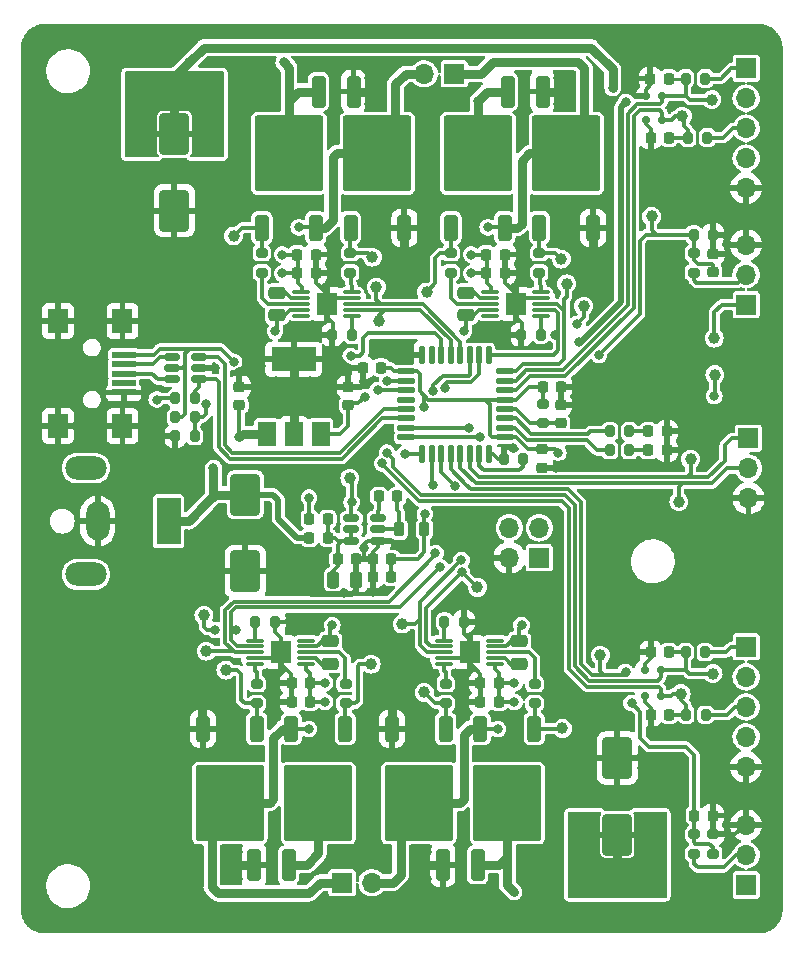
<source format=gbr>
%TF.GenerationSoftware,KiCad,Pcbnew,7.0.1*%
%TF.CreationDate,2023-12-25T01:16:19+01:00*%
%TF.ProjectId,BallBalancer,42616c6c-4261-46c6-916e-6365722e6b69,rev?*%
%TF.SameCoordinates,Original*%
%TF.FileFunction,Copper,L1,Top*%
%TF.FilePolarity,Positive*%
%FSLAX46Y46*%
G04 Gerber Fmt 4.6, Leading zero omitted, Abs format (unit mm)*
G04 Created by KiCad (PCBNEW 7.0.1) date 2023-12-25 01:16:19*
%MOMM*%
%LPD*%
G01*
G04 APERTURE LIST*
G04 Aperture macros list*
%AMRoundRect*
0 Rectangle with rounded corners*
0 $1 Rounding radius*
0 $2 $3 $4 $5 $6 $7 $8 $9 X,Y pos of 4 corners*
0 Add a 4 corners polygon primitive as box body*
4,1,4,$2,$3,$4,$5,$6,$7,$8,$9,$2,$3,0*
0 Add four circle primitives for the rounded corners*
1,1,$1+$1,$2,$3*
1,1,$1+$1,$4,$5*
1,1,$1+$1,$6,$7*
1,1,$1+$1,$8,$9*
0 Add four rect primitives between the rounded corners*
20,1,$1+$1,$2,$3,$4,$5,0*
20,1,$1+$1,$4,$5,$6,$7,0*
20,1,$1+$1,$6,$7,$8,$9,0*
20,1,$1+$1,$8,$9,$2,$3,0*%
G04 Aperture macros list end*
%TA.AperFunction,SMDPad,CuDef*%
%ADD10C,1.000000*%
%TD*%
%TA.AperFunction,SMDPad,CuDef*%
%ADD11RoundRect,0.250000X-0.250000X-0.475000X0.250000X-0.475000X0.250000X0.475000X-0.250000X0.475000X0*%
%TD*%
%TA.AperFunction,SMDPad,CuDef*%
%ADD12RoundRect,0.218750X0.218750X0.256250X-0.218750X0.256250X-0.218750X-0.256250X0.218750X-0.256250X0*%
%TD*%
%TA.AperFunction,ComponentPad*%
%ADD13R,1.700000X1.700000*%
%TD*%
%TA.AperFunction,ComponentPad*%
%ADD14O,1.700000X1.700000*%
%TD*%
%TA.AperFunction,SMDPad,CuDef*%
%ADD15RoundRect,0.225000X-0.225000X-0.250000X0.225000X-0.250000X0.225000X0.250000X-0.225000X0.250000X0*%
%TD*%
%TA.AperFunction,SMDPad,CuDef*%
%ADD16RoundRect,0.200000X-0.200000X-0.275000X0.200000X-0.275000X0.200000X0.275000X-0.200000X0.275000X0*%
%TD*%
%TA.AperFunction,SMDPad,CuDef*%
%ADD17RoundRect,0.150000X-0.150000X-0.200000X0.150000X-0.200000X0.150000X0.200000X-0.150000X0.200000X0*%
%TD*%
%TA.AperFunction,SMDPad,CuDef*%
%ADD18RoundRect,0.225000X0.225000X0.250000X-0.225000X0.250000X-0.225000X-0.250000X0.225000X-0.250000X0*%
%TD*%
%TA.AperFunction,SMDPad,CuDef*%
%ADD19RoundRect,0.150000X-0.512500X-0.150000X0.512500X-0.150000X0.512500X0.150000X-0.512500X0.150000X0*%
%TD*%
%TA.AperFunction,SMDPad,CuDef*%
%ADD20RoundRect,0.200000X0.200000X0.275000X-0.200000X0.275000X-0.200000X-0.275000X0.200000X-0.275000X0*%
%TD*%
%TA.AperFunction,SMDPad,CuDef*%
%ADD21RoundRect,0.125000X0.625000X0.125000X-0.625000X0.125000X-0.625000X-0.125000X0.625000X-0.125000X0*%
%TD*%
%TA.AperFunction,SMDPad,CuDef*%
%ADD22RoundRect,0.125000X0.125000X0.625000X-0.125000X0.625000X-0.125000X-0.625000X0.125000X-0.625000X0*%
%TD*%
%TA.AperFunction,SMDPad,CuDef*%
%ADD23RoundRect,0.200000X0.275000X-0.200000X0.275000X0.200000X-0.275000X0.200000X-0.275000X-0.200000X0*%
%TD*%
%TA.AperFunction,SMDPad,CuDef*%
%ADD24RoundRect,0.250000X1.000000X-1.500000X1.000000X1.500000X-1.000000X1.500000X-1.000000X-1.500000X0*%
%TD*%
%TA.AperFunction,SMDPad,CuDef*%
%ADD25RoundRect,0.250000X-1.000000X1.500000X-1.000000X-1.500000X1.000000X-1.500000X1.000000X1.500000X0*%
%TD*%
%TA.AperFunction,SMDPad,CuDef*%
%ADD26RoundRect,0.225000X-0.250000X0.225000X-0.250000X-0.225000X0.250000X-0.225000X0.250000X0.225000X0*%
%TD*%
%TA.AperFunction,SMDPad,CuDef*%
%ADD27RoundRect,0.075000X-0.650000X-0.075000X0.650000X-0.075000X0.650000X0.075000X-0.650000X0.075000X0*%
%TD*%
%TA.AperFunction,SMDPad,CuDef*%
%ADD28R,1.680000X1.880000*%
%TD*%
%TA.AperFunction,SMDPad,CuDef*%
%ADD29RoundRect,0.250000X-0.325000X-1.100000X0.325000X-1.100000X0.325000X1.100000X-0.325000X1.100000X0*%
%TD*%
%TA.AperFunction,SMDPad,CuDef*%
%ADD30RoundRect,0.250000X0.350000X-0.850000X0.350000X0.850000X-0.350000X0.850000X-0.350000X-0.850000X0*%
%TD*%
%TA.AperFunction,SMDPad,CuDef*%
%ADD31RoundRect,0.250000X1.125000X-1.275000X1.125000X1.275000X-1.125000X1.275000X-1.125000X-1.275000X0*%
%TD*%
%TA.AperFunction,SMDPad,CuDef*%
%ADD32RoundRect,0.249997X2.650003X-2.950003X2.650003X2.950003X-2.650003X2.950003X-2.650003X-2.950003X0*%
%TD*%
%TA.AperFunction,SMDPad,CuDef*%
%ADD33RoundRect,0.150000X0.512500X0.150000X-0.512500X0.150000X-0.512500X-0.150000X0.512500X-0.150000X0*%
%TD*%
%TA.AperFunction,SMDPad,CuDef*%
%ADD34RoundRect,0.250000X0.475000X-0.250000X0.475000X0.250000X-0.475000X0.250000X-0.475000X-0.250000X0*%
%TD*%
%TA.AperFunction,SMDPad,CuDef*%
%ADD35RoundRect,0.200000X-0.275000X0.200000X-0.275000X-0.200000X0.275000X-0.200000X0.275000X0.200000X0*%
%TD*%
%TA.AperFunction,SMDPad,CuDef*%
%ADD36RoundRect,0.250000X-0.350000X0.850000X-0.350000X-0.850000X0.350000X-0.850000X0.350000X0.850000X0*%
%TD*%
%TA.AperFunction,SMDPad,CuDef*%
%ADD37RoundRect,0.250000X-1.125000X1.275000X-1.125000X-1.275000X1.125000X-1.275000X1.125000X1.275000X0*%
%TD*%
%TA.AperFunction,SMDPad,CuDef*%
%ADD38RoundRect,0.249997X-2.650003X2.950003X-2.650003X-2.950003X2.650003X-2.950003X2.650003X2.950003X0*%
%TD*%
%TA.AperFunction,SMDPad,CuDef*%
%ADD39RoundRect,0.250000X-0.475000X0.250000X-0.475000X-0.250000X0.475000X-0.250000X0.475000X0.250000X0*%
%TD*%
%TA.AperFunction,SMDPad,CuDef*%
%ADD40RoundRect,0.075000X0.650000X0.075000X-0.650000X0.075000X-0.650000X-0.075000X0.650000X-0.075000X0*%
%TD*%
%TA.AperFunction,SMDPad,CuDef*%
%ADD41RoundRect,0.225000X0.250000X-0.225000X0.250000X0.225000X-0.250000X0.225000X-0.250000X-0.225000X0*%
%TD*%
%TA.AperFunction,SMDPad,CuDef*%
%ADD42RoundRect,0.218750X-0.218750X-0.381250X0.218750X-0.381250X0.218750X0.381250X-0.218750X0.381250X0*%
%TD*%
%TA.AperFunction,SMDPad,CuDef*%
%ADD43R,1.500000X2.000000*%
%TD*%
%TA.AperFunction,SMDPad,CuDef*%
%ADD44R,3.800000X2.000000*%
%TD*%
%TA.AperFunction,ComponentPad*%
%ADD45R,2.000000X4.000000*%
%TD*%
%TA.AperFunction,ComponentPad*%
%ADD46O,2.000000X3.300000*%
%TD*%
%TA.AperFunction,ComponentPad*%
%ADD47O,3.500000X2.000000*%
%TD*%
%TA.AperFunction,SMDPad,CuDef*%
%ADD48RoundRect,0.250000X0.325000X1.100000X-0.325000X1.100000X-0.325000X-1.100000X0.325000X-1.100000X0*%
%TD*%
%TA.AperFunction,SMDPad,CuDef*%
%ADD49R,2.000000X0.500000*%
%TD*%
%TA.AperFunction,SMDPad,CuDef*%
%ADD50R,1.700000X2.000000*%
%TD*%
%TA.AperFunction,ViaPad*%
%ADD51C,0.800000*%
%TD*%
%TA.AperFunction,Conductor*%
%ADD52C,0.300000*%
%TD*%
%TA.AperFunction,Conductor*%
%ADD53C,0.500000*%
%TD*%
%TA.AperFunction,Conductor*%
%ADD54C,0.800000*%
%TD*%
%TA.AperFunction,Conductor*%
%ADD55C,0.250000*%
%TD*%
G04 APERTURE END LIST*
D10*
%TO.P,TP27,1,1*%
%TO.N,IN_MOT_CH2L*%
X112600000Y-80300000D03*
%TD*%
%TO.P,TP26,1,1*%
%TO.N,EN_MOT_CH2L*%
X112850000Y-83150000D03*
%TD*%
%TO.P,TP25,1,1*%
%TO.N,EN_MOT_CH1R*%
X98000000Y-108050000D03*
%TD*%
%TO.P,TP24,1,1*%
%TO.N,EN_MOT_CH1L*%
X121150000Y-105700000D03*
%TD*%
%TO.P,TP23,1,1*%
%TO.N,IN_MOT_CH1R*%
X98200000Y-111100000D03*
%TD*%
%TO.P,TP22,1,1*%
%TO.N,EN_MOT_CH2R*%
X130150000Y-81900000D03*
%TD*%
%TO.P,TP21,1,1*%
%TO.N,IN_MOT_CH2R*%
X128700000Y-80000000D03*
%TD*%
%TO.P,TP20,1,1*%
%TO.N,IN_MOT_CH1L*%
X114800000Y-108800000D03*
%TD*%
%TO.P,TP15,1,1*%
%TO.N,+3V3*%
X110350000Y-96450000D03*
%TD*%
%TO.P,TP14,1,1*%
%TO.N,+5V*%
X141250000Y-87700000D03*
%TD*%
%TO.P,TP9,1,1*%
%TO.N,+12V*%
X141200000Y-84600000D03*
%TD*%
%TO.P,TP19,1,1*%
%TO.N,Net-(Q8-G)*%
X128250000Y-77900000D03*
%TD*%
%TO.P,TP18,1,1*%
%TO.N,Net-(Q7-G)*%
X116850000Y-80700000D03*
%TD*%
%TO.P,TP13,1,1*%
%TO.N,Net-(Q4-G)*%
X112250000Y-77750000D03*
%TD*%
%TO.P,TP12,1,1*%
%TO.N,Net-(Q3-G)*%
X100500000Y-75950000D03*
%TD*%
%TO.P,TP17,1,1*%
%TO.N,Net-(Q6-G)*%
X99850000Y-112700000D03*
%TD*%
%TO.P,TP16,1,1*%
%TO.N,Net-(Q5-G)*%
X112150000Y-112200000D03*
%TD*%
%TO.P,TP10,1,1*%
%TO.N,Net-(Q1-G)*%
X128350000Y-117650000D03*
%TD*%
%TO.P,TP11,1,1*%
%TO.N,Net-(Q2-G)*%
X116650000Y-114600000D03*
%TD*%
%TO.P,TP7,1,1*%
%TO.N,/Main/REF_MOT2*%
X135900000Y-74300000D03*
%TD*%
%TO.P,TP4,1,1*%
%TO.N,/Main/REF_MOT1*%
X131550000Y-111450000D03*
%TD*%
%TO.P,TP2,1,1*%
%TO.N,/Main/RSPI_TX*%
X138200000Y-98450000D03*
%TD*%
%TO.P,TP1,1,1*%
%TO.N,/Main/RSPI_RX*%
X139200000Y-94850000D03*
%TD*%
D11*
%TO.P,C17,1*%
%TO.N,+12VA*%
X108950000Y-105050000D03*
%TO.P,C17,2*%
%TO.N,GND*%
X110850000Y-105050000D03*
%TD*%
D12*
%TO.P,D1,1,K*%
%TO.N,GND*%
X137187500Y-94100000D03*
%TO.P,D1,2,A*%
%TO.N,Net-(D1-A)*%
X135612500Y-94100000D03*
%TD*%
D13*
%TO.P,J4,1,Pin_1*%
%TO.N,+12V*%
X143900000Y-130900000D03*
D14*
%TO.P,J4,2,Pin_2*%
%TO.N,Net-(J4-Pin_2)*%
X143900000Y-128360000D03*
%TO.P,J4,3,Pin_3*%
%TO.N,GND*%
X143900000Y-125820000D03*
%TD*%
D13*
%TO.P,J7,1,Pin_1*%
%TO.N,+12V*%
X143900000Y-81760000D03*
D14*
%TO.P,J7,2,Pin_2*%
%TO.N,Net-(J7-Pin_2)*%
X143900000Y-79220000D03*
%TO.P,J7,3,Pin_3*%
%TO.N,GND*%
X143900000Y-76680000D03*
%TD*%
D15*
%TO.P,C31,1*%
%TO.N,GND*%
X105411451Y-113805292D03*
%TO.P,C31,2*%
%TO.N,+12V*%
X106961451Y-113805292D03*
%TD*%
D16*
%TO.P,R5,1*%
%TO.N,VBUS*%
X95575000Y-91300000D03*
%TO.P,R5,2*%
%TO.N,/Main/VUSB*%
X97225000Y-91300000D03*
%TD*%
D17*
%TO.P,D6,1,K*%
%TO.N,/Main/ENCODER2_B*%
X136800000Y-64100000D03*
%TO.P,D6,2,A*%
%TO.N,GND*%
X135400000Y-64100000D03*
%TD*%
D18*
%TO.P,C32,1*%
%TO.N,GND*%
X123462500Y-79120000D03*
%TO.P,C32,2*%
%TO.N,+12V*%
X121912500Y-79120000D03*
%TD*%
D19*
%TO.P,U6,1,FB*%
%TO.N,+3V3*%
X110462500Y-99850000D03*
%TO.P,U6,2,EN*%
%TO.N,+12VA*%
X110462500Y-100800000D03*
%TO.P,U6,3,IN*%
X110462500Y-101750000D03*
%TO.P,U6,4,GND*%
%TO.N,GND*%
X112737500Y-101750000D03*
%TO.P,U6,5,SW*%
%TO.N,Net-(U6-SW)*%
X112737500Y-100800000D03*
%TO.P,U6,6,BST*%
%TO.N,Net-(U6-BST)*%
X112737500Y-99850000D03*
%TD*%
D20*
%TO.P,R17,1*%
%TO.N,Net-(U4-DT)*%
X110512500Y-84320000D03*
%TO.P,R17,2*%
%TO.N,GND*%
X108862500Y-84320000D03*
%TD*%
D18*
%TO.P,C34,1*%
%TO.N,GND*%
X123462500Y-77520000D03*
%TO.P,C34,2*%
%TO.N,+12V*%
X121912500Y-77520000D03*
%TD*%
D13*
%TO.P,J5,1,Pin_1*%
%TO.N,/Main/ENCODER1_B_OUT*%
X143900000Y-110740000D03*
D14*
%TO.P,J5,2,Pin_2*%
%TO.N,+5V*%
X143900000Y-113280000D03*
%TO.P,J5,3,Pin_3*%
%TO.N,/Main/ENCODER1_A_OUT*%
X143900000Y-115820000D03*
%TO.P,J5,4,Pin_4*%
%TO.N,unconnected-(J5-Pin_4-Pad4)*%
X143900000Y-118360000D03*
%TO.P,J5,5,Pin_5*%
%TO.N,GND*%
X143900000Y-120900000D03*
%TD*%
D21*
%TO.P,U1,1,VDD*%
%TO.N,+3V3*%
X123475000Y-93000000D03*
%TO.P,U1,2,PC14*%
%TO.N,/Main/LED1*%
X123475000Y-92200000D03*
%TO.P,U1,3,PC15*%
%TO.N,/Main/LED2*%
X123475000Y-91400000D03*
%TO.P,U1,4,NRST*%
%TO.N,Net-(U1-NRST)*%
X123475000Y-90600000D03*
%TO.P,U1,5,VDDA*%
%TO.N,+3V3*%
X123475000Y-89800000D03*
%TO.P,U1,6,PA0*%
%TO.N,/Main/ENCODER2_A*%
X123475000Y-89000000D03*
%TO.P,U1,7,PA1*%
%TO.N,/Main/ENCODER2_B*%
X123475000Y-88200000D03*
%TO.P,U1,8,PA2*%
%TO.N,IN_MOT_CH2R*%
X123475000Y-87400000D03*
D22*
%TO.P,U1,9,PA3*%
%TO.N,EN_MOT_CH2R*%
X122100000Y-86025000D03*
%TO.P,U1,10,PA4*%
%TO.N,IN_MOT_CH1L*%
X121300000Y-86025000D03*
%TO.P,U1,11,PA5*%
%TO.N,IN_MOT_CH1R*%
X120500000Y-86025000D03*
%TO.P,U1,12,PA6*%
%TO.N,IN_MOT_CH2L*%
X119700000Y-86025000D03*
%TO.P,U1,13,PA7*%
%TO.N,EN_MOT_CH2L*%
X118900000Y-86025000D03*
%TO.P,U1,14,PB0*%
%TO.N,/Main/VUSB*%
X118100000Y-86025000D03*
%TO.P,U1,15,PB1*%
%TO.N,unconnected-(U1-PB1-Pad15)*%
X117300000Y-86025000D03*
%TO.P,U1,16,VSS*%
%TO.N,GND*%
X116500000Y-86025000D03*
D21*
%TO.P,U1,17,VDD*%
%TO.N,+3V3*%
X115125000Y-87400000D03*
%TO.P,U1,18,PA8*%
%TO.N,/Main/ENCODER1_B*%
X115125000Y-88200000D03*
%TO.P,U1,19,PA9*%
%TO.N,/Main/ENCODER1_A*%
X115125000Y-89000000D03*
%TO.P,U1,20,PA10*%
%TO.N,unconnected-(U1-PA10-Pad20)*%
X115125000Y-89800000D03*
%TO.P,U1,21,PA11*%
%TO.N,/Main/USB_DM*%
X115125000Y-90600000D03*
%TO.P,U1,22,PA12*%
%TO.N,/Main/USB_DP*%
X115125000Y-91400000D03*
%TO.P,U1,23,PA13*%
%TO.N,/Main/SWDIO*%
X115125000Y-92200000D03*
%TO.P,U1,24,PA14*%
%TO.N,/Main/SWCLK*%
X115125000Y-93000000D03*
D22*
%TO.P,U1,25,PA15*%
%TO.N,/Main/REF_MOT2*%
X116500000Y-94375000D03*
%TO.P,U1,26,PB3*%
%TO.N,EN_MOT_CH1R*%
X117300000Y-94375000D03*
%TO.P,U1,27,PB4*%
%TO.N,EN_MOT_CH1L*%
X118100000Y-94375000D03*
%TO.P,U1,28,PB5*%
%TO.N,/Main/REF_MOT1*%
X118900000Y-94375000D03*
%TO.P,U1,29,PB6*%
%TO.N,/Main/RSPI_TX*%
X119700000Y-94375000D03*
%TO.P,U1,30,PB7*%
%TO.N,/Main/RSPI_RX*%
X120500000Y-94375000D03*
%TO.P,U1,31,PH3*%
%TO.N,Net-(U1-PH3)*%
X121300000Y-94375000D03*
%TO.P,U1,32,VSS*%
%TO.N,GND*%
X122100000Y-94375000D03*
%TD*%
D12*
%TO.P,D2,1,K*%
%TO.N,GND*%
X137187500Y-92500000D03*
%TO.P,D2,2,A*%
%TO.N,Net-(D2-A)*%
X135612500Y-92500000D03*
%TD*%
D23*
%TO.P,R22,1*%
%TO.N,Net-(Q5-G)*%
X109986451Y-115530292D03*
%TO.P,R22,2*%
%TO.N,Net-(U7-HO)*%
X109986451Y-113880292D03*
%TD*%
D17*
%TO.P,D3,1,K*%
%TO.N,/Main/ENCODER1_A*%
X136700000Y-114900000D03*
%TO.P,D3,2,A*%
%TO.N,GND*%
X135300000Y-114900000D03*
%TD*%
D24*
%TO.P,C36,1*%
%TO.N,+12V*%
X133000000Y-126650000D03*
%TO.P,C36,2*%
%TO.N,GND*%
X133000000Y-120150000D03*
%TD*%
D20*
%TO.P,R7,1*%
%TO.N,/Main/USB_DP*%
X97225000Y-89700000D03*
%TO.P,R7,2*%
%TO.N,+3V3*%
X95575000Y-89700000D03*
%TD*%
D15*
%TO.P,C13,1*%
%TO.N,GND*%
X121411451Y-113805292D03*
%TO.P,C13,2*%
%TO.N,+12V*%
X122961451Y-113805292D03*
%TD*%
D20*
%TO.P,R27,1*%
%TO.N,Net-(U8-DT)*%
X126512500Y-84320000D03*
%TO.P,R27,2*%
%TO.N,GND*%
X124862500Y-84320000D03*
%TD*%
D25*
%TO.P,C15,1*%
%TO.N,+12V*%
X101500000Y-97850000D03*
%TO.P,C15,2*%
%TO.N,GND*%
X101500000Y-104350000D03*
%TD*%
D26*
%TO.P,C1,1*%
%TO.N,GND*%
X128200000Y-90225000D03*
%TO.P,C1,2*%
%TO.N,Net-(U1-NRST)*%
X128200000Y-91775000D03*
%TD*%
D15*
%TO.P,C11,1*%
%TO.N,GND*%
X121411451Y-115405292D03*
%TO.P,C11,2*%
%TO.N,+12V*%
X122961451Y-115405292D03*
%TD*%
%TO.P,C33,1*%
%TO.N,GND*%
X105411451Y-115405292D03*
%TO.P,C33,2*%
%TO.N,+12V*%
X106961451Y-115405292D03*
%TD*%
D27*
%TO.P,U4,1,Vcc*%
%TO.N,+12V*%
X106237500Y-80720000D03*
%TO.P,U4,2,VB*%
%TO.N,Net-(U4-VB)*%
X106237500Y-81220000D03*
%TO.P,U4,3,HO*%
%TO.N,Net-(U4-HO)*%
X106237500Y-81720000D03*
%TO.P,U4,4,Vs*%
%TO.N,Net-(M2--)*%
X106237500Y-82220000D03*
%TO.P,U4,5,NC*%
%TO.N,unconnected-(U4-NC-Pad5)*%
X106237500Y-82720000D03*
%TO.P,U4,6,DT*%
%TO.N,Net-(U4-DT)*%
X110537500Y-82720000D03*
%TO.P,U4,7,EN*%
%TO.N,EN_MOT_CH2L*%
X110537500Y-82220000D03*
%TO.P,U4,8,IN*%
%TO.N,IN_MOT_CH2L*%
X110537500Y-81720000D03*
%TO.P,U4,9,COM*%
%TO.N,GND*%
X110537500Y-81220000D03*
%TO.P,U4,10,LO*%
%TO.N,Net-(U4-LO)*%
X110537500Y-80720000D03*
D28*
%TO.P,U4,11,PAD*%
%TO.N,GND*%
X108387500Y-81720000D03*
%TD*%
D20*
%TO.P,R12,1*%
%TO.N,/Main/ENCODER2_A_OUT*%
X140625000Y-67620000D03*
%TO.P,R12,2*%
%TO.N,/Main/ENCODER2_A*%
X138975000Y-67620000D03*
%TD*%
D29*
%TO.P,C27,1*%
%TO.N,GND*%
X118211451Y-129205292D03*
%TO.P,C27,2*%
%TO.N,+12V*%
X121161451Y-129205292D03*
%TD*%
D30*
%TO.P,Q4,1,G*%
%TO.N,Net-(Q4-G)*%
X110407500Y-75260000D03*
D31*
%TO.P,Q4,2,D*%
%TO.N,Net-(M2--)*%
X111162500Y-70635000D03*
X114212500Y-70635000D03*
D32*
X112687500Y-68960000D03*
D31*
X111162500Y-67285000D03*
X114212500Y-67285000D03*
D30*
%TO.P,Q4,3,S*%
%TO.N,GND*%
X114967500Y-75260000D03*
%TD*%
D29*
%TO.P,C24,1*%
%TO.N,GND*%
X102211451Y-129205292D03*
%TO.P,C24,2*%
%TO.N,+12V*%
X105161451Y-129205292D03*
%TD*%
D16*
%TO.P,R2,1*%
%TO.N,/Main/LED2*%
X132375000Y-92500000D03*
%TO.P,R2,2*%
%TO.N,Net-(D2-A)*%
X134025000Y-92500000D03*
%TD*%
D10*
%TO.P,TP6,1,1*%
%TO.N,/Main/ENCODER2_A*%
X138500000Y-65820000D03*
%TD*%
D33*
%TO.P,U2,1,I/O1*%
%TO.N,/Main/USB_DP*%
X97537500Y-88100000D03*
%TO.P,U2,2,GND*%
%TO.N,GND*%
X97537500Y-87150000D03*
%TO.P,U2,3,I/O2*%
%TO.N,/Main/USB_DM*%
X97537500Y-86200000D03*
%TO.P,U2,4,I/O2*%
%TO.N,/Main/D-*%
X95262500Y-86200000D03*
%TO.P,U2,5,VBUS*%
%TO.N,VBUS*%
X95262500Y-87150000D03*
%TO.P,U2,6,I/O1*%
%TO.N,/Main/D+*%
X95262500Y-88100000D03*
%TD*%
D34*
%TO.P,C20,1*%
%TO.N,Net-(M2--)*%
X104187500Y-82670000D03*
%TO.P,C20,2*%
%TO.N,Net-(U4-VB)*%
X104187500Y-80770000D03*
%TD*%
D18*
%TO.P,C8,1*%
%TO.N,/Main/ENCODER2_A*%
X137375000Y-67620000D03*
%TO.P,C8,2*%
%TO.N,GND*%
X135825000Y-67620000D03*
%TD*%
D35*
%TO.P,R23,1*%
%TO.N,Net-(U7-LO)*%
X102486451Y-113880292D03*
%TO.P,R23,2*%
%TO.N,Net-(Q6-G)*%
X102486451Y-115530292D03*
%TD*%
D15*
%TO.P,C26,1*%
%TO.N,GND*%
X112325000Y-104800000D03*
%TO.P,C26,2*%
%TO.N,+3V3*%
X113875000Y-104800000D03*
%TD*%
D30*
%TO.P,Q8,1,G*%
%TO.N,Net-(Q8-G)*%
X126407500Y-75260000D03*
D31*
%TO.P,Q8,2,D*%
%TO.N,Net-(M2-+)*%
X127162500Y-70635000D03*
X130212500Y-70635000D03*
D32*
X128687500Y-68960000D03*
D31*
X127162500Y-67285000D03*
X130212500Y-67285000D03*
D30*
%TO.P,Q8,3,S*%
%TO.N,GND*%
X130967500Y-75260000D03*
%TD*%
D36*
%TO.P,Q6,1,G*%
%TO.N,Net-(Q6-G)*%
X102466451Y-117665292D03*
D37*
%TO.P,Q6,2,D*%
%TO.N,Net-(M1-+)*%
X101711451Y-122290292D03*
X98661451Y-122290292D03*
D38*
X100186451Y-123965292D03*
D37*
X101711451Y-125640292D03*
X98661451Y-125640292D03*
D36*
%TO.P,Q6,3,S*%
%TO.N,GND*%
X97906451Y-117665292D03*
%TD*%
D16*
%TO.P,R14,1*%
%TO.N,/Main/REF_MOT2*%
X139475000Y-75835000D03*
%TO.P,R14,2*%
%TO.N,GND*%
X141125000Y-75835000D03*
%TD*%
D39*
%TO.P,C19,1*%
%TO.N,Net-(M1--)*%
X124686451Y-110255292D03*
%TO.P,C19,2*%
%TO.N,Net-(U3-VB)*%
X124686451Y-112155292D03*
%TD*%
D36*
%TO.P,Q5,1,G*%
%TO.N,Net-(Q5-G)*%
X109966451Y-117665292D03*
D37*
%TO.P,Q5,2,D*%
%TO.N,+12V*%
X109211451Y-122290292D03*
X106161451Y-122290292D03*
D38*
X107686451Y-123965292D03*
D37*
X109211451Y-125640292D03*
X106161451Y-125640292D03*
D36*
%TO.P,Q5,3,S*%
%TO.N,Net-(M1-+)*%
X105406451Y-117665292D03*
%TD*%
D16*
%TO.P,R6,1*%
%TO.N,GND*%
X95575000Y-92900000D03*
%TO.P,R6,2*%
%TO.N,/Main/VUSB*%
X97225000Y-92900000D03*
%TD*%
D30*
%TO.P,Q7,1,G*%
%TO.N,Net-(Q7-G)*%
X118907500Y-75260000D03*
D31*
%TO.P,Q7,2,D*%
%TO.N,+12V*%
X119662500Y-70635000D03*
X122712500Y-70635000D03*
D32*
X121187500Y-68960000D03*
D31*
X119662500Y-67285000D03*
X122712500Y-67285000D03*
D30*
%TO.P,Q7,3,S*%
%TO.N,Net-(M2-+)*%
X123467500Y-75260000D03*
%TD*%
D23*
%TO.P,R25,1*%
%TO.N,Net-(U8-LO)*%
X126387500Y-79045000D03*
%TO.P,R25,2*%
%TO.N,Net-(Q8-G)*%
X126387500Y-77395000D03*
%TD*%
D17*
%TO.P,D5,1,K*%
%TO.N,/Main/ENCODER2_A*%
X136800000Y-66100000D03*
%TO.P,D5,2,A*%
%TO.N,GND*%
X135400000Y-66100000D03*
%TD*%
D18*
%TO.P,C22,1*%
%TO.N,Net-(U6-SW)*%
X114375000Y-98000000D03*
%TO.P,C22,2*%
%TO.N,Net-(U6-BST)*%
X112825000Y-98000000D03*
%TD*%
D15*
%TO.P,C7,1*%
%TO.N,/Main/REF_MOT1*%
X139525000Y-125020000D03*
%TO.P,C7,2*%
%TO.N,GND*%
X141075000Y-125020000D03*
%TD*%
D27*
%TO.P,U8,1,Vcc*%
%TO.N,+12V*%
X122237500Y-80720000D03*
%TO.P,U8,2,VB*%
%TO.N,Net-(U8-VB)*%
X122237500Y-81220000D03*
%TO.P,U8,3,HO*%
%TO.N,Net-(U8-HO)*%
X122237500Y-81720000D03*
%TO.P,U8,4,Vs*%
%TO.N,Net-(M2-+)*%
X122237500Y-82220000D03*
%TO.P,U8,5,NC*%
%TO.N,unconnected-(U8-NC-Pad5)*%
X122237500Y-82720000D03*
%TO.P,U8,6,DT*%
%TO.N,Net-(U8-DT)*%
X126537500Y-82720000D03*
%TO.P,U8,7,EN*%
%TO.N,EN_MOT_CH2R*%
X126537500Y-82220000D03*
%TO.P,U8,8,IN*%
%TO.N,IN_MOT_CH2R*%
X126537500Y-81720000D03*
%TO.P,U8,9,COM*%
%TO.N,GND*%
X126537500Y-81220000D03*
%TO.P,U8,10,LO*%
%TO.N,Net-(U8-LO)*%
X126537500Y-80720000D03*
D28*
%TO.P,U8,11,PAD*%
%TO.N,GND*%
X124387500Y-81720000D03*
%TD*%
D10*
%TO.P,TP5,1,1*%
%TO.N,/Main/ENCODER1_B*%
X141100000Y-113000000D03*
%TD*%
D36*
%TO.P,Q2,1,G*%
%TO.N,Net-(Q2-G)*%
X118466451Y-117665292D03*
D37*
%TO.P,Q2,2,D*%
%TO.N,Net-(M1--)*%
X117711451Y-122290292D03*
X114661451Y-122290292D03*
D38*
X116186451Y-123965292D03*
D37*
X117711451Y-125640292D03*
X114661451Y-125640292D03*
D36*
%TO.P,Q2,3,S*%
%TO.N,GND*%
X113906451Y-117665292D03*
%TD*%
D40*
%TO.P,U7,1,Vcc*%
%TO.N,+12V*%
X106636451Y-112205292D03*
%TO.P,U7,2,VB*%
%TO.N,Net-(U7-VB)*%
X106636451Y-111705292D03*
%TO.P,U7,3,HO*%
%TO.N,Net-(U7-HO)*%
X106636451Y-111205292D03*
%TO.P,U7,4,Vs*%
%TO.N,Net-(M1-+)*%
X106636451Y-110705292D03*
%TO.P,U7,5,NC*%
%TO.N,unconnected-(U7-NC-Pad5)*%
X106636451Y-110205292D03*
%TO.P,U7,6,DT*%
%TO.N,Net-(U7-DT)*%
X102336451Y-110205292D03*
%TO.P,U7,7,EN*%
%TO.N,EN_MOT_CH1R*%
X102336451Y-110705292D03*
%TO.P,U7,8,IN*%
%TO.N,IN_MOT_CH1R*%
X102336451Y-111205292D03*
%TO.P,U7,9,COM*%
%TO.N,GND*%
X102336451Y-111705292D03*
%TO.P,U7,10,LO*%
%TO.N,Net-(U7-LO)*%
X102336451Y-112205292D03*
D28*
%TO.P,U7,11,PAD*%
%TO.N,GND*%
X104486451Y-111205292D03*
%TD*%
D35*
%TO.P,R20,1*%
%TO.N,Net-(Q3-G)*%
X102887500Y-77395000D03*
%TO.P,R20,2*%
%TO.N,Net-(U4-HO)*%
X102887500Y-79045000D03*
%TD*%
D16*
%TO.P,R1,1*%
%TO.N,/Main/LED1*%
X132375000Y-94100000D03*
%TO.P,R1,2*%
%TO.N,Net-(D1-A)*%
X134025000Y-94100000D03*
%TD*%
D25*
%TO.P,C35,1*%
%TO.N,+12V*%
X95500000Y-67300000D03*
%TO.P,C35,2*%
%TO.N,GND*%
X95500000Y-73800000D03*
%TD*%
D35*
%TO.P,R3,1*%
%TO.N,+3V3*%
X126700000Y-90175000D03*
%TO.P,R3,2*%
%TO.N,Net-(U1-NRST)*%
X126700000Y-91825000D03*
%TD*%
D23*
%TO.P,R10,1*%
%TO.N,/Main/REF_MOT1*%
X141100000Y-128270000D03*
%TO.P,R10,2*%
%TO.N,GND*%
X141100000Y-126620000D03*
%TD*%
D12*
%TO.P,D7,1,K*%
%TO.N,+12VA*%
X108487500Y-101500000D03*
%TO.P,D7,2,A*%
%TO.N,+12V*%
X106912500Y-101500000D03*
%TD*%
D41*
%TO.P,C18,1*%
%TO.N,+12V*%
X101000000Y-90275000D03*
%TO.P,C18,2*%
%TO.N,GND*%
X101000000Y-88725000D03*
%TD*%
D13*
%TO.P,J3,1,Pin_1*%
%TO.N,+3V3*%
X126390000Y-103190000D03*
D14*
%TO.P,J3,2,Pin_2*%
%TO.N,GND*%
X123850000Y-103190000D03*
%TO.P,J3,3,Pin_3*%
%TO.N,/Main/SWCLK*%
X126390000Y-100650000D03*
%TO.P,J3,4,Pin_4*%
%TO.N,/Main/SWDIO*%
X123850000Y-100650000D03*
%TD*%
D41*
%TO.P,C2,1*%
%TO.N,GND*%
X126600000Y-95575000D03*
%TO.P,C2,2*%
%TO.N,+3V3*%
X126600000Y-94025000D03*
%TD*%
D42*
%TO.P,L1,1,1*%
%TO.N,Net-(U6-SW)*%
X114537500Y-100800000D03*
%TO.P,L1,2,2*%
%TO.N,+3V3*%
X116662500Y-100800000D03*
%TD*%
D20*
%TO.P,R8,1*%
%TO.N,/Main/ENCODER1_A_OUT*%
X140475000Y-116500000D03*
%TO.P,R8,2*%
%TO.N,/Main/ENCODER1_A*%
X138825000Y-116500000D03*
%TD*%
D41*
%TO.P,C21,1*%
%TO.N,+5V*%
X110200000Y-90275000D03*
%TO.P,C21,2*%
%TO.N,GND*%
X110200000Y-88725000D03*
%TD*%
D34*
%TO.P,C30,1*%
%TO.N,Net-(M2-+)*%
X120187500Y-82670000D03*
%TO.P,C30,2*%
%TO.N,Net-(U8-VB)*%
X120187500Y-80770000D03*
%TD*%
D43*
%TO.P,U5,1,VI*%
%TO.N,+12V*%
X103300000Y-92700000D03*
%TO.P,U5,2,GND*%
%TO.N,GND*%
X105600000Y-92700000D03*
D44*
X105600000Y-86400000D03*
D43*
%TO.P,U5,3,VO*%
%TO.N,+5V*%
X107900000Y-92700000D03*
%TD*%
D13*
%TO.P,M1,1,+*%
%TO.N,Net-(M1-+)*%
X109686451Y-130705292D03*
D14*
%TO.P,M1,2,-*%
%TO.N,Net-(M1--)*%
X112226451Y-130705292D03*
%TD*%
D13*
%TO.P,J6,1,Pin_1*%
%TO.N,/Main/ENCODER2_B_OUT*%
X143900000Y-61740000D03*
D14*
%TO.P,J6,2,Pin_2*%
%TO.N,+5V*%
X143900000Y-64280000D03*
%TO.P,J6,3,Pin_3*%
%TO.N,/Main/ENCODER2_A_OUT*%
X143900000Y-66820000D03*
%TO.P,J6,4,Pin_4*%
%TO.N,unconnected-(J6-Pin_4-Pad4)*%
X143900000Y-69360000D03*
%TO.P,J6,5,Pin_5*%
%TO.N,GND*%
X143900000Y-71900000D03*
%TD*%
D15*
%TO.P,C4,1*%
%TO.N,GND*%
X111450000Y-87100000D03*
%TO.P,C4,2*%
%TO.N,+3V3*%
X113000000Y-87100000D03*
%TD*%
D23*
%TO.P,R21,1*%
%TO.N,Net-(U4-LO)*%
X110387500Y-79045000D03*
%TO.P,R21,2*%
%TO.N,Net-(Q4-G)*%
X110387500Y-77395000D03*
%TD*%
D17*
%TO.P,D4,1,K*%
%TO.N,/Main/ENCODER1_B*%
X136700000Y-112700000D03*
%TO.P,D4,2,A*%
%TO.N,GND*%
X135300000Y-112700000D03*
%TD*%
D23*
%TO.P,R9,1*%
%TO.N,Net-(J4-Pin_2)*%
X139500000Y-128245000D03*
%TO.P,R9,2*%
%TO.N,/Main/REF_MOT1*%
X139500000Y-126595000D03*
%TD*%
%TO.P,R13,1*%
%TO.N,Net-(J7-Pin_2)*%
X139475000Y-79060000D03*
%TO.P,R13,2*%
%TO.N,/Main/REF_MOT2*%
X139475000Y-77410000D03*
%TD*%
D13*
%TO.P,M2,1,+*%
%TO.N,Net-(M2-+)*%
X119187500Y-62220000D03*
D14*
%TO.P,M2,2,-*%
%TO.N,Net-(M2--)*%
X116647500Y-62220000D03*
%TD*%
D45*
%TO.P,J8,1*%
%TO.N,+12V*%
X95000000Y-100100000D03*
D46*
%TO.P,J8,2*%
%TO.N,GND*%
X89000000Y-100100000D03*
D47*
%TO.P,J8,MP*%
%TO.N,N/C*%
X88000000Y-95600000D03*
X88000000Y-104600000D03*
%TD*%
D18*
%TO.P,C3,1*%
%TO.N,GND*%
X128250000Y-88700000D03*
%TO.P,C3,2*%
%TO.N,+3V3*%
X126700000Y-88700000D03*
%TD*%
D48*
%TO.P,C28,1*%
%TO.N,GND*%
X126662500Y-63720000D03*
%TO.P,C28,2*%
%TO.N,+12V*%
X123712500Y-63720000D03*
%TD*%
D18*
%TO.P,C5,1*%
%TO.N,/Main/ENCODER1_A*%
X137400000Y-116500000D03*
%TO.P,C5,2*%
%TO.N,GND*%
X135850000Y-116500000D03*
%TD*%
D12*
%TO.P,D8,1,K*%
%TO.N,+12VA*%
X108487500Y-99900000D03*
%TO.P,D8,2,A*%
%TO.N,VBUS*%
X106912500Y-99900000D03*
%TD*%
D35*
%TO.P,R19,1*%
%TO.N,Net-(U3-LO)*%
X118486451Y-113880292D03*
%TO.P,R19,2*%
%TO.N,Net-(Q2-G)*%
X118486451Y-115530292D03*
%TD*%
D18*
%TO.P,C6,1*%
%TO.N,/Main/ENCODER1_B*%
X137375000Y-111190000D03*
%TO.P,C6,2*%
%TO.N,GND*%
X135825000Y-111190000D03*
%TD*%
D16*
%TO.P,R4,1*%
%TO.N,GND*%
X123375000Y-94800000D03*
%TO.P,R4,2*%
%TO.N,Net-(U1-PH3)*%
X125025000Y-94800000D03*
%TD*%
D10*
%TO.P,TP8,1,1*%
%TO.N,/Main/ENCODER2_B*%
X141000000Y-64400000D03*
%TD*%
D16*
%TO.P,R16,1*%
%TO.N,Net-(U3-DT)*%
X118361451Y-108605292D03*
%TO.P,R16,2*%
%TO.N,GND*%
X120011451Y-108605292D03*
%TD*%
D20*
%TO.P,R11,1*%
%TO.N,/Main/ENCODER1_B_OUT*%
X140425000Y-111190000D03*
%TO.P,R11,2*%
%TO.N,/Main/ENCODER1_B*%
X138775000Y-111190000D03*
%TD*%
D39*
%TO.P,C29,1*%
%TO.N,Net-(M1-+)*%
X108686451Y-110255292D03*
%TO.P,C29,2*%
%TO.N,Net-(U7-VB)*%
X108686451Y-112155292D03*
%TD*%
D15*
%TO.P,C16,1*%
%TO.N,+12VA*%
X109325000Y-103300000D03*
%TO.P,C16,2*%
%TO.N,GND*%
X110875000Y-103300000D03*
%TD*%
D10*
%TO.P,TP3,1,1*%
%TO.N,/Main/ENCODER1_A*%
X138400000Y-114700000D03*
%TD*%
D23*
%TO.P,R18,1*%
%TO.N,Net-(Q1-G)*%
X125986451Y-115530292D03*
%TO.P,R18,2*%
%TO.N,Net-(U3-HO)*%
X125986451Y-113880292D03*
%TD*%
D18*
%TO.P,C9,1*%
%TO.N,/Main/ENCODER2_B*%
X137350000Y-62620000D03*
%TO.P,C9,2*%
%TO.N,GND*%
X135800000Y-62620000D03*
%TD*%
D16*
%TO.P,R26,1*%
%TO.N,Net-(U7-DT)*%
X102361451Y-108605292D03*
%TO.P,R26,2*%
%TO.N,GND*%
X104011451Y-108605292D03*
%TD*%
D49*
%TO.P,J1,1,VBUS*%
%TO.N,VBUS*%
X91200000Y-86000000D03*
%TO.P,J1,2,D-*%
%TO.N,/Main/D-*%
X91200000Y-86800000D03*
%TO.P,J1,3,D+*%
%TO.N,/Main/D+*%
X91200000Y-87600000D03*
%TO.P,J1,4,ID*%
%TO.N,unconnected-(J1-ID-Pad4)*%
X91200000Y-88400000D03*
%TO.P,J1,5,GND*%
%TO.N,GND*%
X91200000Y-89200000D03*
D50*
%TO.P,J1,6,Shield*%
X91100000Y-83150000D03*
X85650000Y-83150000D03*
X91100000Y-92050000D03*
X85650000Y-92050000D03*
%TD*%
D15*
%TO.P,C23,1*%
%TO.N,GND*%
X112325000Y-103300000D03*
%TO.P,C23,2*%
%TO.N,+3V3*%
X113875000Y-103300000D03*
%TD*%
D20*
%TO.P,R15,1*%
%TO.N,/Main/ENCODER2_B_OUT*%
X140450000Y-62620000D03*
%TO.P,R15,2*%
%TO.N,/Main/ENCODER2_B*%
X138800000Y-62620000D03*
%TD*%
D18*
%TO.P,C14,1*%
%TO.N,GND*%
X107462500Y-79120000D03*
%TO.P,C14,2*%
%TO.N,+12V*%
X105912500Y-79120000D03*
%TD*%
%TO.P,C12,1*%
%TO.N,GND*%
X107462500Y-77520000D03*
%TO.P,C12,2*%
%TO.N,+12V*%
X105912500Y-77520000D03*
%TD*%
D13*
%TO.P,J2,1,Pin_1*%
%TO.N,/Main/RSPI_RX*%
X144100000Y-93080000D03*
D14*
%TO.P,J2,2,Pin_2*%
%TO.N,/Main/RSPI_TX*%
X144100000Y-95620000D03*
%TO.P,J2,3,Pin_3*%
%TO.N,GND*%
X144100000Y-98160000D03*
%TD*%
D41*
%TO.P,C10,1*%
%TO.N,/Main/REF_MOT2*%
X141100000Y-79010000D03*
%TO.P,C10,2*%
%TO.N,GND*%
X141100000Y-77460000D03*
%TD*%
D40*
%TO.P,U3,1,Vcc*%
%TO.N,+12V*%
X122636451Y-112205292D03*
%TO.P,U3,2,VB*%
%TO.N,Net-(U3-VB)*%
X122636451Y-111705292D03*
%TO.P,U3,3,HO*%
%TO.N,Net-(U3-HO)*%
X122636451Y-111205292D03*
%TO.P,U3,4,Vs*%
%TO.N,Net-(M1--)*%
X122636451Y-110705292D03*
%TO.P,U3,5,NC*%
%TO.N,unconnected-(U3-NC-Pad5)*%
X122636451Y-110205292D03*
%TO.P,U3,6,DT*%
%TO.N,Net-(U3-DT)*%
X118336451Y-110205292D03*
%TO.P,U3,7,EN*%
%TO.N,EN_MOT_CH1L*%
X118336451Y-110705292D03*
%TO.P,U3,8,IN*%
%TO.N,IN_MOT_CH1L*%
X118336451Y-111205292D03*
%TO.P,U3,9,COM*%
%TO.N,GND*%
X118336451Y-111705292D03*
%TO.P,U3,10,LO*%
%TO.N,Net-(U3-LO)*%
X118336451Y-112205292D03*
D28*
%TO.P,U3,11,PAD*%
%TO.N,GND*%
X120486451Y-111205292D03*
%TD*%
D36*
%TO.P,Q1,1,G*%
%TO.N,Net-(Q1-G)*%
X125966451Y-117665292D03*
D37*
%TO.P,Q1,2,D*%
%TO.N,+12V*%
X125211451Y-122290292D03*
X122161451Y-122290292D03*
D38*
X123686451Y-123965292D03*
D37*
X125211451Y-125640292D03*
X122161451Y-125640292D03*
D36*
%TO.P,Q1,3,S*%
%TO.N,Net-(M1--)*%
X121406451Y-117665292D03*
%TD*%
D48*
%TO.P,C25,1*%
%TO.N,GND*%
X110662500Y-63720000D03*
%TO.P,C25,2*%
%TO.N,+12V*%
X107712500Y-63720000D03*
%TD*%
D30*
%TO.P,Q3,1,G*%
%TO.N,Net-(Q3-G)*%
X102907500Y-75260000D03*
D31*
%TO.P,Q3,2,D*%
%TO.N,+12V*%
X103662500Y-70635000D03*
X106712500Y-70635000D03*
D32*
X105187500Y-68960000D03*
D31*
X103662500Y-67285000D03*
X106712500Y-67285000D03*
D30*
%TO.P,Q3,3,S*%
%TO.N,Net-(M2--)*%
X107467500Y-75260000D03*
%TD*%
D35*
%TO.P,R24,1*%
%TO.N,Net-(Q7-G)*%
X118887500Y-77395000D03*
%TO.P,R24,2*%
%TO.N,Net-(U8-HO)*%
X118887500Y-79045000D03*
%TD*%
D51*
%TO.N,EN_MOT_CH1R*%
X100750000Y-109300000D03*
X98950000Y-109300000D03*
%TO.N,EN_MOT_CH2R*%
X127750500Y-84300000D03*
X129600000Y-83400000D03*
%TO.N,+5V*%
X141200000Y-89500000D03*
%TO.N,GND*%
X109850000Y-106150000D03*
X104750000Y-104350000D03*
X112000000Y-64800000D03*
X108400000Y-88200000D03*
X129500000Y-90200000D03*
X129300000Y-76100000D03*
X119910410Y-115405292D03*
X105600000Y-108900000D03*
X99500000Y-118800000D03*
X111571177Y-102354230D03*
X116100000Y-77200000D03*
X116900000Y-129200000D03*
X99100000Y-115700000D03*
X93700000Y-76400000D03*
X136100000Y-61200000D03*
X127800000Y-95600000D03*
X107600000Y-84100500D03*
X128000000Y-64800000D03*
X114500000Y-102100000D03*
X129400000Y-74000000D03*
X97400000Y-76400000D03*
X115100000Y-86200000D03*
X133700000Y-117400000D03*
X110200000Y-87100000D03*
X100900000Y-129200000D03*
X128000000Y-62544708D03*
X128900000Y-63100000D03*
X113800000Y-77200000D03*
X93250000Y-75500000D03*
X97750000Y-75500000D03*
X115100000Y-115600000D03*
X137200000Y-91100000D03*
X87200000Y-92000000D03*
X116900000Y-128100000D03*
X131007500Y-77430000D03*
X104100000Y-88200000D03*
X135100000Y-121000000D03*
X135100000Y-119900000D03*
X105600000Y-88200000D03*
X116000000Y-128600000D03*
X105600000Y-90800000D03*
X112900000Y-64300000D03*
X107000000Y-88200000D03*
X113861451Y-115455292D03*
X115600000Y-116600000D03*
X99600000Y-116700000D03*
X128900000Y-64300000D03*
X89400000Y-92000000D03*
X124998541Y-79120000D03*
X113300000Y-76200000D03*
X112000000Y-63700000D03*
X104300000Y-90800000D03*
X101000000Y-87500000D03*
X100000000Y-128600000D03*
X99600000Y-117700000D03*
X135900000Y-69000000D03*
X135100000Y-122200000D03*
X128000000Y-63700000D03*
X130700000Y-118400000D03*
X130700000Y-121600000D03*
X100000000Y-129800000D03*
X100900000Y-130355292D03*
X129800000Y-77100000D03*
X124998541Y-77520000D03*
X94750000Y-76750000D03*
X131500000Y-117400000D03*
X112900000Y-63100000D03*
X129300000Y-75100000D03*
X129500000Y-88700000D03*
X112000000Y-62544708D03*
X115500000Y-118700000D03*
X116000000Y-129800000D03*
X108998541Y-79120000D03*
X87400000Y-83200000D03*
X100900000Y-128100000D03*
X108998541Y-77520000D03*
X112800000Y-115600000D03*
X132600000Y-117400000D03*
X102800000Y-88200000D03*
X115007500Y-77430000D03*
X102800000Y-87000000D03*
X119910410Y-113805292D03*
X97816451Y-115445292D03*
X113300000Y-75200000D03*
X137200000Y-95500000D03*
X124200000Y-93900000D03*
X96250000Y-76750000D03*
X112300000Y-106100000D03*
X116900000Y-130355292D03*
X113400000Y-74100000D03*
X96800000Y-115700000D03*
X130700000Y-120100000D03*
X108500000Y-87000000D03*
X107000000Y-90800000D03*
X135900000Y-118000000D03*
X132100000Y-77100000D03*
X89400000Y-83200000D03*
X103885410Y-115395292D03*
X115600000Y-117600000D03*
X98950500Y-87148816D03*
X134100000Y-62900000D03*
X103885410Y-113795292D03*
X135900000Y-109800000D03*
%TO.N,+3V3*%
X110500000Y-98500000D03*
X116700000Y-99500000D03*
X116650500Y-90400000D03*
X94000000Y-89800000D03*
X128000000Y-94300000D03*
%TO.N,+12V*%
X98800000Y-95600000D03*
X129300000Y-131500000D03*
X121187500Y-64495000D03*
X131400000Y-129700000D03*
X124286451Y-113805292D03*
X104622500Y-77520000D03*
X131400000Y-131400000D03*
X107686451Y-128230292D03*
X136700000Y-128800000D03*
X120622500Y-77520000D03*
X91800000Y-63800000D03*
X129300000Y-128900000D03*
X108261451Y-113795292D03*
X134700000Y-131400000D03*
X91800000Y-65200000D03*
X99200000Y-63800000D03*
X134700000Y-129700000D03*
X129300000Y-130200000D03*
X124286451Y-115405292D03*
X136700000Y-130200000D03*
X96750000Y-61250000D03*
X108261451Y-115395292D03*
X120622500Y-79120000D03*
X132600000Y-63400000D03*
X132750000Y-129750000D03*
X104750000Y-61250000D03*
X99200000Y-65100000D03*
X97100000Y-62600000D03*
X91800000Y-62500000D03*
X101000000Y-93000000D03*
X99200000Y-62500000D03*
X124250000Y-131500000D03*
X93800000Y-64300000D03*
X136700000Y-131500000D03*
X104622500Y-79120000D03*
X97100000Y-64300000D03*
X93800000Y-62600000D03*
%TO.N,VBUS*%
X100553009Y-86606018D03*
X106900000Y-98100000D03*
%TO.N,+5V*%
X129720023Y-84920023D03*
X133738019Y-64602027D03*
X111600000Y-89600000D03*
%TO.N,Net-(M1--)*%
X124886451Y-108905292D03*
X122886451Y-117705292D03*
%TO.N,Net-(M1-+)*%
X106861451Y-117695292D03*
X108861451Y-108895292D03*
%TO.N,Net-(M2-+)*%
X122022500Y-75220000D03*
X120022500Y-84020000D03*
%TO.N,Net-(M2--)*%
X106022500Y-75220000D03*
X104022500Y-84020000D03*
%TO.N,/Main/SWCLK*%
X121400000Y-93000000D03*
%TO.N,/Main/SWDIO*%
X120400000Y-92200000D03*
%TO.N,/Main/ENCODER1_A*%
X112700000Y-89000000D03*
X113088297Y-95210772D03*
%TO.N,/Main/ENCODER1_B*%
X113500000Y-88250500D03*
X113500000Y-94300000D03*
%TO.N,/Main/REF_MOT2*%
X131433530Y-86033530D03*
X115000000Y-94400000D03*
%TO.N,/Main/REF_MOT1*%
X134200000Y-115500000D03*
X133700000Y-112850500D03*
%TO.N,/Main/VUSB*%
X110416823Y-86124299D03*
X98200000Y-90200000D03*
%TO.N,IN_MOT_CH1L*%
X118400000Y-88800000D03*
X119800000Y-103400000D03*
%TO.N,IN_MOT_CH1R*%
X117432399Y-89050500D03*
X117600000Y-102800000D03*
%TO.N,EN_MOT_CH1L*%
X119829977Y-104429977D03*
X119290546Y-97150500D03*
%TO.N,EN_MOT_CH1R*%
X117370023Y-97029977D03*
X118000000Y-104000000D03*
%TD*%
D52*
%TO.N,EN_MOT_CH1R*%
X100600000Y-109300000D02*
X100300000Y-109000000D01*
X100300000Y-109000000D02*
X100300000Y-107807106D01*
X100300000Y-110200000D02*
X100300000Y-109000000D01*
X98250000Y-109300000D02*
X98950000Y-109300000D01*
X100750000Y-109300000D02*
X100600000Y-109300000D01*
X98000000Y-109050000D02*
X98250000Y-109300000D01*
X98000000Y-108050000D02*
X98000000Y-109050000D01*
%TO.N,IN_MOT_CH1L*%
X115900000Y-108800000D02*
X116300000Y-108400000D01*
X114800000Y-108800000D02*
X115900000Y-108800000D01*
X116300000Y-108400000D02*
X116300000Y-106900000D01*
X116300000Y-110600000D02*
X116300000Y-108400000D01*
%TO.N,EN_MOT_CH2R*%
X128000000Y-84050500D02*
X128000000Y-83750000D01*
X127750500Y-84300000D02*
X128000000Y-84050500D01*
X130150000Y-82850000D02*
X129600000Y-83400000D01*
X128000000Y-82500000D02*
X128000000Y-83750000D01*
X128000000Y-83750000D02*
X128000000Y-85625000D01*
X130150000Y-81900000D02*
X130150000Y-82850000D01*
%TO.N,IN_MOT_CH2R*%
X128700000Y-81100000D02*
X128700000Y-80000000D01*
X128500000Y-81300000D02*
X128700000Y-81100000D01*
X128500000Y-82292893D02*
X128500000Y-81300000D01*
%TO.N,IN_MOT_CH1R*%
X100492894Y-111100000D02*
X100598186Y-111205292D01*
X98200000Y-111100000D02*
X100492894Y-111100000D01*
%TO.N,EN_MOT_CH1L*%
X121100000Y-105700000D02*
X119829977Y-104429977D01*
X121150000Y-105700000D02*
X121100000Y-105700000D01*
%TO.N,EN_MOT_CH2L*%
X112850000Y-83150000D02*
X112850000Y-82670000D01*
X113300000Y-82220000D02*
X116320000Y-82220000D01*
X110537500Y-82220000D02*
X113300000Y-82220000D01*
X112850000Y-82670000D02*
X113300000Y-82220000D01*
%TO.N,IN_MOT_CH2L*%
X112600000Y-80300000D02*
X112600000Y-81370000D01*
X112600000Y-81370000D02*
X112950000Y-81720000D01*
X112950000Y-81720000D02*
X116527106Y-81720000D01*
X110537500Y-81720000D02*
X112950000Y-81720000D01*
%TO.N,+3V3*%
X110500000Y-96600000D02*
X110350000Y-96450000D01*
X110500000Y-98500000D02*
X110500000Y-96600000D01*
%TO.N,+12V*%
X141840000Y-81760000D02*
X143900000Y-81760000D01*
X141200000Y-82400000D02*
X141840000Y-81760000D01*
X141200000Y-84600000D02*
X141200000Y-82400000D01*
%TO.N,+5V*%
X141250000Y-87700000D02*
X141250000Y-89450000D01*
X141250000Y-89450000D02*
X141200000Y-89500000D01*
%TO.N,Net-(Q7-G)*%
X117600000Y-77800000D02*
X118005000Y-77395000D01*
X118005000Y-77395000D02*
X118887500Y-77395000D01*
X116850000Y-80700000D02*
X117600000Y-79950000D01*
X117600000Y-79950000D02*
X117600000Y-77800000D01*
%TO.N,Net-(Q6-G)*%
X101150000Y-115200000D02*
X101150000Y-113050000D01*
X101150000Y-113050000D02*
X100800000Y-112700000D01*
X101480292Y-115530292D02*
X101150000Y-115200000D01*
X102486451Y-115530292D02*
X101480292Y-115530292D01*
X100800000Y-112700000D02*
X99850000Y-112700000D01*
%TO.N,Net-(Q1-G)*%
X128334708Y-117665292D02*
X128350000Y-117650000D01*
X125966451Y-117665292D02*
X128334708Y-117665292D01*
%TO.N,Net-(Q2-G)*%
X117580292Y-115530292D02*
X116650000Y-114600000D01*
X118486451Y-115530292D02*
X117580292Y-115530292D01*
%TO.N,Net-(Q5-G)*%
X111150000Y-112200000D02*
X111000000Y-112350000D01*
X112150000Y-112200000D02*
X111150000Y-112200000D01*
X110819708Y-115530292D02*
X111000000Y-115350000D01*
X110800000Y-115530292D02*
X110819708Y-115530292D01*
X111000000Y-115350000D02*
X111000000Y-112350000D01*
X109986451Y-115530292D02*
X110800000Y-115530292D01*
%TO.N,Net-(Q8-G)*%
X127745000Y-77395000D02*
X128250000Y-77900000D01*
X126387500Y-77395000D02*
X127745000Y-77395000D01*
%TO.N,Net-(Q4-G)*%
X110387500Y-77395000D02*
X111895000Y-77395000D01*
X111895000Y-77395000D02*
X112250000Y-77750000D01*
%TO.N,Net-(Q3-G)*%
X101200000Y-75250000D02*
X102897500Y-75250000D01*
X102897500Y-75250000D02*
X102907500Y-75260000D01*
X100500000Y-75950000D02*
X101200000Y-75250000D01*
%TO.N,/Main/REF_MOT1*%
X131550000Y-112800000D02*
X131850000Y-113100000D01*
X131550000Y-111450000D02*
X131550000Y-112800000D01*
X131850000Y-113100000D02*
X133800000Y-113100000D01*
X130821318Y-113100000D02*
X131850000Y-113100000D01*
%TO.N,/Main/REF_MOT2*%
X136250000Y-75835000D02*
X139475000Y-75835000D01*
X135900000Y-75485000D02*
X136250000Y-75835000D01*
X135400000Y-75835000D02*
X136250000Y-75835000D01*
X135900000Y-74300000D02*
X135900000Y-75485000D01*
%TO.N,/Main/RSPI_RX*%
X139200000Y-96100000D02*
X138900000Y-96400000D01*
X139200000Y-94850000D02*
X139200000Y-96100000D01*
X138900000Y-96400000D02*
X140700000Y-96400000D01*
X121300000Y-96400000D02*
X138900000Y-96400000D01*
%TO.N,/Main/RSPI_TX*%
X138200000Y-98450000D02*
X138200000Y-97200000D01*
X138500000Y-96900000D02*
X141020000Y-96900000D01*
X138200000Y-97200000D02*
X138500000Y-96900000D01*
X121000000Y-96900000D02*
X138500000Y-96900000D01*
D53*
%TO.N,GND*%
X110000000Y-106300000D02*
X110550000Y-106300000D01*
X109850000Y-106150000D02*
X110000000Y-106300000D01*
X109700000Y-106300000D02*
X109850000Y-106150000D01*
D52*
X110850000Y-103325000D02*
X110875000Y-103300000D01*
X110850000Y-105050000D02*
X110850000Y-103325000D01*
D53*
X104750000Y-104350000D02*
X105150000Y-104350000D01*
D52*
X112100000Y-106300000D02*
X112300000Y-106100000D01*
X110550000Y-106300000D02*
X112100000Y-106300000D01*
%TO.N,+12VA*%
X109325000Y-103925000D02*
X109325000Y-103300000D01*
X108950000Y-104300000D02*
X109325000Y-103925000D01*
X108950000Y-105050000D02*
X108950000Y-104300000D01*
D53*
%TO.N,GND*%
X110850000Y-106000000D02*
X110850000Y-105050000D01*
X110550000Y-106300000D02*
X110850000Y-106000000D01*
X105150000Y-104350000D02*
X107100000Y-106300000D01*
X101500000Y-104350000D02*
X104750000Y-104350000D01*
X107100000Y-106300000D02*
X109700000Y-106300000D01*
D52*
X108862500Y-85662500D02*
X109600000Y-86400000D01*
X87350000Y-83150000D02*
X87400000Y-83200000D01*
X114100000Y-102100000D02*
X114500000Y-102100000D01*
X108898541Y-81220000D02*
X108398541Y-81720000D01*
X123497500Y-79120000D02*
X124998541Y-79120000D01*
X107497500Y-79120000D02*
X108998541Y-79120000D01*
X91200000Y-89200000D02*
X91200000Y-90200000D01*
X134500000Y-64100000D02*
X134400000Y-64000000D01*
X105600000Y-86400000D02*
X109600000Y-86400000D01*
X112325000Y-103300000D02*
X112325000Y-102675000D01*
X116500000Y-86025000D02*
X115275000Y-86025000D01*
X135800000Y-61500000D02*
X136100000Y-61200000D01*
D53*
X89500000Y-100100000D02*
X91500000Y-100100000D01*
D52*
X122100000Y-94375000D02*
X122475000Y-94375000D01*
X134400000Y-64000000D02*
X134100000Y-63700000D01*
X135825000Y-111675000D02*
X135825000Y-111190000D01*
X135400000Y-66500000D02*
X135825000Y-66925000D01*
D53*
X92100000Y-103500000D02*
X92950000Y-104350000D01*
D54*
X97861451Y-115490292D02*
X97816451Y-115445292D01*
D52*
X112737500Y-102262500D02*
X112737500Y-101750000D01*
X122475000Y-94375000D02*
X122900000Y-94800000D01*
X104011451Y-109511451D02*
X104486451Y-109986451D01*
X142680000Y-76680000D02*
X143900000Y-76680000D01*
D54*
X97861451Y-117655292D02*
X97861451Y-115490292D01*
D52*
X87400000Y-83200000D02*
X87450000Y-83150000D01*
X136000000Y-109700000D02*
X135900000Y-109800000D01*
X108862500Y-84320000D02*
X108862500Y-85662500D01*
X135850000Y-115950000D02*
X135850000Y-116500000D01*
X107819500Y-84320000D02*
X107600000Y-84100500D01*
X143780000Y-125820000D02*
X143900000Y-125820000D01*
X123497500Y-79120000D02*
X123497500Y-77520000D01*
X105386451Y-113795292D02*
X103885410Y-113795292D01*
X124898541Y-81220000D02*
X124398541Y-81720000D01*
X126600000Y-95575000D02*
X127775000Y-95575000D01*
X104461451Y-112095292D02*
X104461451Y-111195292D01*
X103986451Y-111705292D02*
X104486451Y-111205292D01*
X135825000Y-111190000D02*
X135825000Y-109875000D01*
X120486451Y-110105292D02*
X120486451Y-111205292D01*
X110875000Y-103300000D02*
X111700000Y-103300000D01*
X123600000Y-93900000D02*
X124200000Y-93900000D01*
X128200000Y-90225000D02*
X128200000Y-88750000D01*
X123375000Y-94800000D02*
X123375000Y-94125000D01*
D54*
X116311451Y-129205292D02*
X116261451Y-129255292D01*
D52*
X89350000Y-83150000D02*
X89400000Y-83200000D01*
X108897500Y-84320000D02*
X108897500Y-83295000D01*
X137187500Y-91112500D02*
X137200000Y-91100000D01*
X136000000Y-118100000D02*
X135900000Y-118000000D01*
X112325000Y-103300000D02*
X112325000Y-104800000D01*
D54*
X102211451Y-129205292D02*
X100411451Y-129205292D01*
D52*
X118360410Y-111705292D02*
X120010410Y-111705292D01*
X110100000Y-86900000D02*
X110100000Y-87000000D01*
X141075000Y-125020000D02*
X141075000Y-126595000D01*
X103985410Y-111695292D02*
X104485410Y-111195292D01*
D54*
X113906451Y-117665292D02*
X113906451Y-115500292D01*
D52*
X124897500Y-83295000D02*
X124422500Y-82820000D01*
X141125000Y-77435000D02*
X141100000Y-77460000D01*
X109600000Y-86400000D02*
X110100000Y-86900000D01*
X91100000Y-92050000D02*
X93450000Y-92050000D01*
X87200000Y-92000000D02*
X87250000Y-92050000D01*
X102336451Y-111705292D02*
X103986451Y-111705292D01*
X112325000Y-102675000D02*
X112737500Y-102262500D01*
X91200000Y-90200000D02*
X91100000Y-90300000D01*
X108422500Y-80820000D02*
X108422500Y-81720000D01*
D54*
X118111451Y-129205292D02*
X116311451Y-129205292D01*
D52*
X104011451Y-108605292D02*
X104011451Y-109511451D01*
X95575000Y-92900000D02*
X94300000Y-92900000D01*
D53*
X91500000Y-100100000D02*
X92100000Y-100700000D01*
D52*
X135800000Y-62620000D02*
X135800000Y-61500000D01*
X128250000Y-88700000D02*
X129500000Y-88700000D01*
X115275000Y-86025000D02*
X115100000Y-86200000D01*
X141125000Y-75835000D02*
X141835000Y-75835000D01*
X127775000Y-95575000D02*
X127800000Y-95600000D01*
X104486451Y-109986451D02*
X104486451Y-111205292D01*
X123497500Y-79895000D02*
X124422500Y-80820000D01*
X135800000Y-62620000D02*
X135800000Y-63200000D01*
X121411451Y-113030292D02*
X120486451Y-112105292D01*
X111450000Y-87100000D02*
X110200000Y-87100000D01*
X85650000Y-92050000D02*
X87150000Y-92050000D01*
X141100000Y-126620000D02*
X142980000Y-126620000D01*
X105386451Y-113795292D02*
X105386451Y-115395292D01*
D54*
X105600000Y-90800000D02*
X105600000Y-92700000D01*
D52*
X87450000Y-83150000D02*
X89350000Y-83150000D01*
X141075000Y-126595000D02*
X141100000Y-126620000D01*
X134100000Y-63700000D02*
X134100000Y-62900000D01*
X87250000Y-92050000D02*
X89350000Y-92050000D01*
D54*
X130962500Y-77385000D02*
X131007500Y-77430000D01*
X114962500Y-75220000D02*
X114962500Y-77385000D01*
D52*
X107497500Y-79120000D02*
X107497500Y-79895000D01*
X135850000Y-117950000D02*
X135900000Y-118000000D01*
X121411451Y-113805292D02*
X121411451Y-113030292D01*
D54*
X130962500Y-75220000D02*
X130962500Y-77385000D01*
D52*
X135400000Y-63600000D02*
X135400000Y-64100000D01*
X105386451Y-115395292D02*
X103885410Y-115395292D01*
X123497500Y-79120000D02*
X123497500Y-79895000D01*
X111700000Y-103300000D02*
X111571177Y-103171177D01*
X101000000Y-88725000D02*
X101000000Y-87500000D01*
X89400000Y-83200000D02*
X89450000Y-83150000D01*
X108862500Y-84320000D02*
X107819500Y-84320000D01*
X102000000Y-86400000D02*
X101000000Y-87400000D01*
X97500000Y-87150000D02*
X98949316Y-87150000D01*
X108897500Y-83295000D02*
X108422500Y-82820000D01*
X101000000Y-87400000D02*
X101000000Y-87500000D01*
X104011451Y-108605292D02*
X105305292Y-108605292D01*
X136280000Y-61020000D02*
X136100000Y-61200000D01*
X124897500Y-84320000D02*
X124897500Y-83295000D01*
X113750000Y-101750000D02*
X114100000Y-102100000D01*
X124422500Y-82820000D02*
X124422500Y-81720000D01*
X135825000Y-68925000D02*
X135900000Y-69000000D01*
X121411451Y-113805292D02*
X121411451Y-115405292D01*
X141835000Y-75835000D02*
X142680000Y-76680000D01*
X107497500Y-77520000D02*
X108998541Y-77520000D01*
X110200000Y-88725000D02*
X110200000Y-87100000D01*
X85650000Y-83150000D02*
X87350000Y-83150000D01*
X89350000Y-92050000D02*
X89400000Y-92000000D01*
D54*
X126712500Y-63770000D02*
X128512500Y-63770000D01*
D52*
X128200000Y-90225000D02*
X129475000Y-90225000D01*
X107497500Y-79895000D02*
X108422500Y-80820000D01*
X137187500Y-94100000D02*
X137187500Y-92500000D01*
X135300000Y-112200000D02*
X135825000Y-111675000D01*
X120011451Y-109630292D02*
X120486451Y-110105292D01*
X93450000Y-92050000D02*
X94300000Y-92900000D01*
X120011451Y-108605292D02*
X120011451Y-109630292D01*
X105305292Y-108605292D02*
X105600000Y-108900000D01*
X120010410Y-111705292D02*
X120510410Y-111205292D01*
D54*
X100411451Y-129205292D02*
X100361451Y-129255292D01*
D52*
X136120000Y-69220000D02*
X135900000Y-69000000D01*
X121411451Y-115405292D02*
X119910410Y-115405292D01*
X135300000Y-115400000D02*
X135850000Y-115950000D01*
X89450000Y-92050000D02*
X91100000Y-92050000D01*
D54*
X114962500Y-77385000D02*
X115007500Y-77430000D01*
D52*
X89450000Y-83150000D02*
X91100000Y-83150000D01*
X135825000Y-66925000D02*
X135825000Y-67620000D01*
X122900000Y-94800000D02*
X123375000Y-94800000D01*
D54*
X105600000Y-88400000D02*
X105600000Y-90800000D01*
D52*
X111571177Y-102354230D02*
X111571177Y-102028823D01*
X105386451Y-113020292D02*
X104461451Y-112095292D01*
X111571177Y-103171177D02*
X111571177Y-102354230D01*
X111850000Y-101750000D02*
X112737500Y-101750000D01*
X110548541Y-81220000D02*
X108898541Y-81220000D01*
D54*
X105600000Y-88200000D02*
X105600000Y-88400000D01*
D52*
X137187500Y-92500000D02*
X137187500Y-91112500D01*
X87150000Y-92050000D02*
X87200000Y-92000000D01*
X123375000Y-94125000D02*
X123600000Y-93900000D01*
X135825000Y-109875000D02*
X135900000Y-109800000D01*
X89400000Y-92000000D02*
X89450000Y-92050000D01*
X135800000Y-63200000D02*
X135400000Y-63600000D01*
D54*
X105600000Y-86400000D02*
X105600000Y-88200000D01*
D52*
X135850000Y-116500000D02*
X135850000Y-117950000D01*
X111571177Y-102028823D02*
X111850000Y-101750000D01*
X135300000Y-112700000D02*
X135300000Y-112200000D01*
X111700000Y-103300000D02*
X112325000Y-103300000D01*
D54*
X128512500Y-63770000D02*
X128562500Y-63720000D01*
D53*
X92950000Y-104350000D02*
X101500000Y-104350000D01*
D52*
X105386451Y-113795292D02*
X105386451Y-113020292D01*
X105600000Y-86400000D02*
X102000000Y-86400000D01*
D54*
X110662500Y-63720000D02*
X112562500Y-63720000D01*
D52*
X135400000Y-66100000D02*
X135400000Y-66500000D01*
X141125000Y-75835000D02*
X141125000Y-77435000D01*
X120486451Y-112105292D02*
X120486451Y-111205292D01*
X98949316Y-87150000D02*
X98950500Y-87148816D01*
X108422500Y-82820000D02*
X108422500Y-81720000D01*
D53*
X92100000Y-100700000D02*
X92100000Y-103500000D01*
D52*
X123497500Y-77520000D02*
X124998541Y-77520000D01*
X91100000Y-92050000D02*
X91100000Y-90300000D01*
X110100000Y-87000000D02*
X110200000Y-87100000D01*
X107497500Y-79120000D02*
X107497500Y-77520000D01*
X135300000Y-114900000D02*
X135300000Y-115400000D01*
D54*
X113906451Y-115500292D02*
X113861451Y-115455292D01*
D52*
X124422500Y-80820000D02*
X124422500Y-81720000D01*
X126548541Y-81220000D02*
X124898541Y-81220000D01*
X121411451Y-113805292D02*
X119910410Y-113805292D01*
X135825000Y-67620000D02*
X135825000Y-68925000D01*
X142980000Y-126620000D02*
X143780000Y-125820000D01*
X112325000Y-104800000D02*
X112325000Y-106075000D01*
X135400000Y-64100000D02*
X134500000Y-64100000D01*
X112737500Y-101750000D02*
X113750000Y-101750000D01*
%TO.N,+3V3*%
X116662500Y-102737500D02*
X116662500Y-100800000D01*
X113000000Y-87100000D02*
X113800000Y-87100000D01*
X126600000Y-94025000D02*
X126575000Y-94000000D01*
X122200000Y-92800000D02*
X122200000Y-90200000D01*
X126600000Y-94025000D02*
X127725000Y-94025000D01*
X116100000Y-103300000D02*
X116662500Y-102737500D01*
X116650500Y-89450500D02*
X116650500Y-90400000D01*
X116662500Y-99537500D02*
X116700000Y-99500000D01*
X110462500Y-99850000D02*
X110462500Y-98537500D01*
X116250000Y-89050000D02*
X116250000Y-87650000D01*
X113800000Y-87100000D02*
X114100000Y-87400000D01*
X125500000Y-88700000D02*
X126700000Y-88700000D01*
X123475000Y-89800000D02*
X121800000Y-89800000D01*
X113875000Y-103300000D02*
X113875000Y-104800000D01*
X124400000Y-89800000D02*
X125500000Y-88700000D01*
X122400000Y-93000000D02*
X122200000Y-92800000D01*
X110462500Y-98537500D02*
X110500000Y-98500000D01*
X116000000Y-87400000D02*
X115125000Y-87400000D01*
X116662500Y-100800000D02*
X116662500Y-99537500D01*
X124400000Y-93000000D02*
X125400000Y-94000000D01*
X122200000Y-90200000D02*
X121800000Y-89800000D01*
X123475000Y-93000000D02*
X124400000Y-93000000D01*
X123475000Y-93000000D02*
X122400000Y-93000000D01*
X94100000Y-89700000D02*
X94000000Y-89800000D01*
X116250000Y-89050000D02*
X116650500Y-89450500D01*
X95575000Y-89700000D02*
X94100000Y-89700000D01*
X121800000Y-89800000D02*
X117000000Y-89800000D01*
X127725000Y-94025000D02*
X128000000Y-94300000D01*
X114100000Y-87400000D02*
X115125000Y-87400000D01*
X126700000Y-90175000D02*
X126700000Y-88700000D01*
X126575000Y-94000000D02*
X125400000Y-94000000D01*
X123475000Y-89800000D02*
X124400000Y-89800000D01*
X116250000Y-87650000D02*
X116000000Y-87400000D01*
X117000000Y-89800000D02*
X116250000Y-89050000D01*
X113875000Y-103300000D02*
X116100000Y-103300000D01*
%TO.N,Net-(U3-VB)*%
X124710410Y-112155292D02*
X123936452Y-112155292D01*
X123748431Y-111967271D02*
X123910410Y-112129251D01*
X122660410Y-111705292D02*
X123486451Y-111705292D01*
X123486451Y-111705292D02*
X123748431Y-111967271D01*
X123936452Y-112155292D02*
X123748431Y-111967271D01*
%TO.N,Net-(U6-SW)*%
X112737500Y-100800000D02*
X114537500Y-100800000D01*
X114537500Y-99337500D02*
X114375000Y-99175000D01*
X114375000Y-99175000D02*
X114375000Y-98000000D01*
X114537500Y-100800000D02*
X114537500Y-99337500D01*
D54*
%TO.N,+12V*%
X105187500Y-65250000D02*
X105187500Y-61687500D01*
D53*
X103850000Y-97850000D02*
X104300000Y-98300000D01*
D52*
X122272500Y-80270000D02*
X122272500Y-80720000D01*
D54*
X121962500Y-63720000D02*
X123712500Y-63720000D01*
X121187500Y-64495000D02*
X121962500Y-63720000D01*
D52*
X105947500Y-79120000D02*
X104622500Y-79120000D01*
D54*
X123686451Y-128530292D02*
X123686451Y-130936451D01*
D52*
X122961451Y-115405292D02*
X124286451Y-115405292D01*
D54*
X130800000Y-60000000D02*
X132600000Y-61800000D01*
X98200000Y-98600000D02*
X96700000Y-100100000D01*
X98000000Y-60000000D02*
X130800000Y-60000000D01*
D52*
X106936451Y-113795292D02*
X108261451Y-113795292D01*
X121947500Y-79120000D02*
X121947500Y-77520000D01*
D54*
X101300000Y-92700000D02*
X101000000Y-93000000D01*
X123011451Y-129205292D02*
X123686451Y-128530292D01*
X132600000Y-61800000D02*
X132600000Y-63400000D01*
D52*
X122636451Y-112655292D02*
X122636451Y-112205292D01*
D54*
X95500000Y-67300000D02*
X95500000Y-62500000D01*
D52*
X106636451Y-112205292D02*
X106636451Y-112670292D01*
X106272500Y-80270000D02*
X106272500Y-80720000D01*
D54*
X107686451Y-128230292D02*
X107686451Y-123965292D01*
X96700000Y-100100000D02*
X95000000Y-100100000D01*
D52*
X106936451Y-115395292D02*
X108261451Y-115395292D01*
D54*
X96750000Y-61250000D02*
X98000000Y-60000000D01*
D52*
X106636451Y-112670292D02*
X106936451Y-112970292D01*
X122961451Y-113805292D02*
X124286451Y-113805292D01*
D54*
X98950000Y-97850000D02*
X98200000Y-98600000D01*
D52*
X121947500Y-77520000D02*
X120622500Y-77520000D01*
X101000000Y-90275000D02*
X101000000Y-93000000D01*
X122961451Y-113805292D02*
X122961451Y-115405292D01*
D53*
X104300000Y-99900000D02*
X105900000Y-101500000D01*
D54*
X106711451Y-129205292D02*
X107686451Y-128230292D01*
X103647500Y-67300000D02*
X103662500Y-67285000D01*
D52*
X121947500Y-79945000D02*
X122272500Y-80270000D01*
X122961451Y-113805292D02*
X122961451Y-112980292D01*
D54*
X107712500Y-63720000D02*
X105962500Y-63720000D01*
D52*
X105947500Y-79945000D02*
X106272500Y-80270000D01*
D54*
X121187500Y-68960000D02*
X121187500Y-64495000D01*
X123686451Y-128530292D02*
X123686451Y-123965292D01*
D52*
X105947500Y-77520000D02*
X104622500Y-77520000D01*
D53*
X105900000Y-101500000D02*
X106912500Y-101500000D01*
D52*
X106936451Y-113795292D02*
X106936451Y-112970292D01*
D54*
X123686451Y-130936451D02*
X124250000Y-131500000D01*
X105187500Y-64495000D02*
X105962500Y-63720000D01*
X101500000Y-97850000D02*
X98950000Y-97850000D01*
X133000000Y-126650000D02*
X133000000Y-129500000D01*
D52*
X105947500Y-79120000D02*
X105947500Y-77520000D01*
X106936451Y-113795292D02*
X106936451Y-115395292D01*
D54*
X105187500Y-65250000D02*
X105187500Y-64495000D01*
X105187500Y-68960000D02*
X105187500Y-65250000D01*
D53*
X104300000Y-98300000D02*
X104300000Y-99900000D01*
D54*
X103300000Y-92700000D02*
X101300000Y-92700000D01*
X105187500Y-61687500D02*
X104750000Y-61250000D01*
D52*
X121947500Y-79120000D02*
X121947500Y-79945000D01*
X105947500Y-79120000D02*
X105947500Y-79945000D01*
D54*
X98800000Y-98000000D02*
X98800000Y-95600000D01*
D53*
X101500000Y-97850000D02*
X103850000Y-97850000D01*
D54*
X95500000Y-62500000D02*
X96750000Y-61250000D01*
X121161451Y-129205292D02*
X123011451Y-129205292D01*
D52*
X122961451Y-112980292D02*
X122636451Y-112655292D01*
X121947500Y-79120000D02*
X120622500Y-79120000D01*
D54*
X133000000Y-129500000D02*
X132750000Y-129750000D01*
X98200000Y-98600000D02*
X98800000Y-98000000D01*
X105161451Y-129205292D02*
X106711451Y-129205292D01*
D52*
%TO.N,VBUS*%
X93750500Y-86000000D02*
X94250500Y-85500000D01*
X96400000Y-86100000D02*
X96400000Y-85900000D01*
X99457106Y-85500000D02*
X96800000Y-85500000D01*
X96400000Y-85900000D02*
X96800000Y-85500000D01*
X100553009Y-86595903D02*
X99457106Y-85500000D01*
X96600000Y-85500000D02*
X96800000Y-85500000D01*
X96150000Y-87150000D02*
X96400000Y-86900000D01*
X96600000Y-85500000D02*
X94250500Y-85500000D01*
X95575000Y-91300000D02*
X96100000Y-91300000D01*
X95262500Y-87150000D02*
X96150000Y-87150000D01*
X106900000Y-98100000D02*
X106900000Y-99887500D01*
X100553009Y-86606018D02*
X100553009Y-86595903D01*
X96100000Y-91300000D02*
X96400000Y-91000000D01*
X96400000Y-86900000D02*
X96400000Y-86100000D01*
X96400000Y-91000000D02*
X96400000Y-86900000D01*
X106900000Y-99887500D02*
X106912500Y-99900000D01*
X91200000Y-86000000D02*
X93750500Y-86000000D01*
D53*
%TO.N,+5V*%
X133300000Y-81551472D02*
X133300000Y-65040046D01*
X129931449Y-84920023D02*
X133300000Y-81551472D01*
D52*
X110200000Y-92000000D02*
X110200000Y-90275000D01*
X110200000Y-90125000D02*
X111075000Y-90125000D01*
X111075000Y-90125000D02*
X111600000Y-89600000D01*
D53*
X129720023Y-84920023D02*
X129931449Y-84920023D01*
D52*
X109500000Y-92700000D02*
X110200000Y-92000000D01*
D53*
X133300000Y-65040046D02*
X133738019Y-64602027D01*
D52*
X107900000Y-92700000D02*
X109500000Y-92700000D01*
%TO.N,/Main/D-*%
X93700000Y-86800000D02*
X91200000Y-86800000D01*
X94300000Y-86200000D02*
X93700000Y-86800000D01*
X95225000Y-86200000D02*
X94300000Y-86200000D01*
%TO.N,/Main/D+*%
X94100000Y-88100000D02*
X95225000Y-88100000D01*
X91200000Y-87600000D02*
X93600000Y-87600000D01*
X93600000Y-87600000D02*
X94100000Y-88100000D01*
%TO.N,Net-(U6-BST)*%
X112737500Y-99850000D02*
X112737500Y-99262500D01*
X112825000Y-99175000D02*
X112737500Y-99262500D01*
X112825000Y-98000000D02*
X112825000Y-99175000D01*
%TO.N,Net-(M1--)*%
X124060410Y-110255292D02*
X124710410Y-110255292D01*
X123610410Y-110705292D02*
X124060410Y-110255292D01*
D54*
X120011451Y-118205292D02*
X120011451Y-123605292D01*
X114661451Y-125640292D02*
X114661451Y-130055292D01*
X121406451Y-117665292D02*
X120551451Y-117665292D01*
X114011451Y-130705292D02*
X112226451Y-130705292D01*
X120551451Y-117665292D02*
X120011451Y-118205292D01*
X120011451Y-123605292D02*
X119651451Y-123965292D01*
X119651451Y-123965292D02*
X116186451Y-123965292D01*
D52*
X124686451Y-109105292D02*
X124886451Y-108905292D01*
D54*
X114661451Y-130055292D02*
X114011451Y-130705292D01*
D52*
X122660410Y-110705292D02*
X123610410Y-110705292D01*
X122886451Y-117705292D02*
X121446451Y-117705292D01*
X121446451Y-117705292D02*
X121406451Y-117665292D01*
X124686451Y-110255292D02*
X124686451Y-109105292D01*
%TO.N,Net-(U4-VB)*%
X104912500Y-80770000D02*
X104187500Y-80770000D01*
X106237500Y-81220000D02*
X105362500Y-81220000D01*
X105362500Y-81220000D02*
X104912500Y-80770000D01*
%TO.N,Net-(M1-+)*%
X108661451Y-110245292D02*
X108661451Y-109095292D01*
D54*
X107811451Y-130705292D02*
X109686451Y-130705292D01*
X106911451Y-131605292D02*
X107811451Y-130705292D01*
X105396451Y-117655292D02*
X104661451Y-117655292D01*
D52*
X105436451Y-117695292D02*
X105406451Y-117665292D01*
D54*
X98661451Y-131055292D02*
X99211451Y-131605292D01*
D52*
X106861451Y-117695292D02*
X105436451Y-117695292D01*
X108685410Y-110245292D02*
X108035410Y-110245292D01*
D54*
X105406451Y-117665292D02*
X105396451Y-117655292D01*
X103551451Y-123965292D02*
X100186451Y-123965292D01*
D52*
X108035410Y-110245292D02*
X107575410Y-110705292D01*
D54*
X103861451Y-123655292D02*
X103551451Y-123965292D01*
X101611451Y-131605292D02*
X106911451Y-131605292D01*
X99211451Y-131605292D02*
X101611451Y-131605292D01*
X103861451Y-118455292D02*
X103861451Y-123655292D01*
D52*
X107575410Y-110705292D02*
X106636451Y-110705292D01*
D54*
X104661451Y-117655292D02*
X103861451Y-118455292D01*
D52*
X108661451Y-109095292D02*
X108861451Y-108895292D01*
D54*
X98661451Y-125640292D02*
X98661451Y-131055292D01*
D52*
%TO.N,Net-(U8-VB)*%
X120912500Y-80770000D02*
X120187500Y-80770000D01*
X122237500Y-81220000D02*
X121362500Y-81220000D01*
X121362500Y-81220000D02*
X120912500Y-80770000D01*
D54*
%TO.N,Net-(M2-+)*%
X130212500Y-61770000D02*
X129662500Y-61220000D01*
X128687500Y-68960000D02*
X125540000Y-68960000D01*
D52*
X122248541Y-82220000D02*
X121298541Y-82220000D01*
X121298541Y-82220000D02*
X120848541Y-82670000D01*
D54*
X122462500Y-61220000D02*
X121462500Y-62220000D01*
D52*
X122022500Y-75220000D02*
X123427500Y-75220000D01*
D54*
X125540000Y-68960000D02*
X124900000Y-69600000D01*
D52*
X120848541Y-82670000D02*
X120198541Y-82670000D01*
D54*
X130212500Y-67285000D02*
X130212500Y-61770000D01*
D52*
X120222500Y-83820000D02*
X120022500Y-84020000D01*
D54*
X124900000Y-69600000D02*
X124900000Y-74900000D01*
X129662500Y-61220000D02*
X122462500Y-61220000D01*
D52*
X120222500Y-82670000D02*
X120222500Y-83820000D01*
D54*
X124900000Y-74900000D02*
X124540000Y-75260000D01*
X124540000Y-75260000D02*
X123467500Y-75260000D01*
D52*
X123427500Y-75220000D02*
X123467500Y-75260000D01*
D54*
X121462500Y-62220000D02*
X119187500Y-62220000D01*
D52*
%TO.N,Net-(D1-A)*%
X134025000Y-94100000D02*
X135612500Y-94100000D01*
%TO.N,Net-(M2--)*%
X106022500Y-75220000D02*
X107427500Y-75220000D01*
D54*
X108240000Y-75260000D02*
X107467500Y-75260000D01*
D52*
X104222500Y-83820000D02*
X104022500Y-84020000D01*
D54*
X109240000Y-68960000D02*
X108900000Y-69300000D01*
X114212500Y-67285000D02*
X114212500Y-63070000D01*
D52*
X106248541Y-82220000D02*
X105298541Y-82220000D01*
D54*
X114212500Y-63070000D02*
X115062500Y-62220000D01*
D52*
X107427500Y-75220000D02*
X107467500Y-75260000D01*
D54*
X115062500Y-62220000D02*
X116647500Y-62220000D01*
X112627500Y-69020000D02*
X112687500Y-68960000D01*
D52*
X104848541Y-82670000D02*
X104198541Y-82670000D01*
D54*
X112687500Y-68960000D02*
X109240000Y-68960000D01*
D52*
X104222500Y-82670000D02*
X104222500Y-83820000D01*
D54*
X108900000Y-69300000D02*
X108900000Y-74600000D01*
X108900000Y-74600000D02*
X108240000Y-75260000D01*
D52*
X105298541Y-82220000D02*
X104848541Y-82670000D01*
%TO.N,Net-(U7-VB)*%
X107462492Y-111705292D02*
X106636451Y-111705292D01*
X107912492Y-112155292D02*
X107462492Y-111705292D01*
X108686451Y-112155292D02*
X107912492Y-112155292D01*
%TO.N,Net-(U1-NRST)*%
X126700000Y-91825000D02*
X128150000Y-91825000D01*
X123475000Y-90600000D02*
X124400000Y-90600000D01*
X124400000Y-90600000D02*
X125625000Y-91825000D01*
X125625000Y-91825000D02*
X126700000Y-91825000D01*
%TO.N,Net-(D2-A)*%
X134025000Y-92500000D02*
X135612500Y-92500000D01*
%TO.N,Net-(J4-Pin_2)*%
X143040000Y-128360000D02*
X143900000Y-128360000D01*
X142000000Y-129400000D02*
X143040000Y-128360000D01*
X139500000Y-128245000D02*
X139500000Y-129100000D01*
X139800000Y-129400000D02*
X142000000Y-129400000D01*
X139500000Y-129100000D02*
X139800000Y-129400000D01*
%TO.N,/Main/RSPI_RX*%
X120500000Y-94375000D02*
X120500000Y-95600000D01*
X140700000Y-96400000D02*
X142090000Y-95010000D01*
X142700000Y-93080000D02*
X144100000Y-93080000D01*
X142090000Y-95010000D02*
X142090000Y-93690000D01*
X142090000Y-93690000D02*
X142700000Y-93080000D01*
X120500000Y-95600000D02*
X121300000Y-96400000D01*
%TO.N,/Main/RSPI_TX*%
X119700000Y-94375000D02*
X119700000Y-95600000D01*
X142300000Y-95620000D02*
X144100000Y-95620000D01*
X119700000Y-95600000D02*
X121000000Y-96900000D01*
X141020000Y-96900000D02*
X142300000Y-95620000D01*
%TO.N,Net-(Q1-G)*%
X125986451Y-115530292D02*
X125986451Y-117645292D01*
X125986451Y-117645292D02*
X125966451Y-117665292D01*
%TO.N,Net-(Q2-G)*%
X118486451Y-117645292D02*
X118466451Y-117665292D01*
X118486451Y-115530292D02*
X118486451Y-117645292D01*
%TO.N,Net-(Q3-G)*%
X102922500Y-77395000D02*
X102922500Y-75280000D01*
%TO.N,Net-(Q4-G)*%
X110387500Y-77395000D02*
X110387500Y-75280000D01*
X110387500Y-75280000D02*
X110407500Y-75260000D01*
%TO.N,Net-(Q5-G)*%
X109961451Y-117635292D02*
X109941451Y-117655292D01*
X109961451Y-115520292D02*
X109961451Y-117635292D01*
%TO.N,Net-(Q6-G)*%
X102486451Y-117645292D02*
X102466451Y-117665292D01*
X102486451Y-115530292D02*
X102486451Y-117645292D01*
%TO.N,Net-(Q7-G)*%
X118922500Y-77395000D02*
X118922500Y-75280000D01*
%TO.N,Net-(Q8-G)*%
X126397500Y-77385000D02*
X126397500Y-75270000D01*
X126397500Y-75270000D02*
X126417500Y-75250000D01*
%TO.N,Net-(U1-PH3)*%
X121300000Y-94375000D02*
X121300000Y-95400000D01*
X124700000Y-95800000D02*
X125025000Y-95475000D01*
X121300000Y-95400000D02*
X121700000Y-95800000D01*
X121700000Y-95800000D02*
X124700000Y-95800000D01*
X125025000Y-95475000D02*
X125025000Y-94800000D01*
%TO.N,Net-(U4-HO)*%
X106248541Y-81720000D02*
X103422500Y-81720000D01*
X102922500Y-79045000D02*
X102922500Y-81220000D01*
X102922500Y-81220000D02*
X103422500Y-81720000D01*
%TO.N,Net-(U4-LO)*%
X110548541Y-80146041D02*
X110422500Y-80020000D01*
X110422500Y-80020000D02*
X110422500Y-79045000D01*
X110548541Y-80720000D02*
X110548541Y-80146041D01*
%TO.N,Net-(U4-DT)*%
X110572500Y-82720000D02*
X110572500Y-83470000D01*
X110547500Y-84320000D02*
X110547500Y-83495000D01*
X110572500Y-83470000D02*
X110547500Y-83495000D01*
%TO.N,Net-(J7-Pin_2)*%
X139475000Y-79060000D02*
X139475000Y-79675000D01*
X139700000Y-79900000D02*
X143220000Y-79900000D01*
X143220000Y-79900000D02*
X143900000Y-79220000D01*
X139475000Y-79675000D02*
X139700000Y-79900000D01*
%TO.N,Net-(U3-DT)*%
X118361451Y-108605292D02*
X118361451Y-109430292D01*
X118336451Y-110205292D02*
X118336451Y-109455292D01*
X118336451Y-109455292D02*
X118361451Y-109430292D01*
%TO.N,Net-(U3-HO)*%
X125986451Y-111705292D02*
X125486451Y-111205292D01*
X125986451Y-113880292D02*
X125986451Y-111705292D01*
X122660410Y-111205292D02*
X125486451Y-111205292D01*
%TO.N,Net-(U3-LO)*%
X118360410Y-112779251D02*
X118486451Y-112905292D01*
X118486451Y-112905292D02*
X118486451Y-113880292D01*
X118360410Y-112205292D02*
X118360410Y-112779251D01*
%TO.N,Net-(U8-HO)*%
X118922500Y-81220000D02*
X119422500Y-81720000D01*
X122248541Y-81720000D02*
X119422500Y-81720000D01*
X118922500Y-79045000D02*
X118922500Y-81220000D01*
%TO.N,Net-(U7-HO)*%
X109961451Y-111695292D02*
X109461451Y-111195292D01*
X109961451Y-113870292D02*
X109961451Y-111695292D01*
X106636451Y-111205292D02*
X109471451Y-111205292D01*
%TO.N,Net-(U7-LO)*%
X102335410Y-112769251D02*
X102461451Y-112895292D01*
X102336451Y-112205292D02*
X102336451Y-112768210D01*
X102461451Y-112895292D02*
X102461451Y-113870292D01*
X102336451Y-112768210D02*
X102335410Y-112769251D01*
%TO.N,Net-(U7-DT)*%
X102336451Y-108595292D02*
X102336451Y-109420292D01*
X102311451Y-109445292D02*
X102336451Y-109420292D01*
X102311451Y-110195292D02*
X102311451Y-109445292D01*
%TO.N,/Main/LED1*%
X131300000Y-94100000D02*
X132375000Y-94100000D01*
X124307107Y-92200000D02*
X125332108Y-93225000D01*
X130425000Y-93225000D02*
X131300000Y-94100000D01*
X123475000Y-92200000D02*
X124307107Y-92200000D01*
X125332108Y-93225000D02*
X130425000Y-93225000D01*
%TO.N,/Main/LED2*%
X123475000Y-91400000D02*
X124400000Y-91400000D01*
X125725000Y-92725000D02*
X130475000Y-92725000D01*
X130700000Y-92500000D02*
X132375000Y-92500000D01*
X130475000Y-92725000D02*
X130700000Y-92500000D01*
X124400000Y-91400000D02*
X125725000Y-92725000D01*
%TO.N,Net-(U8-LO)*%
X126422500Y-80020000D02*
X126422500Y-79045000D01*
X126548541Y-80720000D02*
X126548541Y-80146041D01*
X126548541Y-80146041D02*
X126422500Y-80020000D01*
%TO.N,Net-(U8-DT)*%
X126572500Y-83470000D02*
X126547500Y-83495000D01*
X126547500Y-84320000D02*
X126547500Y-83495000D01*
X126572500Y-82720000D02*
X126572500Y-83470000D01*
%TO.N,/Main/SWCLK*%
X115125000Y-93000000D02*
X121400000Y-93000000D01*
%TO.N,/Main/SWDIO*%
X115125000Y-92200000D02*
X119000000Y-92200000D01*
X119000000Y-92200000D02*
X120400000Y-92200000D01*
%TO.N,/Main/ENCODER1_A*%
X116200000Y-98400000D02*
X128292894Y-98400000D01*
X113088297Y-95288297D02*
X116200000Y-98400000D01*
X136700000Y-114300000D02*
X136700000Y-114900000D01*
X136500000Y-114100000D02*
X136700000Y-114300000D01*
X138400000Y-114700000D02*
X137700000Y-114700000D01*
X128900000Y-112592894D02*
X130407106Y-114100000D01*
X137400000Y-116500000D02*
X138825000Y-116500000D01*
X128292894Y-98400000D02*
X128900000Y-99007106D01*
X137700000Y-114700000D02*
X137500000Y-114900000D01*
X138825000Y-116500000D02*
X138825000Y-115700000D01*
X136700000Y-114900000D02*
X137500000Y-114900000D01*
X138400000Y-115275000D02*
X138825000Y-115700000D01*
X138400000Y-114700000D02*
X138400000Y-115275000D01*
X128900000Y-99007106D02*
X128900000Y-112592894D01*
X113088297Y-95210772D02*
X113088297Y-95288297D01*
X130407106Y-114100000D02*
X136500000Y-114100000D01*
X115125000Y-89000000D02*
X112700000Y-89000000D01*
%TO.N,/Main/ENCODER1_B*%
X136700000Y-112700000D02*
X136700000Y-113300000D01*
X116407106Y-97900000D02*
X114000000Y-95492894D01*
X114000000Y-95492894D02*
X114000000Y-94800000D01*
X139100000Y-113000000D02*
X138775000Y-112675000D01*
X129400000Y-112385788D02*
X129400000Y-98707106D01*
X129400000Y-98707106D02*
X128592894Y-97900000D01*
X138775000Y-111190000D02*
X138775000Y-112675000D01*
X136700000Y-112700000D02*
X138750000Y-112700000D01*
X115125000Y-88200000D02*
X113550500Y-88200000D01*
X138750000Y-112700000D02*
X138775000Y-112675000D01*
X136700000Y-113300000D02*
X136400000Y-113600000D01*
X141100000Y-113000000D02*
X139100000Y-113000000D01*
X130614212Y-113600000D02*
X136400000Y-113600000D01*
X114000000Y-94800000D02*
X113500000Y-94300000D01*
X113550500Y-88200000D02*
X113500000Y-88250500D01*
X128592894Y-97900000D02*
X116407106Y-97900000D01*
X130614212Y-113600000D02*
X129400000Y-112385788D01*
X137375000Y-111190000D02*
X138775000Y-111190000D01*
%TO.N,/Main/ENCODER2_A*%
X138600000Y-66600000D02*
X138975000Y-66975000D01*
X123475000Y-89000000D02*
X124400000Y-89000000D01*
X125600000Y-87800000D02*
X128607106Y-87800000D01*
X138600000Y-65820000D02*
X137880000Y-65820000D01*
X138975000Y-66975000D02*
X138975000Y-67620000D01*
X137880000Y-65820000D02*
X137600000Y-66100000D01*
X128607106Y-87800000D02*
X134400000Y-82007106D01*
X136600000Y-65300000D02*
X136800000Y-65500000D01*
X138600000Y-65820000D02*
X138600000Y-66600000D01*
X137375000Y-67620000D02*
X138975000Y-67620000D01*
X136800000Y-66100000D02*
X137600000Y-66100000D01*
X134400000Y-82007106D02*
X134400000Y-65807106D01*
X136800000Y-65500000D02*
X136800000Y-66100000D01*
X124400000Y-89000000D02*
X125600000Y-87800000D01*
X134907106Y-65300000D02*
X136600000Y-65300000D01*
X134400000Y-65807106D02*
X134907106Y-65300000D01*
%TO.N,/Main/ENCODER2_B*%
X128400000Y-87300000D02*
X133900000Y-81800000D01*
X133900000Y-65600000D02*
X134700000Y-64800000D01*
X124400000Y-88200000D02*
X125300000Y-87300000D01*
X136800000Y-64600000D02*
X136800000Y-64100000D01*
X125300000Y-87300000D02*
X128400000Y-87300000D01*
X133900000Y-81800000D02*
X133900000Y-65600000D01*
D55*
X137350000Y-62620000D02*
X138800000Y-62620000D01*
D52*
X134700000Y-64800000D02*
X136600000Y-64800000D01*
X136800000Y-64100000D02*
X138800000Y-64100000D01*
X138800000Y-64100000D02*
X139120000Y-64420000D01*
X138800000Y-62620000D02*
X138800000Y-64100000D01*
X123475000Y-88200000D02*
X124400000Y-88200000D01*
X136600000Y-64800000D02*
X136800000Y-64600000D01*
X139120000Y-64420000D02*
X140600000Y-64420000D01*
%TO.N,/Main/REF_MOT2*%
X116500000Y-94375000D02*
X115025000Y-94375000D01*
X134900000Y-76335000D02*
X135400000Y-75835000D01*
X115025000Y-94375000D02*
X115000000Y-94400000D01*
X131433530Y-86033530D02*
X134900000Y-82567060D01*
X141100000Y-79010000D02*
X141100000Y-78400000D01*
X134900000Y-82567060D02*
X134900000Y-76335000D01*
X139475000Y-77975000D02*
X139475000Y-77410000D01*
X139800000Y-78300000D02*
X139475000Y-77975000D01*
X141000000Y-78300000D02*
X139800000Y-78300000D01*
X141100000Y-78400000D02*
X141000000Y-78300000D01*
X139475000Y-75835000D02*
X139475000Y-77410000D01*
%TO.N,/Main/REF_MOT1*%
X141100000Y-127700000D02*
X141100000Y-128270000D01*
X118900000Y-94375000D02*
X118900000Y-95700000D01*
X130660659Y-112939341D02*
X130821318Y-113100000D01*
X139500000Y-125045000D02*
X139525000Y-125020000D01*
X138800000Y-119200000D02*
X139525000Y-119925000D01*
X134950000Y-118450000D02*
X135700000Y-119200000D01*
X129900000Y-98500000D02*
X129900000Y-101000000D01*
X129800000Y-98400000D02*
X129900000Y-98500000D01*
X129900000Y-112178682D02*
X130660659Y-112939341D01*
X129900000Y-101000000D02*
X129900000Y-112178682D01*
X139500000Y-127300000D02*
X139600000Y-127400000D01*
X139500000Y-126595000D02*
X139500000Y-125045000D01*
X139525000Y-119925000D02*
X139525000Y-125020000D01*
X134950000Y-116250000D02*
X134950000Y-118450000D01*
X118900000Y-95700000D02*
X120200000Y-97000000D01*
X120200000Y-97000000D02*
X120600000Y-97400000D01*
X134200000Y-115500000D02*
X134950000Y-116250000D01*
X128800000Y-97400000D02*
X129800000Y-98400000D01*
X140800000Y-127400000D02*
X141100000Y-127700000D01*
X121800000Y-97400000D02*
X128800000Y-97400000D01*
X135700000Y-119200000D02*
X138800000Y-119200000D01*
X139600000Y-127400000D02*
X140800000Y-127400000D01*
X120600000Y-97400000D02*
X121800000Y-97400000D01*
X139500000Y-126595000D02*
X139500000Y-127300000D01*
%TO.N,/Main/USB_DP*%
X97537500Y-88762500D02*
X97537500Y-88100000D01*
X100192894Y-94800000D02*
X109707106Y-94800000D01*
X109707106Y-94800000D02*
X113107106Y-91400000D01*
X99250000Y-88350000D02*
X99250000Y-93857106D01*
X97500000Y-88100000D02*
X99000000Y-88100000D01*
X97225000Y-89075000D02*
X97537500Y-88762500D01*
X113107106Y-91400000D02*
X115125000Y-91400000D01*
X97225000Y-89700000D02*
X97225000Y-89075000D01*
X99000000Y-88100000D02*
X99250000Y-88350000D01*
X99250000Y-93857106D02*
X100192894Y-94800000D01*
%TO.N,/Main/USB_DM*%
X99150000Y-86200000D02*
X99750000Y-86800000D01*
X109500000Y-94300000D02*
X113200000Y-90600000D01*
X100400000Y-94300000D02*
X109500000Y-94300000D01*
X99750000Y-93650000D02*
X100400000Y-94300000D01*
X113200000Y-90600000D02*
X115125000Y-90600000D01*
X97500000Y-86200000D02*
X99000000Y-86200000D01*
X99750000Y-86800000D02*
X99750000Y-93650000D01*
X99000000Y-86200000D02*
X99150000Y-86200000D01*
%TO.N,/Main/ENCODER1_A_OUT*%
X140475000Y-116500000D02*
X142300000Y-116500000D01*
X142975000Y-115825000D02*
X143900000Y-115825000D01*
X142300000Y-116500000D02*
X142975000Y-115825000D01*
%TO.N,/Main/ENCODER1_B_OUT*%
X142210000Y-111190000D02*
X142655000Y-110745000D01*
X140425000Y-111190000D02*
X142210000Y-111190000D01*
X142655000Y-110745000D02*
X143900000Y-110745000D01*
%TO.N,/Main/ENCODER2_A_OUT*%
X140625000Y-67620000D02*
X141980000Y-67620000D01*
X141980000Y-67620000D02*
X142775000Y-66825000D01*
X142775000Y-66825000D02*
X143900000Y-66825000D01*
%TO.N,/Main/ENCODER2_B_OUT*%
X140450000Y-62620000D02*
X141780000Y-62620000D01*
X142655000Y-61745000D02*
X143900000Y-61745000D01*
X141780000Y-62620000D02*
X142655000Y-61745000D01*
%TO.N,/Main/VUSB*%
X98200000Y-91000000D02*
X97900000Y-91300000D01*
X117592894Y-84200000D02*
X118100000Y-84707106D01*
X111500000Y-84600000D02*
X111900000Y-84200000D01*
X111175701Y-86124299D02*
X111500000Y-85800000D01*
X111500000Y-85800000D02*
X111500000Y-84600000D01*
X98200000Y-90200000D02*
X98200000Y-91000000D01*
X110416823Y-86124299D02*
X111175701Y-86124299D01*
X111900000Y-84200000D02*
X117592894Y-84200000D01*
X97900000Y-91300000D02*
X97225000Y-91300000D01*
X97225000Y-92900000D02*
X97225000Y-91300000D01*
X118100000Y-84707106D02*
X118100000Y-86025000D01*
%TO.N,IN_MOT_CH1L*%
X118336451Y-111205292D02*
X116905292Y-111205292D01*
X116905292Y-111205292D02*
X116300000Y-110600000D01*
X116300000Y-106900000D02*
X119800000Y-103400000D01*
X120607106Y-88300000D02*
X121300000Y-87607106D01*
X118600000Y-88300000D02*
X120607106Y-88300000D01*
X118400000Y-88800000D02*
X118400000Y-88500000D01*
X118400000Y-88500000D02*
X118600000Y-88300000D01*
X121300000Y-87607106D02*
X121300000Y-86025000D01*
%TO.N,IN_MOT_CH1R*%
X117432399Y-89050500D02*
X117432399Y-88567601D01*
X99800000Y-107600000D02*
X100499999Y-106900000D01*
X100598186Y-111205292D02*
X99800000Y-110407106D01*
X117600000Y-103000000D02*
X117600000Y-102800000D01*
X113700000Y-106900000D02*
X117600000Y-103000000D01*
X100499999Y-106900000D02*
X113700000Y-106900000D01*
X102336451Y-111205292D02*
X100598186Y-111205292D01*
X118200000Y-87800000D02*
X120400000Y-87800000D01*
X120500000Y-87700000D02*
X120500000Y-86025000D01*
X117432399Y-88567601D02*
X118200000Y-87800000D01*
X99800000Y-110407106D02*
X99800000Y-107600000D01*
X120400000Y-87800000D02*
X120500000Y-87700000D01*
%TO.N,EN_MOT_CH1L*%
X118100000Y-94375000D02*
X118100000Y-95959954D01*
X116880330Y-107380330D02*
X119829977Y-104430684D01*
X116860661Y-107400000D02*
X116880330Y-107380330D01*
X118336451Y-110705292D02*
X117205292Y-110705292D01*
X117205292Y-110705292D02*
X116800000Y-110300000D01*
X116800000Y-110300000D02*
X116800000Y-107460660D01*
X119829977Y-104430684D02*
X119829977Y-104429977D01*
X118100000Y-95959954D02*
X119290546Y-97150500D01*
X116800000Y-107460660D02*
X116880330Y-107380330D01*
%TO.N,EN_MOT_CH2L*%
X116320000Y-82220000D02*
X118900000Y-84800000D01*
X118900000Y-84800000D02*
X118900000Y-86025000D01*
%TO.N,IN_MOT_CH2R*%
X128500000Y-82292893D02*
X127927106Y-81720000D01*
X123475000Y-87400000D02*
X124400000Y-87400000D01*
X127927106Y-81720000D02*
X126537500Y-81720000D01*
X125000000Y-86800000D02*
X128100000Y-86800000D01*
X128500000Y-86400000D02*
X128500000Y-82292893D01*
X128100000Y-86800000D02*
X128500000Y-86400000D01*
X124400000Y-87400000D02*
X125000000Y-86800000D01*
%TO.N,EN_MOT_CH2R*%
X126537500Y-82220000D02*
X127720000Y-82220000D01*
X128000000Y-85625000D02*
X127600000Y-86025000D01*
X122100000Y-86025000D02*
X127600000Y-86025000D01*
X127720000Y-82220000D02*
X128000000Y-82500000D01*
%TO.N,EN_MOT_CH1R*%
X100707106Y-107400000D02*
X114600000Y-107400000D01*
X102336451Y-110705292D02*
X100805292Y-110705292D01*
X117300000Y-94375000D02*
X117300000Y-96377629D01*
X117300000Y-96959954D02*
X117370023Y-97029977D01*
X100300000Y-107807106D02*
X100707106Y-107400000D01*
X114600000Y-107400000D02*
X118000000Y-104000000D01*
X117300000Y-96377629D02*
X117300000Y-96959954D01*
X100805292Y-110705292D02*
X100300000Y-110200000D01*
%TO.N,IN_MOT_CH2L*%
X119700000Y-84892894D02*
X119700000Y-86025000D01*
X116527106Y-81720000D02*
X119700000Y-84892894D01*
%TO.N,+12VA*%
X109650000Y-101750000D02*
X110462500Y-101750000D01*
X108487500Y-101487500D02*
X108500000Y-101500000D01*
X110462500Y-100800000D02*
X110462500Y-101750000D01*
X108500000Y-101500000D02*
X109100000Y-101500000D01*
X109325000Y-102075000D02*
X109650000Y-101750000D01*
X109100000Y-101500000D02*
X109350000Y-101750000D01*
X109350000Y-101750000D02*
X110462500Y-101750000D01*
X108487500Y-99900000D02*
X108487500Y-101487500D01*
X109325000Y-103300000D02*
X109325000Y-102075000D01*
%TD*%
%TA.AperFunction,Conductor*%
%TO.N,GND*%
G36*
X113662500Y-62633675D02*
G01*
X113650149Y-62651568D01*
X113645713Y-62657597D01*
X113608621Y-62704942D01*
X113604461Y-62714186D01*
X113593441Y-62733725D01*
X113587682Y-62742069D01*
X113566353Y-62798305D01*
X113563489Y-62805219D01*
X113538803Y-62860070D01*
X113536975Y-62870047D01*
X113530954Y-62891648D01*
X113527359Y-62901128D01*
X113520109Y-62960827D01*
X113518983Y-62968226D01*
X113508141Y-63027391D01*
X113511774Y-63087434D01*
X113512000Y-63094921D01*
X113512000Y-65320000D01*
X111662500Y-65320000D01*
X111662500Y-62220000D01*
X113662500Y-62220000D01*
X113662500Y-62633675D01*
G37*
%TD.AperFunction*%
%TD*%
%TA.AperFunction,Conductor*%
%TO.N,GND*%
G36*
X101261451Y-130755292D02*
G01*
X99370210Y-130755292D01*
X99361951Y-130713773D01*
X99361951Y-127655292D01*
X101261451Y-127655292D01*
X101261451Y-130755292D01*
G37*
%TD.AperFunction*%
%TD*%
%TA.AperFunction,Conductor*%
%TO.N,GND*%
G36*
X117161451Y-130755292D02*
G01*
X115161451Y-130755292D01*
X115161451Y-130548188D01*
X115189634Y-130523221D01*
X115223828Y-130473681D01*
X115228221Y-130467711D01*
X115265329Y-130420348D01*
X115269486Y-130411110D01*
X115280512Y-130391560D01*
X115286269Y-130383222D01*
X115307603Y-130326966D01*
X115310445Y-130320103D01*
X115335146Y-130265223D01*
X115336973Y-130255248D01*
X115343000Y-130233631D01*
X115346591Y-130224164D01*
X115353838Y-130164471D01*
X115354965Y-130157069D01*
X115365809Y-130097898D01*
X115362177Y-130037858D01*
X115361951Y-130030371D01*
X115361951Y-127655292D01*
X117161451Y-127655292D01*
X117161451Y-130755292D01*
G37*
%TD.AperFunction*%
%TD*%
%TA.AperFunction,Conductor*%
%TO.N,GND*%
G36*
X129512000Y-65320000D02*
G01*
X127662500Y-65320000D01*
X127662500Y-62220000D01*
X129512000Y-62220000D01*
X129512000Y-65320000D01*
G37*
%TD.AperFunction*%
%TD*%
%TA.AperFunction,Conductor*%
%TO.N,GND*%
G36*
X104434836Y-124220492D02*
G01*
X104472436Y-124264515D01*
X104485951Y-124320810D01*
X104485951Y-126958395D01*
X104488837Y-126982423D01*
X104496574Y-127046861D01*
X104546787Y-127174189D01*
X104552090Y-127187636D01*
X104565637Y-127205500D01*
X104643527Y-127308215D01*
X104711930Y-127360086D01*
X104751566Y-127411437D01*
X104759850Y-127475774D01*
X104734516Y-127535491D01*
X104682496Y-127574244D01*
X104564109Y-127620930D01*
X104443528Y-127712369D01*
X104352089Y-127832951D01*
X104296574Y-127973724D01*
X104285951Y-128062193D01*
X104285951Y-130348391D01*
X104296574Y-130436859D01*
X104352089Y-130577632D01*
X104352090Y-130577634D01*
X104387565Y-130624414D01*
X104449332Y-130705867D01*
X104473982Y-130769165D01*
X104461584Y-130835952D01*
X104415858Y-130886186D01*
X104350528Y-130904792D01*
X103270045Y-130904792D01*
X103207266Y-130887726D01*
X103161768Y-130841224D01*
X103146074Y-130778088D01*
X103164506Y-130715696D01*
X103220808Y-130624414D01*
X103275957Y-130457988D01*
X103286451Y-130355271D01*
X103286451Y-129455292D01*
X101261451Y-129455292D01*
X101261451Y-128955292D01*
X103286450Y-128955292D01*
X103286450Y-128055313D01*
X103275957Y-127952596D01*
X103220808Y-127786169D01*
X103128767Y-127636946D01*
X103085756Y-127593935D01*
X103052326Y-127532863D01*
X103057077Y-127463401D01*
X103098512Y-127407450D01*
X103108792Y-127399653D01*
X103108795Y-127399653D01*
X103229374Y-127308215D01*
X103320812Y-127187636D01*
X103376328Y-127046859D01*
X103386951Y-126958397D01*
X103386951Y-124789792D01*
X103403564Y-124727792D01*
X103448951Y-124682405D01*
X103510951Y-124665792D01*
X103526530Y-124665792D01*
X103534017Y-124666018D01*
X103537157Y-124666207D01*
X103594057Y-124669650D01*
X103653233Y-124658805D01*
X103660632Y-124657679D01*
X103720323Y-124650432D01*
X103729786Y-124646842D01*
X103751409Y-124640814D01*
X103761383Y-124638987D01*
X103816259Y-124614288D01*
X103823124Y-124611444D01*
X103879381Y-124590110D01*
X103887721Y-124584352D01*
X103907270Y-124573327D01*
X103916508Y-124569170D01*
X103963864Y-124532067D01*
X103969871Y-124527647D01*
X104019380Y-124493475D01*
X104059274Y-124448442D01*
X104064375Y-124443023D01*
X104274269Y-124233129D01*
X104323633Y-124202879D01*
X104381349Y-124198337D01*
X104434836Y-124220492D01*
G37*
%TD.AperFunction*%
%TA.AperFunction,Conductor*%
G36*
X101276828Y-130778088D02*
G01*
X101261134Y-130841224D01*
X101215636Y-130887726D01*
X101152857Y-130904792D01*
X99552970Y-130904792D01*
X99505517Y-130895353D01*
X99465289Y-130868473D01*
X99398270Y-130801454D01*
X99371390Y-130761226D01*
X99370210Y-130755292D01*
X101261451Y-130755292D01*
X101261451Y-130726037D01*
X101276828Y-130778088D01*
G37*
%TD.AperFunction*%
%TA.AperFunction,Conductor*%
G36*
X116531076Y-127465792D02*
G01*
X117177529Y-127465792D01*
X117240308Y-127482858D01*
X117285806Y-127529360D01*
X117301500Y-127592496D01*
X117283068Y-127654888D01*
X117202093Y-127786169D01*
X117161451Y-127908816D01*
X117161451Y-127655292D01*
X115361951Y-127655292D01*
X115361951Y-127589792D01*
X115378564Y-127527792D01*
X115423951Y-127482405D01*
X115485951Y-127465792D01*
X115849672Y-127465792D01*
X115849678Y-127465791D01*
X116531066Y-127465791D01*
X116531076Y-127465792D01*
G37*
%TD.AperFunction*%
%TA.AperFunction,Conductor*%
G36*
X100531076Y-127465792D02*
G01*
X101177529Y-127465792D01*
X101240308Y-127482858D01*
X101285806Y-127529360D01*
X101301500Y-127592496D01*
X101283068Y-127654888D01*
X101261451Y-127689935D01*
X101261451Y-127655292D01*
X99361951Y-127655292D01*
X99361951Y-127589792D01*
X99378564Y-127527792D01*
X99423951Y-127482405D01*
X99485951Y-127465792D01*
X99849672Y-127465792D01*
X99849678Y-127465791D01*
X100531066Y-127465791D01*
X100531076Y-127465792D01*
G37*
%TD.AperFunction*%
%TA.AperFunction,Conductor*%
G36*
X104674451Y-110971905D02*
G01*
X104719838Y-111017292D01*
X104736451Y-111079292D01*
X104736451Y-112645292D01*
X104859325Y-112645292D01*
X104925646Y-112664518D01*
X104971400Y-112716235D01*
X104982401Y-112784404D01*
X104955235Y-112847887D01*
X104898328Y-112886998D01*
X104877965Y-112893745D01*
X104733718Y-112982718D01*
X104613877Y-113102559D01*
X104524904Y-113246805D01*
X104471594Y-113407685D01*
X104461451Y-113506977D01*
X104461451Y-113555292D01*
X105537451Y-113555292D01*
X105599451Y-113571905D01*
X105644838Y-113617292D01*
X105661451Y-113679292D01*
X105661451Y-115531292D01*
X105644838Y-115593292D01*
X105599451Y-115638679D01*
X105537451Y-115655292D01*
X104461452Y-115655292D01*
X104461452Y-115703607D01*
X104471594Y-115802897D01*
X104524904Y-115963778D01*
X104613877Y-116108024D01*
X104713509Y-116207656D01*
X104746939Y-116268728D01*
X104742188Y-116338189D01*
X104700754Y-116394141D01*
X104663527Y-116422371D01*
X104572089Y-116542951D01*
X104516574Y-116683724D01*
X104505951Y-116772193D01*
X104505951Y-116876928D01*
X104496983Y-116923227D01*
X104471377Y-116962829D01*
X104432839Y-116990004D01*
X104420205Y-116995690D01*
X104396673Y-117006280D01*
X104389761Y-117009143D01*
X104333521Y-117030473D01*
X104325174Y-117036235D01*
X104305638Y-117047253D01*
X104296395Y-117051413D01*
X104249059Y-117088497D01*
X104243033Y-117092931D01*
X104193523Y-117127108D01*
X104153635Y-117172130D01*
X104148503Y-117177581D01*
X103578632Y-117747453D01*
X103529269Y-117777703D01*
X103471553Y-117782245D01*
X103418066Y-117760090D01*
X103380466Y-117716067D01*
X103366951Y-117659772D01*
X103366951Y-116772193D01*
X103366095Y-116765065D01*
X103356328Y-116683728D01*
X103356327Y-116683726D01*
X103356327Y-116683724D01*
X103315811Y-116580984D01*
X103300812Y-116542950D01*
X103223131Y-116440512D01*
X103209373Y-116422369D01*
X103075213Y-116320633D01*
X103077475Y-116317649D01*
X103050391Y-116297433D01*
X103025133Y-116237489D01*
X103033696Y-116173006D01*
X103073722Y-116121731D01*
X103092100Y-116107973D01*
X103118997Y-116087838D01*
X103205247Y-115972623D01*
X103255542Y-115837775D01*
X103261951Y-115778165D01*
X103261950Y-115282420D01*
X103255542Y-115222809D01*
X103230360Y-115155292D01*
X104461451Y-115155292D01*
X105161451Y-115155292D01*
X105161451Y-114055292D01*
X104461452Y-114055292D01*
X104461452Y-114103607D01*
X104471594Y-114202897D01*
X104524904Y-114363778D01*
X104613877Y-114508024D01*
X104623464Y-114517611D01*
X104655558Y-114573198D01*
X104655558Y-114637386D01*
X104623464Y-114692973D01*
X104613877Y-114702559D01*
X104524904Y-114846805D01*
X104471594Y-115007685D01*
X104461451Y-115106977D01*
X104461451Y-115155292D01*
X103230360Y-115155292D01*
X103205247Y-115087961D01*
X103118997Y-114972746D01*
X103003782Y-114886496D01*
X102868934Y-114836201D01*
X102809324Y-114829792D01*
X102809320Y-114829792D01*
X102163581Y-114829792D01*
X102103966Y-114836201D01*
X101969120Y-114886496D01*
X101853904Y-114972746D01*
X101823767Y-115013005D01*
X101776011Y-115051489D01*
X101715653Y-115062378D01*
X101657460Y-115043009D01*
X101615668Y-114998121D01*
X101600500Y-114938694D01*
X101600500Y-114471890D01*
X101615668Y-114412463D01*
X101657460Y-114367575D01*
X101715653Y-114348206D01*
X101776011Y-114359095D01*
X101823767Y-114397579D01*
X101851008Y-114433969D01*
X101853905Y-114437838D01*
X101969120Y-114524088D01*
X102103968Y-114574383D01*
X102163578Y-114580792D01*
X102809323Y-114580791D01*
X102868934Y-114574383D01*
X103003782Y-114524088D01*
X103118997Y-114437838D01*
X103205247Y-114322623D01*
X103255542Y-114187775D01*
X103261951Y-114128165D01*
X103261950Y-113632420D01*
X103255542Y-113572809D01*
X103205247Y-113437961D01*
X103118997Y-113322746D01*
X103003782Y-113236496D01*
X103000758Y-113235368D01*
X102992616Y-113232331D01*
X102950380Y-113205892D01*
X102921963Y-113164962D01*
X102911951Y-113116150D01*
X102911951Y-112927554D01*
X102912731Y-112913670D01*
X102916721Y-112878258D01*
X102914637Y-112867244D01*
X102906083Y-112822033D01*
X102905316Y-112817514D01*
X102902416Y-112798271D01*
X102905878Y-112745463D01*
X102931043Y-112698907D01*
X102973328Y-112667085D01*
X103013378Y-112658337D01*
X103013196Y-112657087D01*
X103022084Y-112655792D01*
X103022087Y-112655792D01*
X103095076Y-112645158D01*
X103207662Y-112590118D01*
X103216737Y-112581042D01*
X103266660Y-112550612D01*
X103324980Y-112546440D01*
X103378728Y-112569456D01*
X103404359Y-112588643D01*
X103539075Y-112638889D01*
X103598627Y-112645292D01*
X104236451Y-112645292D01*
X104236451Y-111079292D01*
X104253064Y-111017292D01*
X104298451Y-110971905D01*
X104360451Y-110955292D01*
X104612451Y-110955292D01*
X104674451Y-110971905D01*
G37*
%TD.AperFunction*%
%TA.AperFunction,Conductor*%
G36*
X112513000Y-103066613D02*
G01*
X112558387Y-103112000D01*
X112575000Y-103174000D01*
X112575000Y-105774999D01*
X112598315Y-105774999D01*
X112697605Y-105764856D01*
X112858486Y-105711546D01*
X113002732Y-105622573D01*
X113122571Y-105502734D01*
X113132080Y-105487318D01*
X113182295Y-105441439D01*
X113249155Y-105428951D01*
X113312545Y-105453609D01*
X113390026Y-105512365D01*
X113524409Y-105565359D01*
X113608852Y-105575500D01*
X114088035Y-105575500D01*
X114144330Y-105589015D01*
X114188353Y-105626615D01*
X114210508Y-105680102D01*
X114205966Y-105737818D01*
X114175716Y-105787181D01*
X113549716Y-106413181D01*
X113509488Y-106440061D01*
X113462035Y-106449500D01*
X111462845Y-106449500D01*
X111396525Y-106430274D01*
X111350770Y-106378558D01*
X111339769Y-106310389D01*
X111366934Y-106246906D01*
X111407890Y-106218755D01*
X111406787Y-106216966D01*
X111568345Y-106117316D01*
X111692316Y-105993345D01*
X111784357Y-105844123D01*
X111785645Y-105840236D01*
X111820916Y-105786606D01*
X111878276Y-105757798D01*
X111942356Y-105761530D01*
X111952394Y-105764856D01*
X112051685Y-105775000D01*
X112075000Y-105775000D01*
X112075000Y-103550000D01*
X111125000Y-103550000D01*
X111125000Y-104238638D01*
X111115561Y-104286091D01*
X111100000Y-104309379D01*
X111100000Y-105176000D01*
X111083387Y-105238000D01*
X111038000Y-105283387D01*
X110976000Y-105300000D01*
X110724000Y-105300000D01*
X110662000Y-105283387D01*
X110616613Y-105238000D01*
X110600000Y-105176000D01*
X110600000Y-103861362D01*
X110609439Y-103813909D01*
X110625000Y-103790621D01*
X110625000Y-103174000D01*
X110641613Y-103112000D01*
X110687000Y-103066613D01*
X110749000Y-103050000D01*
X112451000Y-103050000D01*
X112513000Y-103066613D01*
G37*
%TD.AperFunction*%
%TA.AperFunction,Conductor*%
G36*
X115287818Y-98144034D02*
G01*
X115337181Y-98174284D01*
X115858630Y-98695733D01*
X115867896Y-98706101D01*
X115890120Y-98733969D01*
X115937364Y-98766180D01*
X115941141Y-98768860D01*
X115982687Y-98799523D01*
X115991973Y-98806376D01*
X115996568Y-98808695D01*
X116002325Y-98810470D01*
X116002327Y-98810472D01*
X116027351Y-98818190D01*
X116056980Y-98827330D01*
X116061371Y-98828774D01*
X116106125Y-98844435D01*
X116109914Y-98845761D01*
X116157581Y-98876073D01*
X116186856Y-98924383D01*
X116191664Y-98980666D01*
X116171008Y-99033242D01*
X116075182Y-99172069D01*
X116014860Y-99331127D01*
X115994354Y-99499999D01*
X116014762Y-99668066D01*
X116014860Y-99668872D01*
X116025164Y-99696043D01*
X116075183Y-99827932D01*
X116106886Y-99873863D01*
X116128272Y-99932485D01*
X116118397Y-99994100D01*
X116079765Y-100043103D01*
X116073133Y-100048131D01*
X115986884Y-100161869D01*
X115934520Y-100294653D01*
X115924500Y-100378095D01*
X115924500Y-101221905D01*
X115934520Y-101305346D01*
X115972603Y-101401916D01*
X115986885Y-101438132D01*
X116005058Y-101462097D01*
X116073132Y-101551867D01*
X116162925Y-101619959D01*
X116199056Y-101663603D01*
X116212000Y-101718763D01*
X116212000Y-102499535D01*
X116202561Y-102546988D01*
X116175681Y-102587216D01*
X115949716Y-102813181D01*
X115909488Y-102840061D01*
X115862035Y-102849500D01*
X114669055Y-102849500D01*
X114613895Y-102836556D01*
X114570251Y-102800425D01*
X114475078Y-102674921D01*
X114359973Y-102587634D01*
X114225590Y-102534640D01*
X114141148Y-102524500D01*
X114141144Y-102524500D01*
X113844102Y-102524500D01*
X113787807Y-102510985D01*
X113743784Y-102473385D01*
X113721629Y-102419898D01*
X113726171Y-102362182D01*
X113756421Y-102312819D01*
X113767682Y-102301557D01*
X113851280Y-102160200D01*
X113897099Y-102002488D01*
X113897295Y-102000000D01*
X112611500Y-102000000D01*
X112549500Y-101983387D01*
X112504113Y-101938000D01*
X112487500Y-101876000D01*
X112487500Y-101624000D01*
X112504113Y-101562000D01*
X112549500Y-101516613D01*
X112611500Y-101500000D01*
X113847211Y-101500000D01*
X113902371Y-101512944D01*
X113946015Y-101549075D01*
X113948132Y-101551867D01*
X114005000Y-101594990D01*
X114061868Y-101638115D01*
X114126501Y-101663603D01*
X114194653Y-101690479D01*
X114278095Y-101700500D01*
X114278098Y-101700500D01*
X114796902Y-101700500D01*
X114796905Y-101700500D01*
X114880346Y-101690479D01*
X114920924Y-101674477D01*
X115013132Y-101638115D01*
X115126867Y-101551867D01*
X115213115Y-101438132D01*
X115265479Y-101305346D01*
X115275500Y-101221902D01*
X115275500Y-100378098D01*
X115269123Y-100325000D01*
X115265479Y-100294653D01*
X115226932Y-100196905D01*
X115213115Y-100161868D01*
X115154594Y-100084696D01*
X115126867Y-100048132D01*
X115037075Y-99980041D01*
X115000944Y-99936397D01*
X114988000Y-99881237D01*
X114988000Y-99369762D01*
X114988780Y-99355878D01*
X114992770Y-99320465D01*
X114983814Y-99273132D01*
X114982135Y-99264261D01*
X114981364Y-99259717D01*
X114980316Y-99252766D01*
X114972848Y-99203213D01*
X114971950Y-99197252D01*
X114970339Y-99192356D01*
X114967524Y-99187029D01*
X114940794Y-99136456D01*
X114938715Y-99132335D01*
X114911315Y-99075437D01*
X114908320Y-99071217D01*
X114863664Y-99026561D01*
X114860435Y-99023209D01*
X114858590Y-99021220D01*
X114834068Y-98982185D01*
X114825500Y-98936891D01*
X114825500Y-98800096D01*
X114838444Y-98744936D01*
X114874574Y-98701293D01*
X114975078Y-98625078D01*
X115062364Y-98509975D01*
X115073016Y-98482965D01*
X115115359Y-98375590D01*
X115125500Y-98291148D01*
X115125500Y-98261965D01*
X115139015Y-98205670D01*
X115176615Y-98161647D01*
X115230102Y-98139492D01*
X115287818Y-98144034D01*
G37*
%TD.AperFunction*%
%TA.AperFunction,Conductor*%
G36*
X111527854Y-102037902D02*
G01*
X111581213Y-102069263D01*
X111612767Y-102122507D01*
X111623717Y-102160197D01*
X111704127Y-102296163D01*
X111721395Y-102358967D01*
X111704449Y-102421858D01*
X111657965Y-102467484D01*
X111594769Y-102483256D01*
X111532298Y-102464822D01*
X111408486Y-102388453D01*
X111382700Y-102379909D01*
X111333478Y-102349336D01*
X111303521Y-102299736D01*
X111299371Y-102241940D01*
X111321934Y-102188569D01*
X111354187Y-102144867D01*
X111377793Y-102112882D01*
X111377793Y-102112880D01*
X111388716Y-102098081D01*
X111411018Y-102064685D01*
X111465985Y-102036238D01*
X111527854Y-102037902D01*
G37*
%TD.AperFunction*%
%TA.AperFunction,Conductor*%
G36*
X124284110Y-93540327D02*
G01*
X124333473Y-93570577D01*
X124529860Y-93766964D01*
X124636646Y-93873749D01*
X124667942Y-93926494D01*
X124670132Y-93987786D01*
X124642680Y-94042631D01*
X124592302Y-94077610D01*
X124582672Y-94081201D01*
X124467453Y-94167454D01*
X124429918Y-94217596D01*
X124420259Y-94230499D01*
X124416893Y-94234995D01*
X124370373Y-94272906D01*
X124311499Y-94284533D01*
X124254060Y-94267152D01*
X124211509Y-94224834D01*
X124130074Y-94090124D01*
X124009875Y-93969925D01*
X123864396Y-93881980D01*
X123702106Y-93831409D01*
X123631576Y-93825000D01*
X123625000Y-93825000D01*
X123625000Y-94926000D01*
X123608387Y-94988000D01*
X123563000Y-95033387D01*
X123501000Y-95050000D01*
X123249000Y-95050000D01*
X123187000Y-95033387D01*
X123141613Y-94988000D01*
X123125000Y-94926000D01*
X123125000Y-93825001D01*
X123118421Y-93825001D01*
X123047898Y-93831407D01*
X123010890Y-93842940D01*
X122953493Y-93846846D01*
X122900510Y-93824430D01*
X122863346Y-93780515D01*
X122850000Y-93724554D01*
X122850000Y-93686890D01*
X122849791Y-93684237D01*
X122850000Y-93683186D01*
X122850000Y-93682016D01*
X122850233Y-93682016D01*
X122862921Y-93618210D01*
X122908616Y-93568774D01*
X122973408Y-93550500D01*
X124133490Y-93550500D01*
X124197718Y-93540327D01*
X124226394Y-93535785D01*
X124284110Y-93540327D01*
G37*
%TD.AperFunction*%
%TA.AperFunction,Conductor*%
G36*
X98959487Y-86659939D02*
G01*
X98999715Y-86686819D01*
X99263181Y-86950284D01*
X99290061Y-86990512D01*
X99299500Y-87037965D01*
X99299500Y-87552754D01*
X99285667Y-87609668D01*
X99247255Y-87653883D01*
X99192834Y-87675536D01*
X99134546Y-87669796D01*
X99130494Y-87668378D01*
X99084699Y-87652354D01*
X99084698Y-87652353D01*
X99079023Y-87650368D01*
X99073914Y-87649500D01*
X99067902Y-87649500D01*
X99010738Y-87649500D01*
X99006101Y-87649413D01*
X98942970Y-87647050D01*
X98924365Y-87649500D01*
X98790490Y-87649500D01*
X98735065Y-87636424D01*
X98691329Y-87599952D01*
X98668508Y-87547778D01*
X98671413Y-87490906D01*
X98697099Y-87402489D01*
X98697295Y-87400000D01*
X97411500Y-87400000D01*
X97349500Y-87383387D01*
X97304113Y-87338000D01*
X97287500Y-87276000D01*
X97287500Y-87024000D01*
X97304113Y-86962000D01*
X97349500Y-86916613D01*
X97411500Y-86900000D01*
X98697295Y-86900000D01*
X98697295Y-86899999D01*
X98697099Y-86897510D01*
X98671413Y-86809094D01*
X98668508Y-86752222D01*
X98691329Y-86700048D01*
X98735065Y-86663576D01*
X98790490Y-86650500D01*
X98912034Y-86650500D01*
X98959487Y-86659939D01*
G37*
%TD.AperFunction*%
%TA.AperFunction,Conductor*%
G36*
X116023046Y-84666983D02*
G01*
X116068398Y-84712051D01*
X116085269Y-84773721D01*
X116069174Y-84835599D01*
X116024392Y-84881232D01*
X115988888Y-84902228D01*
X115877228Y-85013888D01*
X115796844Y-85149810D01*
X115752789Y-85301447D01*
X115750000Y-85336891D01*
X115750000Y-85775000D01*
X116625500Y-85775000D01*
X116687500Y-85791613D01*
X116732887Y-85837000D01*
X116749500Y-85899000D01*
X116749500Y-86151000D01*
X116732887Y-86213000D01*
X116687500Y-86258387D01*
X116625500Y-86275000D01*
X115750000Y-86275000D01*
X115750000Y-86713110D01*
X115750209Y-86715763D01*
X115750000Y-86716814D01*
X115750000Y-86717984D01*
X115749767Y-86717984D01*
X115737079Y-86781790D01*
X115691384Y-86831226D01*
X115626592Y-86849500D01*
X114466510Y-86849500D01*
X114366875Y-86865280D01*
X114338176Y-86879903D01*
X114288371Y-86893247D01*
X114237445Y-86885181D01*
X114194202Y-86857098D01*
X114141364Y-86804260D01*
X114132098Y-86793892D01*
X114109879Y-86766030D01*
X114062608Y-86733800D01*
X114058870Y-86731148D01*
X114008035Y-86693629D01*
X114003424Y-86691302D01*
X113988890Y-86686819D01*
X113943045Y-86672677D01*
X113938644Y-86671230D01*
X113879023Y-86650368D01*
X113873914Y-86649500D01*
X113867902Y-86649500D01*
X113810738Y-86649500D01*
X113806103Y-86649413D01*
X113802231Y-86649268D01*
X113788927Y-86648770D01*
X113736338Y-86634861D01*
X113694763Y-86599782D01*
X113600078Y-86474921D01*
X113484973Y-86387634D01*
X113350590Y-86334640D01*
X113266148Y-86324500D01*
X113266144Y-86324500D01*
X112733856Y-86324500D01*
X112733852Y-86324500D01*
X112649409Y-86334640D01*
X112515026Y-86387635D01*
X112437545Y-86446390D01*
X112374156Y-86471048D01*
X112307296Y-86458560D01*
X112257081Y-86412683D01*
X112247571Y-86397265D01*
X112127732Y-86277426D01*
X111983487Y-86188454D01*
X111975803Y-86185908D01*
X111921721Y-86150122D01*
X111893099Y-86091930D01*
X111897766Y-86027249D01*
X111900237Y-86020187D01*
X111908693Y-86003438D01*
X111910470Y-85997675D01*
X111910472Y-85997673D01*
X111927330Y-85943014D01*
X111928775Y-85938626D01*
X111929867Y-85935508D01*
X111947646Y-85884699D01*
X111947646Y-85884697D01*
X111949637Y-85879008D01*
X111950500Y-85873930D01*
X111950500Y-85810738D01*
X111950587Y-85806101D01*
X111952949Y-85742970D01*
X111950500Y-85724365D01*
X111950500Y-84837966D01*
X111959939Y-84790513D01*
X111986819Y-84750285D01*
X112050285Y-84686819D01*
X112090513Y-84659939D01*
X112137966Y-84650500D01*
X115961271Y-84650500D01*
X116023046Y-84666983D01*
G37*
%TD.AperFunction*%
%TA.AperFunction,Conductor*%
G36*
X125733271Y-61934015D02*
G01*
X125777294Y-61971615D01*
X125799449Y-62025102D01*
X125794907Y-62082818D01*
X125764657Y-62132181D01*
X125745183Y-62151654D01*
X125653142Y-62300877D01*
X125597993Y-62467303D01*
X125587500Y-62570021D01*
X125587500Y-63470000D01*
X127662500Y-63470000D01*
X127662500Y-63970000D01*
X125587501Y-63970000D01*
X125587501Y-64869979D01*
X125597993Y-64972695D01*
X125653142Y-65139122D01*
X125745183Y-65288345D01*
X125788194Y-65331356D01*
X125821624Y-65392428D01*
X125816873Y-65461889D01*
X125775438Y-65517841D01*
X125644576Y-65617076D01*
X125553138Y-65737656D01*
X125497623Y-65878430D01*
X125487000Y-65966898D01*
X125487000Y-68150936D01*
X125472797Y-68208561D01*
X125433442Y-68252985D01*
X125377950Y-68274031D01*
X125374939Y-68274397D01*
X125371125Y-68274860D01*
X125361651Y-68278453D01*
X125340047Y-68284476D01*
X125330069Y-68286305D01*
X125275225Y-68310987D01*
X125268310Y-68313851D01*
X125212070Y-68335181D01*
X125203723Y-68340943D01*
X125184187Y-68351961D01*
X125174944Y-68356121D01*
X125127608Y-68393205D01*
X125121582Y-68397639D01*
X125072072Y-68431816D01*
X125032184Y-68476838D01*
X125027052Y-68482289D01*
X124599680Y-68909662D01*
X124550317Y-68939912D01*
X124492601Y-68944454D01*
X124439114Y-68922299D01*
X124401514Y-68878276D01*
X124387999Y-68821981D01*
X124387999Y-68618371D01*
X124388000Y-68618363D01*
X124388000Y-65966895D01*
X124378262Y-65885806D01*
X124377900Y-65879758D01*
X124321861Y-65737656D01*
X124230423Y-65617076D01*
X124162020Y-65565205D01*
X124122384Y-65513854D01*
X124114100Y-65449516D01*
X124139435Y-65389800D01*
X124191451Y-65351048D01*
X124309842Y-65304361D01*
X124430422Y-65212922D01*
X124521861Y-65092342D01*
X124577377Y-64951564D01*
X124588000Y-64863102D01*
X124588000Y-62576898D01*
X124577377Y-62488436D01*
X124577376Y-62488434D01*
X124577376Y-62488432D01*
X124533056Y-62376047D01*
X124521861Y-62347658D01*
X124449457Y-62252179D01*
X124430422Y-62227077D01*
X124319950Y-62143304D01*
X124281826Y-62095451D01*
X124271225Y-62035193D01*
X124290726Y-61977202D01*
X124335583Y-61935594D01*
X124394875Y-61920500D01*
X125676976Y-61920500D01*
X125733271Y-61934015D01*
G37*
%TD.AperFunction*%
%TA.AperFunction,Conductor*%
G36*
X121748276Y-60714015D02*
G01*
X121792299Y-60751615D01*
X121814454Y-60805102D01*
X121809912Y-60862818D01*
X121779662Y-60912181D01*
X121208662Y-61483181D01*
X121168434Y-61510061D01*
X121120981Y-61519500D01*
X120461999Y-61519500D01*
X120399999Y-61502887D01*
X120354612Y-61457500D01*
X120337999Y-61395500D01*
X120337999Y-61325133D01*
X120335085Y-61300011D01*
X120335085Y-61300009D01*
X120289706Y-61197235D01*
X120289704Y-61197233D01*
X120289704Y-61197232D01*
X120210267Y-61117795D01*
X120210265Y-61117794D01*
X120107491Y-61072415D01*
X120082365Y-61069500D01*
X120082363Y-61069500D01*
X118292632Y-61069500D01*
X118267511Y-61072414D01*
X118164732Y-61117795D01*
X118085295Y-61197232D01*
X118051254Y-61274329D01*
X118039915Y-61300009D01*
X118037313Y-61322442D01*
X118037000Y-61325136D01*
X118037000Y-62063950D01*
X118021329Y-62124289D01*
X117978277Y-62169377D01*
X117918726Y-62187818D01*
X117857728Y-62174950D01*
X117810700Y-62134026D01*
X117789529Y-62075390D01*
X117788822Y-62067765D01*
X117783256Y-62007690D01*
X117776209Y-61982924D01*
X117737244Y-61845979D01*
X117724905Y-61802611D01*
X117717342Y-61787422D01*
X117629868Y-61611747D01*
X117501373Y-61441594D01*
X117476449Y-61418873D01*
X117370672Y-61322443D01*
X117343801Y-61297947D01*
X117181145Y-61197235D01*
X117162519Y-61185702D01*
X117162517Y-61185701D01*
X116963698Y-61108679D01*
X116929964Y-61102373D01*
X116754110Y-61069500D01*
X116540890Y-61069500D01*
X116424822Y-61091197D01*
X116331301Y-61108679D01*
X116132482Y-61185701D01*
X115951198Y-61297947D01*
X115793628Y-61441592D01*
X115772004Y-61470228D01*
X115728321Y-61506500D01*
X115673050Y-61519500D01*
X115087421Y-61519500D01*
X115079934Y-61519274D01*
X115019891Y-61515641D01*
X114960727Y-61526483D01*
X114953328Y-61527610D01*
X114893624Y-61534860D01*
X114884151Y-61538453D01*
X114862547Y-61544476D01*
X114852569Y-61546305D01*
X114797725Y-61570987D01*
X114790810Y-61573851D01*
X114734570Y-61595181D01*
X114726223Y-61600943D01*
X114706687Y-61611961D01*
X114697446Y-61616120D01*
X114650109Y-61653206D01*
X114644079Y-61657643D01*
X114594570Y-61691817D01*
X114554677Y-61736846D01*
X114549544Y-61742298D01*
X113734790Y-62557051D01*
X113729338Y-62562183D01*
X113684316Y-62602070D01*
X113662500Y-62633675D01*
X113662500Y-62220000D01*
X111662500Y-62220000D01*
X111662500Y-62285707D01*
X111579816Y-62151654D01*
X111455845Y-62027683D01*
X111306622Y-61935642D01*
X111140196Y-61880493D01*
X111037479Y-61870000D01*
X110912500Y-61870000D01*
X110912500Y-63470000D01*
X111662500Y-63470000D01*
X111662500Y-63970000D01*
X109587501Y-63970000D01*
X109587501Y-64869979D01*
X109597993Y-64972695D01*
X109653142Y-65139122D01*
X109745183Y-65288345D01*
X109788194Y-65331356D01*
X109821624Y-65392428D01*
X109816873Y-65461889D01*
X109775438Y-65517841D01*
X109644576Y-65617076D01*
X109553138Y-65737656D01*
X109497623Y-65878430D01*
X109487000Y-65966898D01*
X109487000Y-68135500D01*
X109470387Y-68197500D01*
X109425000Y-68242887D01*
X109363000Y-68259500D01*
X109264921Y-68259500D01*
X109257434Y-68259274D01*
X109197391Y-68255641D01*
X109138227Y-68266483D01*
X109130828Y-68267610D01*
X109071124Y-68274860D01*
X109061651Y-68278453D01*
X109040047Y-68284476D01*
X109030069Y-68286305D01*
X108975225Y-68310987D01*
X108968310Y-68313851D01*
X108912070Y-68335181D01*
X108903723Y-68340943D01*
X108884187Y-68351961D01*
X108874946Y-68356120D01*
X108827609Y-68393206D01*
X108821579Y-68397643D01*
X108772070Y-68431817D01*
X108732178Y-68476845D01*
X108727054Y-68482289D01*
X108599679Y-68609663D01*
X108550318Y-68639912D01*
X108492602Y-68644454D01*
X108439115Y-68622299D01*
X108401515Y-68578276D01*
X108388000Y-68521981D01*
X108388000Y-65966895D01*
X108378262Y-65885806D01*
X108377900Y-65879758D01*
X108321861Y-65737656D01*
X108230423Y-65617076D01*
X108162020Y-65565205D01*
X108122384Y-65513854D01*
X108114100Y-65449516D01*
X108139435Y-65389800D01*
X108191451Y-65351048D01*
X108309842Y-65304361D01*
X108430422Y-65212922D01*
X108521861Y-65092342D01*
X108577377Y-64951564D01*
X108588000Y-64863102D01*
X108588000Y-63470000D01*
X109587500Y-63470000D01*
X110412500Y-63470000D01*
X110412500Y-61870001D01*
X110287521Y-61870001D01*
X110184804Y-61880493D01*
X110018377Y-61935642D01*
X109869154Y-62027683D01*
X109745183Y-62151654D01*
X109653142Y-62300877D01*
X109597993Y-62467303D01*
X109587500Y-62570021D01*
X109587500Y-63470000D01*
X108588000Y-63470000D01*
X108588000Y-62576898D01*
X108577377Y-62488436D01*
X108577376Y-62488434D01*
X108577376Y-62488432D01*
X108533056Y-62376047D01*
X108521861Y-62347658D01*
X108449457Y-62252179D01*
X108430422Y-62227077D01*
X108342047Y-62160061D01*
X108309842Y-62135639D01*
X108309840Y-62135638D01*
X108169067Y-62080123D01*
X108124833Y-62074811D01*
X108080602Y-62069500D01*
X107344398Y-62069500D01*
X107306485Y-62074052D01*
X107255932Y-62080123D01*
X107115159Y-62135638D01*
X106994577Y-62227077D01*
X106903138Y-62347659D01*
X106847623Y-62488432D01*
X106842552Y-62530667D01*
X106839384Y-62557051D01*
X106837000Y-62576901D01*
X106837000Y-62895500D01*
X106820387Y-62957500D01*
X106775000Y-63002887D01*
X106713000Y-63019500D01*
X106012000Y-63019500D01*
X105950000Y-63002887D01*
X105904613Y-62957500D01*
X105888000Y-62895500D01*
X105888000Y-61712409D01*
X105888226Y-61704922D01*
X105888856Y-61694500D01*
X105891857Y-61644894D01*
X105881009Y-61585701D01*
X105879892Y-61578356D01*
X105872640Y-61518628D01*
X105869391Y-61510061D01*
X105869046Y-61509150D01*
X105863019Y-61487529D01*
X105862156Y-61482819D01*
X105861194Y-61477568D01*
X105836512Y-61422728D01*
X105833651Y-61415822D01*
X105812318Y-61359570D01*
X105806558Y-61351226D01*
X105795530Y-61331672D01*
X105791377Y-61322443D01*
X105754288Y-61275102D01*
X105749849Y-61269069D01*
X105715684Y-61219572D01*
X105715683Y-61219571D01*
X105670653Y-61179678D01*
X105665215Y-61174558D01*
X105402838Y-60912181D01*
X105372588Y-60862818D01*
X105368046Y-60805102D01*
X105390201Y-60751615D01*
X105434224Y-60714015D01*
X105490519Y-60700500D01*
X121691981Y-60700500D01*
X121748276Y-60714015D01*
G37*
%TD.AperFunction*%
%TA.AperFunction,Conductor*%
G36*
X127662500Y-65320000D02*
G01*
X129512000Y-65320000D01*
X129512000Y-65335500D01*
X129495387Y-65397500D01*
X129450000Y-65442887D01*
X129388000Y-65459500D01*
X127696422Y-65459500D01*
X127633643Y-65442434D01*
X127588145Y-65395932D01*
X127572451Y-65332796D01*
X127590883Y-65270404D01*
X127662500Y-65154292D01*
X127662500Y-65320000D01*
G37*
%TD.AperFunction*%
%TA.AperFunction,Conductor*%
G36*
X111662500Y-65320000D02*
G01*
X113512000Y-65320000D01*
X113512000Y-65335500D01*
X113495387Y-65397500D01*
X113450000Y-65442887D01*
X113388000Y-65459500D01*
X111696422Y-65459500D01*
X111633643Y-65442434D01*
X111588145Y-65395932D01*
X111572451Y-65332796D01*
X111590883Y-65270404D01*
X111662500Y-65154292D01*
X111662500Y-65320000D01*
G37*
%TD.AperFunction*%
%TA.AperFunction,Conductor*%
G36*
X129368434Y-61929939D02*
G01*
X129408662Y-61956819D01*
X129475681Y-62023838D01*
X129502561Y-62064066D01*
X129512000Y-62111519D01*
X129512000Y-62220000D01*
X127662500Y-62220000D01*
X127662500Y-62285707D01*
X127579816Y-62151654D01*
X127560343Y-62132181D01*
X127530093Y-62082818D01*
X127525551Y-62025102D01*
X127547706Y-61971615D01*
X127591729Y-61934015D01*
X127648024Y-61920500D01*
X129320981Y-61920500D01*
X129368434Y-61929939D01*
G37*
%TD.AperFunction*%
%TA.AperFunction,Conductor*%
G36*
X145004042Y-58000764D02*
G01*
X145083586Y-58005978D01*
X145083767Y-58005991D01*
X145261587Y-58018709D01*
X145276904Y-58020772D01*
X145388378Y-58042945D01*
X145390437Y-58043374D01*
X145530240Y-58073786D01*
X145543703Y-58077522D01*
X145657725Y-58116228D01*
X145661074Y-58117420D01*
X145788808Y-58165062D01*
X145800300Y-58170024D01*
X145910687Y-58224461D01*
X145915187Y-58226798D01*
X146032478Y-58290844D01*
X146041942Y-58296574D01*
X146145269Y-58365615D01*
X146150688Y-58369450D01*
X146256727Y-58448830D01*
X146264145Y-58454844D01*
X146357976Y-58537131D01*
X146363898Y-58542678D01*
X146457320Y-58636100D01*
X146462867Y-58642022D01*
X146545150Y-58735848D01*
X146551173Y-58743278D01*
X146588691Y-58793396D01*
X146630548Y-58849310D01*
X146634383Y-58854729D01*
X146703424Y-58958056D01*
X146709154Y-58967520D01*
X146773183Y-59084779D01*
X146775564Y-59089363D01*
X146829969Y-59199687D01*
X146834938Y-59211196D01*
X146882556Y-59338863D01*
X146883793Y-59342338D01*
X146922470Y-59456276D01*
X146926217Y-59469777D01*
X146956613Y-59609508D01*
X146957064Y-59611675D01*
X146979224Y-59723080D01*
X146981291Y-59738425D01*
X146993995Y-59916046D01*
X146994045Y-59916781D01*
X146999234Y-59995942D01*
X146999500Y-60004053D01*
X146999500Y-132995947D01*
X146999234Y-133004058D01*
X146994045Y-133083217D01*
X146993995Y-133083952D01*
X146981291Y-133261573D01*
X146979224Y-133276918D01*
X146957064Y-133388323D01*
X146956613Y-133390490D01*
X146926217Y-133530221D01*
X146922470Y-133543722D01*
X146883793Y-133657660D01*
X146882556Y-133661135D01*
X146834938Y-133788802D01*
X146829969Y-133800311D01*
X146775564Y-133910635D01*
X146773183Y-133915219D01*
X146709154Y-134032478D01*
X146703424Y-134041942D01*
X146634383Y-134145269D01*
X146630548Y-134150688D01*
X146551181Y-134256711D01*
X146545142Y-134264160D01*
X146462867Y-134357976D01*
X146457320Y-134363898D01*
X146363898Y-134457320D01*
X146357976Y-134462867D01*
X146264160Y-134545142D01*
X146256711Y-134551181D01*
X146150688Y-134630548D01*
X146145269Y-134634383D01*
X146041942Y-134703424D01*
X146032478Y-134709154D01*
X145915219Y-134773183D01*
X145910635Y-134775564D01*
X145800311Y-134829969D01*
X145788802Y-134834938D01*
X145661135Y-134882556D01*
X145657660Y-134883793D01*
X145543722Y-134922470D01*
X145530221Y-134926217D01*
X145390490Y-134956613D01*
X145388323Y-134957064D01*
X145276918Y-134979224D01*
X145261573Y-134981291D01*
X145083952Y-134993995D01*
X145083217Y-134994045D01*
X145004058Y-134999234D01*
X144995947Y-134999500D01*
X84504053Y-134999500D01*
X84495942Y-134999234D01*
X84416781Y-134994045D01*
X84416046Y-134993995D01*
X84238425Y-134981291D01*
X84223080Y-134979224D01*
X84111675Y-134957064D01*
X84109508Y-134956613D01*
X83969777Y-134926217D01*
X83956276Y-134922470D01*
X83842338Y-134883793D01*
X83838863Y-134882556D01*
X83711196Y-134834938D01*
X83699687Y-134829969D01*
X83634947Y-134798043D01*
X83589348Y-134775556D01*
X83584779Y-134773183D01*
X83467520Y-134709154D01*
X83458056Y-134703424D01*
X83354729Y-134634383D01*
X83349310Y-134630548D01*
X83293396Y-134588691D01*
X83243278Y-134551173D01*
X83235848Y-134545150D01*
X83142022Y-134462867D01*
X83136100Y-134457320D01*
X83042678Y-134363898D01*
X83037131Y-134357976D01*
X83005450Y-134321851D01*
X82954844Y-134264145D01*
X82948830Y-134256727D01*
X82869450Y-134150688D01*
X82865615Y-134145269D01*
X82796574Y-134041942D01*
X82790844Y-134032478D01*
X82726798Y-133915187D01*
X82724461Y-133910687D01*
X82670024Y-133800300D01*
X82665060Y-133788802D01*
X82617420Y-133661074D01*
X82616228Y-133657725D01*
X82577522Y-133543703D01*
X82573786Y-133530240D01*
X82543374Y-133390437D01*
X82542945Y-133388378D01*
X82520772Y-133276904D01*
X82518709Y-133261587D01*
X82505991Y-133083767D01*
X82505978Y-133083586D01*
X82500764Y-133004042D01*
X82500500Y-132995935D01*
X82500500Y-131067764D01*
X84645787Y-131067764D01*
X84675413Y-131337016D01*
X84711155Y-131473728D01*
X84743928Y-131599088D01*
X84849870Y-131848390D01*
X84849871Y-131848392D01*
X84990982Y-132079611D01*
X85164253Y-132287818D01*
X85164255Y-132287820D01*
X85365998Y-132468582D01*
X85591910Y-132618044D01*
X85698211Y-132667876D01*
X85837177Y-132733021D01*
X86096562Y-132811058D01*
X86096569Y-132811060D01*
X86364561Y-132850500D01*
X86567631Y-132850500D01*
X86567634Y-132850500D01*
X86770156Y-132835677D01*
X86770156Y-132835676D01*
X87034553Y-132776780D01*
X87287558Y-132680014D01*
X87523777Y-132547441D01*
X87738177Y-132381888D01*
X87926186Y-132186881D01*
X88083799Y-131966579D01*
X88207656Y-131725675D01*
X88295118Y-131469305D01*
X88344319Y-131202933D01*
X88354212Y-130932235D01*
X88324586Y-130662982D01*
X88256072Y-130400912D01*
X88150130Y-130151610D01*
X88080708Y-130037858D01*
X88009017Y-129920388D01*
X87835746Y-129712181D01*
X87804355Y-129684055D01*
X87634002Y-129531418D01*
X87408090Y-129381956D01*
X87408086Y-129381954D01*
X87162822Y-129266978D01*
X86903437Y-129188941D01*
X86903431Y-129188940D01*
X86635439Y-129149500D01*
X86432369Y-129149500D01*
X86432366Y-129149500D01*
X86229843Y-129164322D01*
X85965449Y-129223219D01*
X85712441Y-129319986D01*
X85476223Y-129452559D01*
X85261825Y-129618109D01*
X85073813Y-129813120D01*
X84916201Y-130033420D01*
X84792342Y-130274329D01*
X84704881Y-130530695D01*
X84655680Y-130797066D01*
X84645787Y-131067764D01*
X82500500Y-131067764D01*
X82500500Y-117915292D01*
X96806452Y-117915292D01*
X96806452Y-118565271D01*
X96816944Y-118667987D01*
X96872093Y-118834414D01*
X96964134Y-118983637D01*
X97088105Y-119107608D01*
X97237328Y-119199649D01*
X97403754Y-119254798D01*
X97506472Y-119265292D01*
X97656451Y-119265292D01*
X97656451Y-117915292D01*
X98156451Y-117915292D01*
X98156451Y-119265291D01*
X98306430Y-119265291D01*
X98409146Y-119254798D01*
X98575573Y-119199649D01*
X98724796Y-119107608D01*
X98848767Y-118983637D01*
X98940808Y-118834414D01*
X98995957Y-118667988D01*
X99006451Y-118565271D01*
X99006451Y-117915292D01*
X98156451Y-117915292D01*
X97656451Y-117915292D01*
X96806452Y-117915292D01*
X82500500Y-117915292D01*
X82500500Y-117415292D01*
X96806451Y-117415292D01*
X97656451Y-117415292D01*
X97656451Y-116065293D01*
X97506472Y-116065293D01*
X97403755Y-116075785D01*
X97237328Y-116130934D01*
X97088105Y-116222975D01*
X96964134Y-116346946D01*
X96872093Y-116496169D01*
X96816944Y-116662595D01*
X96806451Y-116765313D01*
X96806451Y-117415292D01*
X82500500Y-117415292D01*
X82500500Y-116065292D01*
X98156451Y-116065292D01*
X98156451Y-117415292D01*
X99006450Y-117415292D01*
X99006450Y-116765313D01*
X98995957Y-116662596D01*
X98940808Y-116496169D01*
X98848767Y-116346946D01*
X98724796Y-116222975D01*
X98575573Y-116130934D01*
X98409147Y-116075785D01*
X98306430Y-116065292D01*
X98156451Y-116065292D01*
X82500500Y-116065292D01*
X82500500Y-104600000D01*
X85944531Y-104600000D01*
X85964364Y-104826689D01*
X86023261Y-105046497D01*
X86119432Y-105252735D01*
X86249953Y-105439140D01*
X86410859Y-105600046D01*
X86597264Y-105730567D01*
X86597265Y-105730567D01*
X86597266Y-105730568D01*
X86803504Y-105826739D01*
X87023308Y-105885635D01*
X87108262Y-105893067D01*
X87193214Y-105900500D01*
X87193216Y-105900500D01*
X88806784Y-105900500D01*
X88806786Y-105900500D01*
X88874747Y-105894554D01*
X88976692Y-105885635D01*
X89196496Y-105826739D01*
X89402734Y-105730568D01*
X89589139Y-105600047D01*
X89750047Y-105439139D01*
X89880568Y-105252734D01*
X89976739Y-105046496D01*
X90035635Y-104826692D01*
X90055468Y-104600000D01*
X90035635Y-104373308D01*
X89976739Y-104153504D01*
X89951790Y-104100000D01*
X99750000Y-104100000D01*
X101250000Y-104100000D01*
X101250000Y-102100001D01*
X100450021Y-102100001D01*
X100347304Y-102110493D01*
X100180877Y-102165642D01*
X100031654Y-102257683D01*
X99907683Y-102381654D01*
X99815642Y-102530877D01*
X99760493Y-102697303D01*
X99750000Y-102800021D01*
X99750000Y-104100000D01*
X89951790Y-104100000D01*
X89880568Y-103947266D01*
X89865031Y-103925077D01*
X89750046Y-103760859D01*
X89589140Y-103599953D01*
X89402735Y-103469432D01*
X89196497Y-103373261D01*
X88976689Y-103314364D01*
X88806786Y-103299500D01*
X88806784Y-103299500D01*
X87193216Y-103299500D01*
X87193214Y-103299500D01*
X87023310Y-103314364D01*
X86803502Y-103373261D01*
X86597264Y-103469432D01*
X86410859Y-103599953D01*
X86249953Y-103760859D01*
X86119432Y-103947264D01*
X86023261Y-104153502D01*
X85964364Y-104373310D01*
X85944531Y-104600000D01*
X82500500Y-104600000D01*
X82500500Y-100100000D01*
X84944417Y-100100000D01*
X84945412Y-100110098D01*
X84964699Y-100305932D01*
X84986590Y-100378098D01*
X85024768Y-100503954D01*
X85122315Y-100686450D01*
X85136617Y-100703877D01*
X85253589Y-100846410D01*
X85286152Y-100873133D01*
X85413550Y-100977685D01*
X85596046Y-101075232D01*
X85794066Y-101135300D01*
X85948392Y-101150500D01*
X86051607Y-101150500D01*
X86051608Y-101150500D01*
X86205934Y-101135300D01*
X86403954Y-101075232D01*
X86586450Y-100977685D01*
X86746410Y-100846410D01*
X86877685Y-100686450D01*
X86975232Y-100503954D01*
X87021933Y-100350000D01*
X87500000Y-100350000D01*
X87500000Y-100812049D01*
X87515386Y-100997732D01*
X87576413Y-101238721D01*
X87676266Y-101466365D01*
X87812233Y-101674477D01*
X87980596Y-101857368D01*
X88176766Y-102010053D01*
X88395393Y-102128368D01*
X88630508Y-102209083D01*
X88749999Y-102229023D01*
X88750000Y-102229023D01*
X88750000Y-100350000D01*
X89250000Y-100350000D01*
X89250000Y-102229023D01*
X89369491Y-102209083D01*
X89604606Y-102128368D01*
X89823233Y-102010053D01*
X90019403Y-101857368D01*
X90187766Y-101674477D01*
X90323733Y-101466365D01*
X90423586Y-101238721D01*
X90484613Y-100997732D01*
X90500000Y-100812049D01*
X90500000Y-100350000D01*
X89250000Y-100350000D01*
X88750000Y-100350000D01*
X87500000Y-100350000D01*
X87021933Y-100350000D01*
X87035300Y-100305934D01*
X87055583Y-100100000D01*
X87035300Y-99894066D01*
X87021933Y-99850000D01*
X87500000Y-99850000D01*
X88750000Y-99850000D01*
X88750000Y-97970978D01*
X88749999Y-97970976D01*
X89250000Y-97970976D01*
X89250000Y-99850000D01*
X90500000Y-99850000D01*
X90500000Y-99387951D01*
X90484613Y-99202267D01*
X90423586Y-98961278D01*
X90323733Y-98733634D01*
X90187766Y-98525522D01*
X90019403Y-98342631D01*
X89823233Y-98189946D01*
X89604606Y-98071631D01*
X89369491Y-97990916D01*
X89250000Y-97970976D01*
X88749999Y-97970976D01*
X88630508Y-97990916D01*
X88395393Y-98071631D01*
X88176766Y-98189946D01*
X87980596Y-98342631D01*
X87812233Y-98525522D01*
X87676266Y-98733634D01*
X87576413Y-98961278D01*
X87515386Y-99202267D01*
X87500000Y-99387951D01*
X87500000Y-99850000D01*
X87021933Y-99850000D01*
X86975232Y-99696046D01*
X86877685Y-99513550D01*
X86784043Y-99399446D01*
X86746410Y-99353589D01*
X86623053Y-99252354D01*
X86586450Y-99222315D01*
X86425009Y-99136022D01*
X86403956Y-99124769D01*
X86403955Y-99124768D01*
X86403954Y-99124768D01*
X86304943Y-99094733D01*
X86205932Y-99064699D01*
X86068467Y-99051160D01*
X86051608Y-99049500D01*
X85948392Y-99049500D01*
X85933193Y-99050996D01*
X85794067Y-99064699D01*
X85679799Y-99099362D01*
X85596930Y-99124500D01*
X85596043Y-99124769D01*
X85413551Y-99222314D01*
X85253589Y-99353589D01*
X85122314Y-99513551D01*
X85024769Y-99696043D01*
X84964699Y-99894067D01*
X84947728Y-100066380D01*
X84944417Y-100100000D01*
X82500500Y-100100000D01*
X82500500Y-95600000D01*
X85944531Y-95600000D01*
X85964364Y-95826689D01*
X86023261Y-96046497D01*
X86119432Y-96252735D01*
X86249953Y-96439140D01*
X86410859Y-96600046D01*
X86597264Y-96730567D01*
X86597265Y-96730567D01*
X86597266Y-96730568D01*
X86803504Y-96826739D01*
X87023308Y-96885635D01*
X87108261Y-96893067D01*
X87193214Y-96900500D01*
X87193216Y-96900500D01*
X88806784Y-96900500D01*
X88806786Y-96900500D01*
X88886417Y-96893533D01*
X88976692Y-96885635D01*
X89196496Y-96826739D01*
X89402734Y-96730568D01*
X89589139Y-96600047D01*
X89750047Y-96439139D01*
X89880568Y-96252734D01*
X89976739Y-96046496D01*
X90035635Y-95826692D01*
X90055468Y-95600000D01*
X90035635Y-95373308D01*
X89976739Y-95153504D01*
X89880568Y-94947266D01*
X89875627Y-94940210D01*
X89750046Y-94760859D01*
X89589140Y-94599953D01*
X89402735Y-94469432D01*
X89196497Y-94373261D01*
X88976689Y-94314364D01*
X88806786Y-94299500D01*
X88806784Y-94299500D01*
X87193216Y-94299500D01*
X87193214Y-94299500D01*
X87023310Y-94314364D01*
X86803502Y-94373261D01*
X86597264Y-94469432D01*
X86410859Y-94599953D01*
X86249953Y-94760859D01*
X86119432Y-94947264D01*
X86023261Y-95153502D01*
X85964364Y-95373310D01*
X85944531Y-95600000D01*
X82500500Y-95600000D01*
X82500500Y-92300000D01*
X84300000Y-92300000D01*
X84300000Y-93097824D01*
X84306402Y-93157375D01*
X84356647Y-93292089D01*
X84442811Y-93407188D01*
X84557910Y-93493352D01*
X84692624Y-93543597D01*
X84752176Y-93550000D01*
X85400000Y-93550000D01*
X85400000Y-92300000D01*
X85900000Y-92300000D01*
X85900000Y-93550000D01*
X86547824Y-93550000D01*
X86607375Y-93543597D01*
X86742089Y-93493352D01*
X86857188Y-93407188D01*
X86943352Y-93292089D01*
X86993597Y-93157375D01*
X87000000Y-93097824D01*
X87000000Y-92300000D01*
X89750000Y-92300000D01*
X89750000Y-93097824D01*
X89756402Y-93157375D01*
X89806647Y-93292089D01*
X89892811Y-93407188D01*
X90007910Y-93493352D01*
X90142624Y-93543597D01*
X90202176Y-93550000D01*
X90850000Y-93550000D01*
X90850000Y-92300000D01*
X91350000Y-92300000D01*
X91350000Y-93550000D01*
X91997824Y-93550000D01*
X92057375Y-93543597D01*
X92192089Y-93493352D01*
X92307188Y-93407188D01*
X92393352Y-93292089D01*
X92443597Y-93157375D01*
X92444390Y-93150000D01*
X94675001Y-93150000D01*
X94675001Y-93231579D01*
X94681408Y-93302104D01*
X94731981Y-93464397D01*
X94819925Y-93609875D01*
X94940124Y-93730074D01*
X95085603Y-93818019D01*
X95247893Y-93868590D01*
X95318424Y-93875000D01*
X95325000Y-93875000D01*
X95325000Y-93150000D01*
X94675001Y-93150000D01*
X92444390Y-93150000D01*
X92450000Y-93097824D01*
X92450000Y-92300000D01*
X91350000Y-92300000D01*
X90850000Y-92300000D01*
X89750000Y-92300000D01*
X87000000Y-92300000D01*
X85900000Y-92300000D01*
X85400000Y-92300000D01*
X84300000Y-92300000D01*
X82500500Y-92300000D01*
X82500500Y-91800000D01*
X84300000Y-91800000D01*
X85400000Y-91800000D01*
X85400000Y-90550000D01*
X85900000Y-90550000D01*
X85900000Y-91800000D01*
X87000000Y-91800000D01*
X89750000Y-91800000D01*
X90850000Y-91800000D01*
X90850000Y-90550000D01*
X91350000Y-90550000D01*
X91350000Y-91800000D01*
X92450000Y-91800000D01*
X92450000Y-91002176D01*
X92443597Y-90942624D01*
X92393352Y-90807910D01*
X92307188Y-90692811D01*
X92192089Y-90606647D01*
X92057375Y-90556402D01*
X91997824Y-90550000D01*
X91350000Y-90550000D01*
X90850000Y-90550000D01*
X90202176Y-90550000D01*
X90142624Y-90556402D01*
X90007910Y-90606647D01*
X89892811Y-90692811D01*
X89806647Y-90807910D01*
X89756402Y-90942624D01*
X89750000Y-91002176D01*
X89750000Y-91800000D01*
X87000000Y-91800000D01*
X87000000Y-91002176D01*
X86993597Y-90942624D01*
X86943352Y-90807910D01*
X86857188Y-90692811D01*
X86742089Y-90606647D01*
X86607375Y-90556402D01*
X86547824Y-90550000D01*
X85900000Y-90550000D01*
X85400000Y-90550000D01*
X84752176Y-90550000D01*
X84692624Y-90556402D01*
X84557910Y-90606647D01*
X84442811Y-90692811D01*
X84356647Y-90807910D01*
X84306402Y-90942624D01*
X84300000Y-91002176D01*
X84300000Y-91800000D01*
X82500500Y-91800000D01*
X82500500Y-89843934D01*
X87745668Y-89843934D01*
X87764372Y-89950000D01*
X87776135Y-90016711D01*
X87842247Y-90169977D01*
X87845623Y-90177804D01*
X87950390Y-90318530D01*
X88084783Y-90431300D01*
X88084784Y-90431300D01*
X88084786Y-90431302D01*
X88241567Y-90510040D01*
X88241568Y-90510040D01*
X88241570Y-90510041D01*
X88412277Y-90550500D01*
X88412279Y-90550500D01*
X88543704Y-90550500D01*
X88543709Y-90550500D01*
X88674255Y-90535241D01*
X88839117Y-90475237D01*
X88985696Y-90378830D01*
X89106092Y-90251218D01*
X89193812Y-90099281D01*
X89244130Y-89931210D01*
X89254331Y-89756065D01*
X89223865Y-89583289D01*
X89166370Y-89450000D01*
X89700000Y-89450000D01*
X89700000Y-89497824D01*
X89706402Y-89557375D01*
X89756647Y-89692089D01*
X89842811Y-89807188D01*
X89957910Y-89893352D01*
X90092624Y-89943597D01*
X90152176Y-89950000D01*
X90950000Y-89950000D01*
X90950000Y-89450000D01*
X91450000Y-89450000D01*
X91450000Y-89950000D01*
X92247824Y-89950000D01*
X92307375Y-89943597D01*
X92442089Y-89893352D01*
X92557188Y-89807188D01*
X92643352Y-89692089D01*
X92693597Y-89557375D01*
X92700000Y-89497824D01*
X92700000Y-89450000D01*
X91450000Y-89450000D01*
X90950000Y-89450000D01*
X89700000Y-89450000D01*
X89166370Y-89450000D01*
X89154377Y-89422196D01*
X89049610Y-89281470D01*
X88999578Y-89239488D01*
X88915216Y-89168699D01*
X88776318Y-89098942D01*
X88758433Y-89089960D01*
X88758432Y-89089959D01*
X88758429Y-89089958D01*
X88587723Y-89049500D01*
X88587721Y-89049500D01*
X88456291Y-89049500D01*
X88374699Y-89059036D01*
X88325742Y-89064759D01*
X88160883Y-89124762D01*
X88014303Y-89221170D01*
X87893908Y-89348780D01*
X87806188Y-89500718D01*
X87789415Y-89556742D01*
X87755870Y-89668790D01*
X87755513Y-89674922D01*
X87745668Y-89843934D01*
X82500500Y-89843934D01*
X82500500Y-88950000D01*
X89700000Y-88950000D01*
X90143656Y-88950000D01*
X90152305Y-88950499D01*
X90155126Y-88950499D01*
X90155135Y-88950500D01*
X92244864Y-88950499D01*
X92247696Y-88950499D01*
X92256334Y-88950000D01*
X92700000Y-88950000D01*
X92700000Y-88902176D01*
X92693597Y-88842624D01*
X92643352Y-88707910D01*
X92557188Y-88592810D01*
X92550188Y-88587570D01*
X92513615Y-88543807D01*
X92500499Y-88488305D01*
X92500499Y-88174499D01*
X92517112Y-88112500D01*
X92562499Y-88067113D01*
X92624499Y-88050500D01*
X93362034Y-88050500D01*
X93409487Y-88059939D01*
X93449715Y-88086819D01*
X93758630Y-88395733D01*
X93767896Y-88406101D01*
X93790120Y-88433969D01*
X93837364Y-88466180D01*
X93841145Y-88468863D01*
X93891973Y-88506376D01*
X93896568Y-88508695D01*
X93902325Y-88510470D01*
X93902327Y-88510472D01*
X93927351Y-88518190D01*
X93956980Y-88527330D01*
X93961371Y-88528774D01*
X94015301Y-88547646D01*
X94015303Y-88547646D01*
X94020990Y-88549636D01*
X94026071Y-88550500D01*
X94032098Y-88550500D01*
X94089246Y-88550500D01*
X94093883Y-88550586D01*
X94151010Y-88552725D01*
X94151010Y-88552724D01*
X94157026Y-88552950D01*
X94175638Y-88550500D01*
X94357712Y-88550500D01*
X94396471Y-88556713D01*
X94431345Y-88574729D01*
X94537118Y-88652793D01*
X94665301Y-88697646D01*
X94677474Y-88698787D01*
X94695731Y-88700500D01*
X95197981Y-88700500D01*
X95263524Y-88719238D01*
X95309258Y-88769789D01*
X95321362Y-88836874D01*
X95296177Y-88900220D01*
X95241314Y-88940682D01*
X95132669Y-88981204D01*
X95017453Y-89067454D01*
X94920519Y-89196942D01*
X94919326Y-89196049D01*
X94909926Y-89211068D01*
X94868996Y-89239488D01*
X94820182Y-89249500D01*
X94482006Y-89249500D01*
X94438035Y-89241442D01*
X94404635Y-89221251D01*
X94250226Y-89140210D01*
X94151176Y-89115797D01*
X94085056Y-89099500D01*
X93914944Y-89099500D01*
X93882284Y-89107549D01*
X93749775Y-89140209D01*
X93599149Y-89219265D01*
X93471815Y-89332072D01*
X93375182Y-89472069D01*
X93314860Y-89631127D01*
X93294354Y-89800000D01*
X93314860Y-89968872D01*
X93375182Y-90127930D01*
X93471815Y-90267927D01*
X93471816Y-90267928D01*
X93471817Y-90267929D01*
X93599148Y-90380734D01*
X93749775Y-90459790D01*
X93914944Y-90500500D01*
X94085055Y-90500500D01*
X94085056Y-90500500D01*
X94250225Y-90459790D01*
X94400852Y-90380734D01*
X94528183Y-90267929D01*
X94572270Y-90204057D01*
X94616694Y-90164703D01*
X94674319Y-90150500D01*
X94820182Y-90150500D01*
X94868996Y-90160512D01*
X94909926Y-90188932D01*
X94919326Y-90203950D01*
X94920519Y-90203058D01*
X95006961Y-90318530D01*
X95017454Y-90332546D01*
X95081825Y-90380734D01*
X95108540Y-90400733D01*
X95145113Y-90444496D01*
X95158229Y-90500000D01*
X95145113Y-90555504D01*
X95108540Y-90599267D01*
X95017454Y-90667453D01*
X94931204Y-90782668D01*
X94892026Y-90887709D01*
X94880909Y-90917517D01*
X94875240Y-90970251D01*
X94874500Y-90977130D01*
X94874500Y-91622869D01*
X94880909Y-91682483D01*
X94931204Y-91817331D01*
X94982117Y-91885342D01*
X95006391Y-91948993D01*
X94993378Y-92015862D01*
X94947005Y-92065766D01*
X94940128Y-92069923D01*
X94819924Y-92190126D01*
X94731980Y-92335603D01*
X94681409Y-92497893D01*
X94675000Y-92568424D01*
X94675000Y-92650000D01*
X95701000Y-92650000D01*
X95763000Y-92666613D01*
X95808387Y-92712000D01*
X95825000Y-92774000D01*
X95825000Y-93874999D01*
X95831579Y-93874999D01*
X95902104Y-93868591D01*
X96064397Y-93818018D01*
X96209875Y-93730074D01*
X96330073Y-93609876D01*
X96411509Y-93475165D01*
X96454060Y-93432848D01*
X96511499Y-93415466D01*
X96570373Y-93427093D01*
X96616892Y-93465004D01*
X96623272Y-93473527D01*
X96667452Y-93532544D01*
X96667453Y-93532544D01*
X96667454Y-93532546D01*
X96782669Y-93618796D01*
X96917517Y-93669091D01*
X96977127Y-93675500D01*
X97472872Y-93675499D01*
X97532483Y-93669091D01*
X97667331Y-93618796D01*
X97782546Y-93532546D01*
X97868796Y-93417331D01*
X97919091Y-93282483D01*
X97925500Y-93222873D01*
X97925499Y-92577128D01*
X97919091Y-92517517D01*
X97868796Y-92382669D01*
X97782546Y-92267454D01*
X97782544Y-92267452D01*
X97782543Y-92267451D01*
X97725189Y-92224515D01*
X97688616Y-92180753D01*
X97675500Y-92125249D01*
X97675500Y-92074751D01*
X97688616Y-92019247D01*
X97725189Y-91975485D01*
X97782544Y-91932548D01*
X97782544Y-91932546D01*
X97782546Y-91932546D01*
X97868796Y-91817331D01*
X97868795Y-91817331D01*
X97879481Y-91803058D01*
X97880924Y-91804138D01*
X97901865Y-91774410D01*
X97958733Y-91747379D01*
X97973244Y-91744633D01*
X97977726Y-91743872D01*
X98034287Y-91735348D01*
X98034288Y-91735347D01*
X98040268Y-91734446D01*
X98045128Y-91732846D01*
X98050467Y-91730023D01*
X98050472Y-91730023D01*
X98101045Y-91703292D01*
X98105136Y-91701227D01*
X98156642Y-91676425D01*
X98156644Y-91676422D01*
X98162078Y-91673806D01*
X98166271Y-91670831D01*
X98170533Y-91666568D01*
X98170538Y-91666566D01*
X98211000Y-91626102D01*
X98214258Y-91622963D01*
X98256194Y-91584055D01*
X98256195Y-91584053D01*
X98260613Y-91579954D01*
X98272033Y-91565069D01*
X98495744Y-91341357D01*
X98506093Y-91332109D01*
X98533970Y-91309879D01*
X98566191Y-91262618D01*
X98568859Y-91258859D01*
X98570492Y-91256647D01*
X98575732Y-91249547D01*
X98623377Y-91210670D01*
X98683842Y-91199464D01*
X98742256Y-91218686D01*
X98784251Y-91263608D01*
X98799500Y-91323183D01*
X98799500Y-93824844D01*
X98798720Y-93838728D01*
X98794729Y-93874140D01*
X98805356Y-93930300D01*
X98806133Y-93934872D01*
X98815550Y-93997354D01*
X98817163Y-94002254D01*
X98846687Y-94058116D01*
X98848777Y-94062256D01*
X98876184Y-94119166D01*
X98879183Y-94123393D01*
X98923847Y-94168057D01*
X98927064Y-94171397D01*
X98970040Y-94217714D01*
X98984930Y-94229140D01*
X99851528Y-95095738D01*
X99860794Y-95106106D01*
X99883015Y-95133970D01*
X99930230Y-95166161D01*
X99934011Y-95168843D01*
X99984862Y-95206372D01*
X99989470Y-95208698D01*
X99995220Y-95210471D01*
X99995221Y-95210472D01*
X100049895Y-95227336D01*
X100054231Y-95228763D01*
X100108194Y-95247646D01*
X100108196Y-95247646D01*
X100113883Y-95249636D01*
X100118964Y-95250500D01*
X100124992Y-95250500D01*
X100182155Y-95250500D01*
X100186792Y-95250587D01*
X100243904Y-95252724D01*
X100243904Y-95252723D01*
X100249923Y-95252949D01*
X100268529Y-95250500D01*
X109674844Y-95250500D01*
X109688728Y-95251280D01*
X109724139Y-95255270D01*
X109724139Y-95255269D01*
X109724141Y-95255270D01*
X109780334Y-95244636D01*
X109784832Y-95243872D01*
X109841393Y-95235348D01*
X109841394Y-95235347D01*
X109847374Y-95234446D01*
X109852234Y-95232846D01*
X109857573Y-95230023D01*
X109857578Y-95230023D01*
X109908151Y-95203292D01*
X109912242Y-95201227D01*
X109963748Y-95176425D01*
X109963750Y-95176422D01*
X109969184Y-95173806D01*
X109973377Y-95170831D01*
X109977639Y-95166568D01*
X109977644Y-95166566D01*
X110018107Y-95126101D01*
X110021365Y-95122962D01*
X110063300Y-95084055D01*
X110063301Y-95084053D01*
X110067719Y-95079954D01*
X110079139Y-95065069D01*
X113257390Y-91886819D01*
X113297618Y-91859939D01*
X113345071Y-91850500D01*
X113959568Y-91850500D01*
X114011482Y-91861890D01*
X114053858Y-91893968D01*
X114078912Y-91940841D01*
X114082041Y-91993898D01*
X114074500Y-92041510D01*
X114074500Y-92358490D01*
X114090280Y-92458126D01*
X114133885Y-92543706D01*
X114147400Y-92600000D01*
X114133885Y-92656294D01*
X114090280Y-92741873D01*
X114074500Y-92841510D01*
X114074500Y-93158490D01*
X114090280Y-93258124D01*
X114151472Y-93378221D01*
X114246778Y-93473527D01*
X114246780Y-93473528D01*
X114366874Y-93534719D01*
X114400086Y-93539979D01*
X114466510Y-93550500D01*
X114608151Y-93550500D01*
X114671014Y-93567616D01*
X114716523Y-93614238D01*
X114732115Y-93677496D01*
X114713485Y-93739927D01*
X114665777Y-93784296D01*
X114599150Y-93819264D01*
X114471814Y-93932073D01*
X114372285Y-94076265D01*
X114321126Y-94118900D01*
X114255288Y-94128920D01*
X114193762Y-94103434D01*
X114154296Y-94049798D01*
X114124818Y-93972070D01*
X114097210Y-93932073D01*
X114028184Y-93832072D01*
X114027883Y-93831805D01*
X113900852Y-93719266D01*
X113884472Y-93710669D01*
X113750224Y-93640209D01*
X113625765Y-93609533D01*
X113585056Y-93599500D01*
X113414944Y-93599500D01*
X113397186Y-93603877D01*
X113249775Y-93640209D01*
X113099149Y-93719265D01*
X112971815Y-93832072D01*
X112875182Y-93972069D01*
X112814860Y-94131127D01*
X112794354Y-94300000D01*
X112815306Y-94472550D01*
X112811314Y-94521995D01*
X112788262Y-94565919D01*
X112749837Y-94597292D01*
X112687446Y-94630037D01*
X112560112Y-94742844D01*
X112463479Y-94882841D01*
X112403157Y-95041899D01*
X112382651Y-95210772D01*
X112403157Y-95379644D01*
X112463479Y-95538702D01*
X112560112Y-95678699D01*
X112560113Y-95678700D01*
X112560114Y-95678701D01*
X112687445Y-95791506D01*
X112838072Y-95870562D01*
X113003241Y-95911272D01*
X113022806Y-95911272D01*
X113070259Y-95920711D01*
X113110487Y-95947591D01*
X113724944Y-96562048D01*
X114177152Y-97014255D01*
X114210311Y-97074122D01*
X114206662Y-97142462D01*
X114167315Y-97198457D01*
X114104257Y-97225051D01*
X114024409Y-97234640D01*
X113890026Y-97287634D01*
X113774923Y-97374920D01*
X113698804Y-97475298D01*
X113655160Y-97511428D01*
X113600000Y-97524372D01*
X113544840Y-97511428D01*
X113501196Y-97475298D01*
X113458470Y-97418956D01*
X113425078Y-97374922D01*
X113425076Y-97374921D01*
X113425076Y-97374920D01*
X113309973Y-97287634D01*
X113175590Y-97234640D01*
X113091148Y-97224500D01*
X113091144Y-97224500D01*
X112558856Y-97224500D01*
X112558852Y-97224500D01*
X112474409Y-97234640D01*
X112340026Y-97287634D01*
X112224921Y-97374921D01*
X112137634Y-97490026D01*
X112084640Y-97624409D01*
X112074500Y-97708852D01*
X112074500Y-98291148D01*
X112084640Y-98375590D01*
X112137634Y-98509973D01*
X112224921Y-98625078D01*
X112290094Y-98674500D01*
X112325425Y-98701293D01*
X112361556Y-98744936D01*
X112374500Y-98800096D01*
X112374500Y-98954896D01*
X112368287Y-98993654D01*
X112350271Y-99028528D01*
X112331133Y-99054458D01*
X112328801Y-99059078D01*
X112310174Y-99119466D01*
X112308725Y-99123869D01*
X112293824Y-99166454D01*
X112267681Y-99209841D01*
X112226369Y-99239154D01*
X112176782Y-99249500D01*
X112170731Y-99249500D01*
X112140303Y-99252353D01*
X112012115Y-99297207D01*
X111902849Y-99377849D01*
X111822207Y-99487115D01*
X111777353Y-99615303D01*
X111774500Y-99645731D01*
X111774500Y-100054269D01*
X111777353Y-100084696D01*
X111822207Y-100212884D01*
X111850609Y-100251368D01*
X111872064Y-100298917D01*
X111872064Y-100351083D01*
X111850609Y-100398632D01*
X111822207Y-100437115D01*
X111777353Y-100565303D01*
X111774500Y-100595731D01*
X111774500Y-101004269D01*
X111778768Y-101049779D01*
X111776998Y-101049944D01*
X111779760Y-101099119D01*
X111746552Y-101159207D01*
X111707317Y-101198442D01*
X111623717Y-101339801D01*
X111612767Y-101377493D01*
X111581213Y-101430736D01*
X111527855Y-101462097D01*
X111465986Y-101463761D01*
X111411019Y-101435315D01*
X111388715Y-101401916D01*
X111349391Y-101348635D01*
X111327934Y-101301084D01*
X111327934Y-101248916D01*
X111349391Y-101201365D01*
X111377793Y-101162882D01*
X111422646Y-101034699D01*
X111425500Y-101004266D01*
X111425500Y-100595734D01*
X111425427Y-100594959D01*
X111422646Y-100565303D01*
X111422646Y-100565301D01*
X111377793Y-100437118D01*
X111349390Y-100398633D01*
X111327934Y-100351084D01*
X111327934Y-100298916D01*
X111349391Y-100251365D01*
X111377793Y-100212882D01*
X111422646Y-100084699D01*
X111425500Y-100054266D01*
X111425500Y-99645734D01*
X111422646Y-99615301D01*
X111377793Y-99487118D01*
X111377792Y-99487115D01*
X111297150Y-99377849D01*
X111187884Y-99297207D01*
X111059696Y-99252353D01*
X111025520Y-99249148D01*
X110971428Y-99230872D01*
X110931260Y-99190296D01*
X110913531Y-99136022D01*
X110922001Y-99079557D01*
X110954872Y-99032876D01*
X111028183Y-98967929D01*
X111124818Y-98827930D01*
X111185140Y-98668872D01*
X111205645Y-98500000D01*
X111185140Y-98331128D01*
X111124818Y-98172070D01*
X111075071Y-98099999D01*
X111028182Y-98032069D01*
X110992273Y-98000257D01*
X110961424Y-97958333D01*
X110950500Y-97907442D01*
X110950500Y-97032941D01*
X110959939Y-96985488D01*
X110973687Y-96964911D01*
X110972383Y-96964092D01*
X111012340Y-96900500D01*
X111075789Y-96799522D01*
X111135368Y-96629255D01*
X111155565Y-96450000D01*
X111135368Y-96270745D01*
X111075789Y-96100478D01*
X110979816Y-95947738D01*
X110979815Y-95947737D01*
X110979814Y-95947735D01*
X110852264Y-95820185D01*
X110761254Y-95763000D01*
X110699522Y-95724211D01*
X110529255Y-95664632D01*
X110529253Y-95664631D01*
X110529251Y-95664631D01*
X110350000Y-95644434D01*
X110170748Y-95664631D01*
X110170745Y-95664631D01*
X110170745Y-95664632D01*
X110000478Y-95724211D01*
X110000476Y-95724211D01*
X110000476Y-95724212D01*
X109847735Y-95820185D01*
X109720185Y-95947735D01*
X109631377Y-96089073D01*
X109624211Y-96100478D01*
X109570934Y-96252734D01*
X109564631Y-96270748D01*
X109544434Y-96449999D01*
X109564631Y-96629251D01*
X109564631Y-96629253D01*
X109564632Y-96629255D01*
X109624211Y-96799522D01*
X109628240Y-96805934D01*
X109720185Y-96952264D01*
X109847735Y-97079814D01*
X109847737Y-97079815D01*
X109847738Y-97079816D01*
X109958639Y-97149500D01*
X109991472Y-97170130D01*
X110034028Y-97215143D01*
X110049500Y-97275124D01*
X110049500Y-97907442D01*
X110038576Y-97958333D01*
X110007727Y-98000257D01*
X109971817Y-98032069D01*
X109875182Y-98172069D01*
X109814860Y-98331127D01*
X109794354Y-98499999D01*
X109811557Y-98641667D01*
X109814860Y-98668872D01*
X109875182Y-98827930D01*
X109971817Y-98967929D01*
X109971818Y-98967930D01*
X109980198Y-98980070D01*
X110001076Y-99008446D01*
X110012000Y-99059336D01*
X110012000Y-99125681D01*
X109997267Y-99184304D01*
X109956570Y-99228997D01*
X109899579Y-99249139D01*
X109865303Y-99252353D01*
X109737115Y-99297207D01*
X109627849Y-99377849D01*
X109547207Y-99487115D01*
X109502353Y-99615303D01*
X109499500Y-99645731D01*
X109499500Y-100054269D01*
X109502353Y-100084696D01*
X109547207Y-100212884D01*
X109575609Y-100251368D01*
X109597064Y-100298917D01*
X109597064Y-100351083D01*
X109575609Y-100398632D01*
X109547207Y-100437115D01*
X109502353Y-100565303D01*
X109499500Y-100595731D01*
X109499500Y-100989307D01*
X109481105Y-101054296D01*
X109431378Y-101100003D01*
X109365072Y-101112868D01*
X109331606Y-101100270D01*
X109330519Y-101103379D01*
X109320178Y-101099760D01*
X109303425Y-101091302D01*
X109247514Y-101074056D01*
X109199796Y-101046532D01*
X109168710Y-101001057D01*
X109163115Y-100986868D01*
X109115820Y-100924500D01*
X109076867Y-100873132D01*
X108987075Y-100805041D01*
X108950944Y-100761397D01*
X108938000Y-100706237D01*
X108938000Y-100693763D01*
X108950944Y-100638603D01*
X108987075Y-100594959D01*
X109076867Y-100526867D01*
X109094242Y-100503954D01*
X109163115Y-100413132D01*
X109215479Y-100280346D01*
X109218959Y-100251368D01*
X109225500Y-100196905D01*
X109225500Y-99603095D01*
X109215479Y-99519653D01*
X109181477Y-99433430D01*
X109163115Y-99386868D01*
X109108804Y-99315248D01*
X109076867Y-99273132D01*
X108993404Y-99209841D01*
X108963132Y-99186885D01*
X108963130Y-99186884D01*
X108830346Y-99134520D01*
X108746905Y-99124500D01*
X108746902Y-99124500D01*
X108228098Y-99124500D01*
X108228095Y-99124500D01*
X108144653Y-99134520D01*
X108011869Y-99186884D01*
X107898132Y-99273132D01*
X107801587Y-99400448D01*
X107800265Y-99399446D01*
X107781493Y-99426041D01*
X107729359Y-99453054D01*
X107670641Y-99453054D01*
X107618507Y-99426041D01*
X107599734Y-99399446D01*
X107598413Y-99400448D01*
X107501867Y-99273132D01*
X107399575Y-99195562D01*
X107363444Y-99151918D01*
X107350500Y-99096758D01*
X107350500Y-98692558D01*
X107361424Y-98641667D01*
X107392273Y-98599743D01*
X107428182Y-98567930D01*
X107452802Y-98532262D01*
X107524818Y-98427930D01*
X107585140Y-98268872D01*
X107605645Y-98100000D01*
X107585140Y-97931128D01*
X107524818Y-97772070D01*
X107428183Y-97632071D01*
X107300852Y-97519266D01*
X107285918Y-97511428D01*
X107150224Y-97440209D01*
X107025765Y-97409533D01*
X106985056Y-97399500D01*
X106814944Y-97399500D01*
X106782284Y-97407549D01*
X106649775Y-97440209D01*
X106499149Y-97519265D01*
X106371815Y-97632072D01*
X106275182Y-97772069D01*
X106214860Y-97931127D01*
X106194354Y-98099999D01*
X106214860Y-98268872D01*
X106275182Y-98427930D01*
X106371817Y-98567930D01*
X106407727Y-98599743D01*
X106438576Y-98641667D01*
X106449500Y-98692558D01*
X106449500Y-99115716D01*
X106436556Y-99170876D01*
X106400425Y-99214520D01*
X106323132Y-99273132D01*
X106236884Y-99386869D01*
X106184520Y-99519653D01*
X106174500Y-99603095D01*
X106174500Y-100196905D01*
X106184520Y-100280346D01*
X106231925Y-100400554D01*
X106236885Y-100413132D01*
X106255074Y-100437118D01*
X106323132Y-100526867D01*
X106421150Y-100601196D01*
X106457281Y-100644840D01*
X106470225Y-100700000D01*
X106457281Y-100755160D01*
X106421150Y-100798804D01*
X106323132Y-100873132D01*
X106302436Y-100900425D01*
X106258792Y-100936556D01*
X106203632Y-100949500D01*
X106179387Y-100949500D01*
X106131934Y-100940061D01*
X106091706Y-100913181D01*
X104886819Y-99708294D01*
X104859939Y-99668066D01*
X104850500Y-99620613D01*
X104850500Y-98311522D01*
X104850572Y-98307289D01*
X104852762Y-98243174D01*
X104843035Y-98203262D01*
X104840665Y-98190794D01*
X104835070Y-98150080D01*
X104827920Y-98133620D01*
X104821180Y-98113578D01*
X104816933Y-98096148D01*
X104816931Y-98096144D01*
X104796796Y-98060333D01*
X104791148Y-98048963D01*
X104774780Y-98011280D01*
X104763458Y-97997364D01*
X104751554Y-97979874D01*
X104742764Y-97964239D01*
X104713718Y-97935194D01*
X104705209Y-97925766D01*
X104692382Y-97909999D01*
X104679278Y-97893892D01*
X104679277Y-97893891D01*
X104664612Y-97883539D01*
X104648441Y-97869917D01*
X104247407Y-97468882D01*
X104244493Y-97465868D01*
X104200680Y-97418956D01*
X104200679Y-97418955D01*
X104200678Y-97418954D01*
X104165574Y-97397607D01*
X104155079Y-97390464D01*
X104139510Y-97378658D01*
X104122342Y-97365639D01*
X104122340Y-97365638D01*
X104105644Y-97359053D01*
X104086714Y-97349650D01*
X104071384Y-97340328D01*
X104040304Y-97331620D01*
X104031814Y-97329240D01*
X104019795Y-97325199D01*
X103981564Y-97310124D01*
X103981563Y-97310123D01*
X103981561Y-97310123D01*
X103963715Y-97308288D01*
X103942952Y-97304342D01*
X103925668Y-97299500D01*
X103925665Y-97299500D01*
X103884582Y-97299500D01*
X103871901Y-97298850D01*
X103831027Y-97294647D01*
X103813344Y-97297697D01*
X103792275Y-97299500D01*
X103174500Y-97299500D01*
X103112500Y-97282887D01*
X103067113Y-97237500D01*
X103050500Y-97175500D01*
X103050500Y-96306901D01*
X103050500Y-96306898D01*
X103039877Y-96218436D01*
X103039876Y-96218434D01*
X103039876Y-96218432D01*
X103006889Y-96134786D01*
X102984361Y-96077658D01*
X102938641Y-96017368D01*
X102892922Y-95957077D01*
X102801170Y-95887500D01*
X102772342Y-95865639D01*
X102772340Y-95865638D01*
X102631567Y-95810123D01*
X102587333Y-95804811D01*
X102543102Y-95799500D01*
X100456898Y-95799500D01*
X100418985Y-95804052D01*
X100368432Y-95810123D01*
X100227659Y-95865638D01*
X100107077Y-95957077D01*
X100015638Y-96077659D01*
X99960123Y-96218432D01*
X99949500Y-96306901D01*
X99949500Y-97025500D01*
X99932887Y-97087500D01*
X99887500Y-97132887D01*
X99825500Y-97149500D01*
X99624500Y-97149500D01*
X99562500Y-97132887D01*
X99517113Y-97087500D01*
X99500500Y-97025500D01*
X99500500Y-95649874D01*
X99501404Y-95634927D01*
X99505645Y-95600000D01*
X99485140Y-95431128D01*
X99424818Y-95272070D01*
X99354937Y-95170831D01*
X99328184Y-95132072D01*
X99321505Y-95126155D01*
X99200852Y-95019266D01*
X99165097Y-95000500D01*
X99050224Y-94940209D01*
X98925764Y-94909533D01*
X98885056Y-94899500D01*
X98714944Y-94899500D01*
X98682284Y-94907549D01*
X98549775Y-94940209D01*
X98399149Y-95019265D01*
X98271815Y-95132072D01*
X98175182Y-95272069D01*
X98114860Y-95431127D01*
X98094354Y-95599999D01*
X98098596Y-95634927D01*
X98099500Y-95649874D01*
X98099500Y-97658481D01*
X98090061Y-97705934D01*
X98063181Y-97746162D01*
X96512180Y-99297163D01*
X96462817Y-99327413D01*
X96405101Y-99331955D01*
X96351614Y-99309800D01*
X96314014Y-99265777D01*
X96300499Y-99209482D01*
X96300499Y-98055133D01*
X96297585Y-98030011D01*
X96297585Y-98030009D01*
X96252206Y-97927235D01*
X96252204Y-97927233D01*
X96252204Y-97927232D01*
X96172767Y-97847795D01*
X96172765Y-97847794D01*
X96069991Y-97802415D01*
X96044865Y-97799500D01*
X96044863Y-97799500D01*
X93955132Y-97799500D01*
X93930011Y-97802414D01*
X93827232Y-97847795D01*
X93747795Y-97927232D01*
X93702415Y-98030009D01*
X93699500Y-98055136D01*
X93699500Y-102144867D01*
X93702414Y-102169988D01*
X93702414Y-102169990D01*
X93702415Y-102169991D01*
X93736889Y-102248067D01*
X93747795Y-102272767D01*
X93827232Y-102352204D01*
X93827233Y-102352204D01*
X93827235Y-102352206D01*
X93930009Y-102397585D01*
X93955135Y-102400500D01*
X96044864Y-102400499D01*
X96044867Y-102400499D01*
X96057427Y-102399041D01*
X96069991Y-102397585D01*
X96172765Y-102352206D01*
X96252206Y-102272765D01*
X96297585Y-102169991D01*
X96300500Y-102144865D01*
X96300500Y-102100000D01*
X101750000Y-102100000D01*
X101750000Y-104100000D01*
X103249999Y-104100000D01*
X103249999Y-102800021D01*
X103239506Y-102697304D01*
X103184357Y-102530877D01*
X103092316Y-102381654D01*
X102968345Y-102257683D01*
X102819122Y-102165642D01*
X102652696Y-102110493D01*
X102549979Y-102100000D01*
X101750000Y-102100000D01*
X96300500Y-102100000D01*
X96300500Y-100924500D01*
X96317113Y-100862500D01*
X96362500Y-100817113D01*
X96424500Y-100800500D01*
X96675079Y-100800500D01*
X96682566Y-100800726D01*
X96685706Y-100800915D01*
X96742606Y-100804358D01*
X96801782Y-100793513D01*
X96809181Y-100792387D01*
X96868872Y-100785140D01*
X96878335Y-100781550D01*
X96899958Y-100775522D01*
X96909932Y-100773695D01*
X96964808Y-100748996D01*
X96971673Y-100746152D01*
X97027930Y-100724818D01*
X97036270Y-100719060D01*
X97055819Y-100708035D01*
X97065057Y-100703878D01*
X97112413Y-100666775D01*
X97118420Y-100662355D01*
X97167929Y-100628183D01*
X97207823Y-100583150D01*
X97212924Y-100577731D01*
X98725290Y-99065367D01*
X98783870Y-99006787D01*
X98783872Y-99006783D01*
X99203837Y-98586819D01*
X99244066Y-98559939D01*
X99291519Y-98550500D01*
X99825500Y-98550500D01*
X99887500Y-98567113D01*
X99932887Y-98612500D01*
X99949500Y-98674500D01*
X99949500Y-99393102D01*
X99954128Y-99431642D01*
X99960123Y-99481567D01*
X100014957Y-99620613D01*
X100015639Y-99622342D01*
X100033378Y-99645734D01*
X100107077Y-99742922D01*
X100167367Y-99788641D01*
X100227658Y-99834361D01*
X100267316Y-99850000D01*
X100368432Y-99889876D01*
X100368434Y-99889876D01*
X100368436Y-99889877D01*
X100456898Y-99900500D01*
X102543099Y-99900500D01*
X102543102Y-99900500D01*
X102631564Y-99889877D01*
X102772342Y-99834361D01*
X102892922Y-99742922D01*
X102984361Y-99622342D01*
X103036048Y-99491274D01*
X103039876Y-99481567D01*
X103039876Y-99481566D01*
X103039877Y-99481564D01*
X103050500Y-99393102D01*
X103050500Y-98524500D01*
X103067113Y-98462500D01*
X103112500Y-98417113D01*
X103174500Y-98400500D01*
X103570612Y-98400500D01*
X103618064Y-98409939D01*
X103658292Y-98436818D01*
X103713180Y-98491705D01*
X103740061Y-98531934D01*
X103749500Y-98579387D01*
X103749500Y-99888478D01*
X103749428Y-99892711D01*
X103747237Y-99956826D01*
X103756963Y-99996733D01*
X103759334Y-100009207D01*
X103764930Y-100049922D01*
X103772079Y-100066380D01*
X103778819Y-100086421D01*
X103783067Y-100103853D01*
X103803206Y-100139672D01*
X103808852Y-100151039D01*
X103825220Y-100188720D01*
X103831877Y-100196902D01*
X103836542Y-100202637D01*
X103848437Y-100220116D01*
X103857232Y-100235757D01*
X103886285Y-100264810D01*
X103894793Y-100274237D01*
X103920721Y-100306107D01*
X103935378Y-100316453D01*
X103951552Y-100330077D01*
X105502592Y-101881117D01*
X105505534Y-101884161D01*
X105509019Y-101887893D01*
X105549320Y-101931044D01*
X105584434Y-101952397D01*
X105594914Y-101959530D01*
X105627658Y-101984361D01*
X105644354Y-101990945D01*
X105663281Y-102000345D01*
X105678618Y-102009672D01*
X105678620Y-102009672D01*
X105678621Y-102009673D01*
X105718181Y-102020757D01*
X105730213Y-102024803D01*
X105768436Y-102039876D01*
X105786285Y-102041711D01*
X105807046Y-102045656D01*
X105824335Y-102050500D01*
X105865418Y-102050500D01*
X105878098Y-102051149D01*
X105918972Y-102055352D01*
X105936656Y-102052303D01*
X105957725Y-102050500D01*
X106203632Y-102050500D01*
X106258792Y-102063444D01*
X106302436Y-102099575D01*
X106323132Y-102126867D01*
X106367085Y-102160197D01*
X106436868Y-102213115D01*
X106477208Y-102229023D01*
X106569653Y-102265479D01*
X106653095Y-102275500D01*
X106653098Y-102275500D01*
X107171902Y-102275500D01*
X107171905Y-102275500D01*
X107255346Y-102265479D01*
X107275115Y-102257683D01*
X107388132Y-102213115D01*
X107501867Y-102126867D01*
X107588115Y-102013132D01*
X107588115Y-102013131D01*
X107598413Y-101999552D01*
X107599734Y-102000554D01*
X107618505Y-101973960D01*
X107670640Y-101946945D01*
X107729360Y-101946945D01*
X107781495Y-101973960D01*
X107800265Y-102000554D01*
X107801587Y-101999552D01*
X107898132Y-102126867D01*
X107942085Y-102160197D01*
X108011868Y-102213115D01*
X108052208Y-102229023D01*
X108144653Y-102265479D01*
X108228095Y-102275500D01*
X108750500Y-102275500D01*
X108812500Y-102292113D01*
X108857887Y-102337500D01*
X108874500Y-102399500D01*
X108874500Y-102499904D01*
X108861556Y-102555064D01*
X108825425Y-102598706D01*
X108807204Y-102612524D01*
X108724921Y-102674921D01*
X108637634Y-102790026D01*
X108584640Y-102924409D01*
X108574500Y-103008852D01*
X108574500Y-103591148D01*
X108584640Y-103675590D01*
X108637634Y-103809973D01*
X108641502Y-103815073D01*
X108665597Y-103873511D01*
X108657756Y-103936233D01*
X108620016Y-103986941D01*
X108616028Y-103990121D01*
X108613046Y-103994495D01*
X108587986Y-104021523D01*
X108556088Y-104039991D01*
X108427658Y-104090638D01*
X108307077Y-104182077D01*
X108215638Y-104302659D01*
X108160123Y-104443432D01*
X108160123Y-104443436D01*
X108149500Y-104531898D01*
X108149500Y-105568102D01*
X108152554Y-105593534D01*
X108160123Y-105656567D01*
X108201516Y-105761530D01*
X108215639Y-105797342D01*
X108235102Y-105823008D01*
X108307077Y-105917922D01*
X108367367Y-105963641D01*
X108427658Y-106009361D01*
X108484786Y-106031889D01*
X108568432Y-106064876D01*
X108568434Y-106064876D01*
X108568436Y-106064877D01*
X108656898Y-106075500D01*
X109243099Y-106075500D01*
X109243102Y-106075500D01*
X109331564Y-106064877D01*
X109472342Y-106009361D01*
X109592922Y-105917922D01*
X109684361Y-105797342D01*
X109684361Y-105797339D01*
X109692136Y-105787088D01*
X109745085Y-105746803D01*
X109811235Y-105739685D01*
X109871542Y-105767783D01*
X109908646Y-105823008D01*
X109915643Y-105844123D01*
X110007683Y-105993345D01*
X110131654Y-106117316D01*
X110293213Y-106216966D01*
X110292109Y-106218755D01*
X110333066Y-106246906D01*
X110360231Y-106310389D01*
X110349230Y-106378558D01*
X110303475Y-106430274D01*
X110237155Y-106449500D01*
X103233594Y-106449500D01*
X103170815Y-106432434D01*
X103125317Y-106385932D01*
X103109623Y-106322796D01*
X103128055Y-106260404D01*
X103184357Y-106169122D01*
X103239506Y-106002696D01*
X103250000Y-105899979D01*
X103250000Y-104600000D01*
X99750001Y-104600000D01*
X99750001Y-105899979D01*
X99760493Y-106002695D01*
X99815642Y-106169122D01*
X99907683Y-106318345D01*
X100031654Y-106442316D01*
X100076878Y-106470210D01*
X100116362Y-106509123D01*
X100134943Y-106561353D01*
X100128909Y-106616460D01*
X100099463Y-106663430D01*
X99504264Y-107258631D01*
X99493898Y-107267895D01*
X99466031Y-107290118D01*
X99433824Y-107337356D01*
X99431144Y-107341132D01*
X99393633Y-107391959D01*
X99391301Y-107396578D01*
X99372674Y-107456966D01*
X99371225Y-107461369D01*
X99350369Y-107520973D01*
X99349500Y-107526090D01*
X99349500Y-107589262D01*
X99349413Y-107593899D01*
X99347050Y-107657029D01*
X99349500Y-107675635D01*
X99349500Y-108518728D01*
X99336987Y-108573011D01*
X99301973Y-108616338D01*
X99251526Y-108639966D01*
X99195826Y-108639125D01*
X99035056Y-108599500D01*
X98864944Y-108599500D01*
X98864942Y-108599500D01*
X98849515Y-108603302D01*
X98791205Y-108603553D01*
X98739227Y-108577124D01*
X98705076Y-108529861D01*
X98696304Y-108472214D01*
X98714847Y-108416935D01*
X98725789Y-108399522D01*
X98785368Y-108229255D01*
X98805565Y-108050000D01*
X98785368Y-107870745D01*
X98725789Y-107700478D01*
X98629816Y-107547738D01*
X98629815Y-107547737D01*
X98629814Y-107547735D01*
X98502264Y-107420185D01*
X98439867Y-107380979D01*
X98349522Y-107324211D01*
X98179255Y-107264632D01*
X98179253Y-107264631D01*
X98179251Y-107264631D01*
X98000000Y-107244434D01*
X97820748Y-107264631D01*
X97820745Y-107264631D01*
X97820745Y-107264632D01*
X97650478Y-107324211D01*
X97650476Y-107324211D01*
X97650476Y-107324212D01*
X97497735Y-107420185D01*
X97370185Y-107547735D01*
X97274212Y-107700476D01*
X97274211Y-107700478D01*
X97223917Y-107844211D01*
X97214631Y-107870748D01*
X97194434Y-108049999D01*
X97214631Y-108229251D01*
X97214631Y-108229253D01*
X97214632Y-108229255D01*
X97274211Y-108399522D01*
X97325728Y-108481511D01*
X97370185Y-108552264D01*
X97507617Y-108689696D01*
X97506032Y-108691280D01*
X97534027Y-108720891D01*
X97549500Y-108780873D01*
X97549500Y-109017738D01*
X97548720Y-109031622D01*
X97544729Y-109067034D01*
X97546079Y-109074166D01*
X97555247Y-109122622D01*
X97555356Y-109123194D01*
X97556130Y-109127751D01*
X97556829Y-109132386D01*
X97565550Y-109190248D01*
X97567163Y-109195148D01*
X97596687Y-109251010D01*
X97598777Y-109255150D01*
X97626184Y-109312060D01*
X97629183Y-109316287D01*
X97673847Y-109360951D01*
X97677064Y-109364291D01*
X97720040Y-109410608D01*
X97734930Y-109422034D01*
X97908634Y-109595738D01*
X97917900Y-109606106D01*
X97940121Y-109633970D01*
X97987336Y-109666161D01*
X97991117Y-109668843D01*
X98026350Y-109694846D01*
X98041968Y-109706372D01*
X98046576Y-109708698D01*
X98052326Y-109710471D01*
X98052327Y-109710472D01*
X98107001Y-109727336D01*
X98111337Y-109728763D01*
X98165300Y-109747646D01*
X98165302Y-109747646D01*
X98170989Y-109749636D01*
X98176070Y-109750500D01*
X98182098Y-109750500D01*
X98239261Y-109750500D01*
X98243898Y-109750587D01*
X98301010Y-109752724D01*
X98301010Y-109752723D01*
X98307029Y-109752949D01*
X98325635Y-109750500D01*
X98355116Y-109750500D01*
X98399086Y-109758558D01*
X98437342Y-109781684D01*
X98504442Y-109841128D01*
X98549148Y-109880734D01*
X98699775Y-109959790D01*
X98864944Y-110000500D01*
X99035056Y-110000500D01*
X99195826Y-109960875D01*
X99251526Y-109960034D01*
X99301973Y-109983662D01*
X99336987Y-110026989D01*
X99349500Y-110081272D01*
X99349500Y-110374844D01*
X99348720Y-110388728D01*
X99344729Y-110424140D01*
X99350624Y-110455292D01*
X99355284Y-110479923D01*
X99355356Y-110480300D01*
X99356131Y-110484865D01*
X99356494Y-110487267D01*
X99359471Y-110507019D01*
X99356010Y-110559827D01*
X99330845Y-110606384D01*
X99288559Y-110638207D01*
X99236856Y-110649500D01*
X98930873Y-110649500D01*
X98870891Y-110634027D01*
X98841280Y-110606032D01*
X98839696Y-110607617D01*
X98702264Y-110470185D01*
X98613643Y-110414501D01*
X98549522Y-110374211D01*
X98379255Y-110314632D01*
X98379253Y-110314631D01*
X98379251Y-110314631D01*
X98200000Y-110294434D01*
X98020748Y-110314631D01*
X98020745Y-110314631D01*
X98020745Y-110314632D01*
X97850478Y-110374211D01*
X97850476Y-110374211D01*
X97850476Y-110374212D01*
X97697735Y-110470185D01*
X97570185Y-110597735D01*
X97477560Y-110745148D01*
X97474211Y-110750478D01*
X97433393Y-110867130D01*
X97414631Y-110920748D01*
X97394434Y-111100000D01*
X97414631Y-111279251D01*
X97414631Y-111279253D01*
X97414632Y-111279255D01*
X97474211Y-111449522D01*
X97514017Y-111512873D01*
X97570185Y-111602264D01*
X97697735Y-111729814D01*
X97697737Y-111729815D01*
X97697738Y-111729816D01*
X97850478Y-111825789D01*
X98020745Y-111885368D01*
X98200000Y-111905565D01*
X98379255Y-111885368D01*
X98549522Y-111825789D01*
X98702262Y-111729816D01*
X98763498Y-111668580D01*
X98839696Y-111592383D01*
X98841280Y-111593967D01*
X98870891Y-111565973D01*
X98930873Y-111550500D01*
X100266475Y-111550500D01*
X100305234Y-111556713D01*
X100340107Y-111574728D01*
X100385303Y-111608085D01*
X100385304Y-111608085D01*
X100390156Y-111611666D01*
X100394754Y-111613987D01*
X100400511Y-111615762D01*
X100400513Y-111615764D01*
X100453425Y-111632084D01*
X100455140Y-111632613D01*
X100459544Y-111634062D01*
X100513486Y-111652938D01*
X100513488Y-111652938D01*
X100519175Y-111654928D01*
X100524256Y-111655792D01*
X100530284Y-111655792D01*
X100587447Y-111655792D01*
X100592084Y-111655879D01*
X100649196Y-111658016D01*
X100649196Y-111658015D01*
X100655215Y-111658241D01*
X100673821Y-111655792D01*
X101017646Y-111655792D01*
X101072490Y-111668580D01*
X101116022Y-111704305D01*
X101139263Y-111755601D01*
X101137421Y-111811885D01*
X101115939Y-111852074D01*
X101126251Y-111930397D01*
X101184188Y-112070272D01*
X101270738Y-112183067D01*
X101295863Y-112247438D01*
X101282635Y-112315261D01*
X101235163Y-112365474D01*
X101168188Y-112382483D01*
X101102510Y-112361006D01*
X101098025Y-112357948D01*
X101062643Y-112333825D01*
X101058870Y-112331148D01*
X101008035Y-112293629D01*
X101003424Y-112291302D01*
X100943049Y-112272679D01*
X100938644Y-112271230D01*
X100934457Y-112269765D01*
X100884699Y-112252354D01*
X100884698Y-112252353D01*
X100879023Y-112250368D01*
X100873914Y-112249500D01*
X100867902Y-112249500D01*
X100810738Y-112249500D01*
X100806101Y-112249413D01*
X100742970Y-112247050D01*
X100724365Y-112249500D01*
X100580873Y-112249500D01*
X100520891Y-112234027D01*
X100491280Y-112206032D01*
X100489696Y-112207617D01*
X100352264Y-112070185D01*
X100273580Y-112020745D01*
X100199522Y-111974211D01*
X100029255Y-111914632D01*
X100029253Y-111914631D01*
X100029251Y-111914631D01*
X99850000Y-111894434D01*
X99670748Y-111914631D01*
X99670745Y-111914631D01*
X99670745Y-111914632D01*
X99500478Y-111974211D01*
X99500476Y-111974211D01*
X99500476Y-111974212D01*
X99347735Y-112070185D01*
X99220185Y-112197735D01*
X99124212Y-112350476D01*
X99124211Y-112350478D01*
X99072587Y-112498012D01*
X99064631Y-112520748D01*
X99044434Y-112700000D01*
X99064631Y-112879251D01*
X99064631Y-112879253D01*
X99064632Y-112879255D01*
X99124211Y-113049522D01*
X99171935Y-113125474D01*
X99220185Y-113202264D01*
X99347735Y-113329814D01*
X99347737Y-113329815D01*
X99347738Y-113329816D01*
X99500478Y-113425789D01*
X99670745Y-113485368D01*
X99850000Y-113505565D01*
X100029255Y-113485368D01*
X100199522Y-113425789D01*
X100352262Y-113329816D01*
X100479816Y-113202262D01*
X100479817Y-113202259D01*
X100484805Y-113197272D01*
X100540393Y-113165178D01*
X100604580Y-113165178D01*
X100660168Y-113197272D01*
X100663181Y-113200285D01*
X100690061Y-113240513D01*
X100699500Y-113287966D01*
X100699500Y-115167738D01*
X100698720Y-115181622D01*
X100694729Y-115217034D01*
X100700925Y-115249779D01*
X100704861Y-115270582D01*
X100705356Y-115273194D01*
X100706130Y-115277751D01*
X100707388Y-115286091D01*
X100715550Y-115340248D01*
X100717163Y-115345148D01*
X100746687Y-115401010D01*
X100748777Y-115405150D01*
X100776184Y-115462060D01*
X100779183Y-115466287D01*
X100823847Y-115510951D01*
X100827064Y-115514291D01*
X100870040Y-115560608D01*
X100884930Y-115572034D01*
X101138926Y-115826030D01*
X101148192Y-115836398D01*
X101170413Y-115864262D01*
X101217628Y-115896453D01*
X101221409Y-115899135D01*
X101272260Y-115936664D01*
X101276868Y-115938990D01*
X101282618Y-115940763D01*
X101282619Y-115940764D01*
X101337293Y-115957628D01*
X101341629Y-115959055D01*
X101395592Y-115977938D01*
X101395594Y-115977938D01*
X101401281Y-115979928D01*
X101406362Y-115980792D01*
X101412390Y-115980792D01*
X101469553Y-115980792D01*
X101474190Y-115980879D01*
X101531302Y-115983016D01*
X101531302Y-115983015D01*
X101537321Y-115983241D01*
X101555927Y-115980792D01*
X101711700Y-115980792D01*
X101767204Y-115993908D01*
X101810966Y-116030481D01*
X101853903Y-116087837D01*
X101885378Y-116111399D01*
X101925406Y-116162679D01*
X101933965Y-116227167D01*
X101908699Y-116287113D01*
X101856563Y-116326019D01*
X101844109Y-116330930D01*
X101723528Y-116422369D01*
X101632089Y-116542951D01*
X101576574Y-116683724D01*
X101576574Y-116683728D01*
X101565951Y-116772190D01*
X101565951Y-118558394D01*
X101569990Y-118592026D01*
X101576574Y-118646859D01*
X101626192Y-118772679D01*
X101632090Y-118787634D01*
X101663237Y-118828708D01*
X101723528Y-118908214D01*
X101771951Y-118944934D01*
X101844109Y-118999653D01*
X101884317Y-119015509D01*
X101984883Y-119055168D01*
X101984885Y-119055168D01*
X101984887Y-119055169D01*
X102073349Y-119065792D01*
X102859550Y-119065792D01*
X102859553Y-119065792D01*
X102948015Y-119055169D01*
X102991461Y-119038035D01*
X103050685Y-119030154D01*
X103106719Y-119050881D01*
X103146558Y-119095405D01*
X103160951Y-119153391D01*
X103160951Y-120369305D01*
X103146558Y-120427291D01*
X103106719Y-120471815D01*
X103050684Y-120492542D01*
X102991461Y-120484660D01*
X102991458Y-120484659D01*
X102968018Y-120475415D01*
X102879556Y-120464792D01*
X102879553Y-120464792D01*
X100543349Y-120464792D01*
X100543345Y-120464792D01*
X99829557Y-120464792D01*
X99829553Y-120464792D01*
X97493349Y-120464792D01*
X97465621Y-120468121D01*
X97433342Y-120471997D01*
X97433339Y-120471997D01*
X97433336Y-120471998D01*
X97415901Y-120474091D01*
X97404880Y-120475415D01*
X97264107Y-120530930D01*
X97143527Y-120622368D01*
X97052089Y-120742948D01*
X96996574Y-120883722D01*
X96985951Y-120972190D01*
X96985951Y-126958395D01*
X96988837Y-126982423D01*
X96996574Y-127046861D01*
X97046787Y-127174189D01*
X97052090Y-127187636D01*
X97065637Y-127205500D01*
X97143527Y-127308215D01*
X97264107Y-127399653D01*
X97374933Y-127443358D01*
X97404884Y-127455169D01*
X97476434Y-127463761D01*
X97484189Y-127465792D01*
X97485930Y-127465792D01*
X97496619Y-127466431D01*
X97504039Y-127465792D01*
X97836951Y-127465792D01*
X97898951Y-127482405D01*
X97944338Y-127527792D01*
X97960951Y-127589792D01*
X97960951Y-131030371D01*
X97960725Y-131037858D01*
X97957092Y-131097899D01*
X97967934Y-131157063D01*
X97969061Y-131164464D01*
X97976311Y-131224165D01*
X97979901Y-131233631D01*
X97985926Y-131255244D01*
X97987754Y-131265221D01*
X98012442Y-131320075D01*
X98015307Y-131326993D01*
X98036490Y-131382845D01*
X98036633Y-131383222D01*
X98042392Y-131391565D01*
X98053412Y-131411105D01*
X98057571Y-131420346D01*
X98094667Y-131467697D01*
X98099102Y-131473724D01*
X98133268Y-131523221D01*
X98178298Y-131563114D01*
X98183734Y-131568232D01*
X98698509Y-132083007D01*
X98703629Y-132088445D01*
X98739169Y-132128561D01*
X98743523Y-132133476D01*
X98793020Y-132167641D01*
X98799053Y-132172080D01*
X98801736Y-132174182D01*
X98846394Y-132209169D01*
X98855625Y-132213323D01*
X98875177Y-132224350D01*
X98883521Y-132230110D01*
X98939773Y-132251443D01*
X98946679Y-132254304D01*
X99001519Y-132278986D01*
X99011481Y-132280811D01*
X99033101Y-132286838D01*
X99042576Y-132290431D01*
X99042579Y-132290432D01*
X99102307Y-132297684D01*
X99109652Y-132298801D01*
X99168845Y-132309649D01*
X99228872Y-132306018D01*
X99236360Y-132305792D01*
X101569079Y-132305792D01*
X101653823Y-132305792D01*
X106886530Y-132305792D01*
X106894017Y-132306018D01*
X106897157Y-132306207D01*
X106954057Y-132309650D01*
X107013233Y-132298805D01*
X107020632Y-132297679D01*
X107080323Y-132290432D01*
X107089786Y-132286842D01*
X107111409Y-132280814D01*
X107121383Y-132278987D01*
X107176259Y-132254288D01*
X107183124Y-132251444D01*
X107239381Y-132230110D01*
X107247721Y-132224352D01*
X107267270Y-132213327D01*
X107276508Y-132209170D01*
X107323864Y-132172067D01*
X107329871Y-132167647D01*
X107379380Y-132133475D01*
X107419274Y-132088442D01*
X107424375Y-132083023D01*
X108065288Y-131442111D01*
X108105517Y-131415231D01*
X108152970Y-131405792D01*
X108411952Y-131405792D01*
X108473952Y-131422405D01*
X108519339Y-131467792D01*
X108535952Y-131529792D01*
X108535952Y-131600159D01*
X108538865Y-131625280D01*
X108538865Y-131625282D01*
X108538866Y-131625283D01*
X108558113Y-131668874D01*
X108584246Y-131728059D01*
X108663683Y-131807496D01*
X108663684Y-131807496D01*
X108663686Y-131807498D01*
X108766460Y-131852877D01*
X108791586Y-131855792D01*
X110581315Y-131855791D01*
X110581318Y-131855791D01*
X110593878Y-131854333D01*
X110606442Y-131852877D01*
X110709216Y-131807498D01*
X110788657Y-131728057D01*
X110834036Y-131625283D01*
X110836951Y-131600157D01*
X110836950Y-130861338D01*
X110852621Y-130801002D01*
X110895672Y-130755914D01*
X110955223Y-130737473D01*
X111016221Y-130750341D01*
X111063250Y-130791264D01*
X111084421Y-130849899D01*
X111090694Y-130917602D01*
X111149046Y-131122682D01*
X111244082Y-131313544D01*
X111372577Y-131483697D01*
X111372579Y-131483699D01*
X111530149Y-131627344D01*
X111711432Y-131739590D01*
X111910253Y-131816613D01*
X112119841Y-131855792D01*
X112333059Y-131855792D01*
X112333061Y-131855792D01*
X112542649Y-131816613D01*
X112741470Y-131739590D01*
X112922753Y-131627344D01*
X113080323Y-131483699D01*
X113101947Y-131455063D01*
X113145630Y-131418792D01*
X113200901Y-131405792D01*
X113986530Y-131405792D01*
X113994017Y-131406018D01*
X113997157Y-131406207D01*
X114054057Y-131409650D01*
X114113233Y-131398805D01*
X114120632Y-131397679D01*
X114180323Y-131390432D01*
X114189786Y-131386842D01*
X114211409Y-131380814D01*
X114221383Y-131378987D01*
X114276259Y-131354288D01*
X114283124Y-131351444D01*
X114339381Y-131330110D01*
X114347721Y-131324352D01*
X114367270Y-131313327D01*
X114376508Y-131309170D01*
X114423864Y-131272067D01*
X114429871Y-131267647D01*
X114479380Y-131233475D01*
X114519274Y-131188442D01*
X114524375Y-131183023D01*
X115139182Y-130568216D01*
X115144601Y-130563115D01*
X115161451Y-130548188D01*
X115161451Y-130755292D01*
X117161451Y-130755292D01*
X117161451Y-130501766D01*
X117202093Y-130624414D01*
X117294134Y-130773637D01*
X117418105Y-130897608D01*
X117567328Y-130989649D01*
X117733754Y-131044798D01*
X117836472Y-131055292D01*
X117961451Y-131055292D01*
X117961451Y-129455292D01*
X118461451Y-129455292D01*
X118461451Y-131055291D01*
X118586430Y-131055291D01*
X118689146Y-131044798D01*
X118855573Y-130989649D01*
X119004796Y-130897608D01*
X119128767Y-130773637D01*
X119220808Y-130624414D01*
X119275957Y-130457988D01*
X119286451Y-130355271D01*
X119286451Y-129455292D01*
X118461451Y-129455292D01*
X117961451Y-129455292D01*
X117161451Y-129455292D01*
X117161451Y-128955292D01*
X119286450Y-128955292D01*
X119286450Y-128055313D01*
X119275957Y-127952596D01*
X119220808Y-127786169D01*
X119128767Y-127636946D01*
X119085756Y-127593935D01*
X119052326Y-127532863D01*
X119057077Y-127463401D01*
X119098512Y-127407450D01*
X119108792Y-127399653D01*
X119108795Y-127399653D01*
X119229374Y-127308215D01*
X119320812Y-127187636D01*
X119376328Y-127046859D01*
X119386951Y-126958397D01*
X119386951Y-124789792D01*
X119403564Y-124727792D01*
X119448951Y-124682405D01*
X119510951Y-124665792D01*
X119626530Y-124665792D01*
X119634017Y-124666018D01*
X119637157Y-124666207D01*
X119694057Y-124669650D01*
X119753233Y-124658805D01*
X119760632Y-124657679D01*
X119820323Y-124650432D01*
X119829786Y-124646842D01*
X119851409Y-124640814D01*
X119861383Y-124638987D01*
X119916259Y-124614288D01*
X119923124Y-124611444D01*
X119979381Y-124590110D01*
X119987721Y-124584352D01*
X120007270Y-124573327D01*
X120016508Y-124569170D01*
X120063864Y-124532067D01*
X120069871Y-124527647D01*
X120119380Y-124493475D01*
X120159274Y-124448441D01*
X120164359Y-124443039D01*
X120274272Y-124333126D01*
X120323633Y-124302879D01*
X120381349Y-124298337D01*
X120434837Y-124320492D01*
X120472436Y-124364515D01*
X120485951Y-124420810D01*
X120485951Y-126958395D01*
X120488837Y-126982423D01*
X120496574Y-127046861D01*
X120546787Y-127174189D01*
X120552090Y-127187636D01*
X120565637Y-127205500D01*
X120643527Y-127308215D01*
X120711930Y-127360086D01*
X120751566Y-127411437D01*
X120759850Y-127475774D01*
X120734516Y-127535491D01*
X120682496Y-127574244D01*
X120564109Y-127620930D01*
X120443528Y-127712369D01*
X120352089Y-127832951D01*
X120296574Y-127973724D01*
X120285951Y-128062193D01*
X120285951Y-130348391D01*
X120296574Y-130436859D01*
X120352089Y-130577632D01*
X120352090Y-130577634D01*
X120365208Y-130594932D01*
X120443528Y-130698214D01*
X120503819Y-130743933D01*
X120564109Y-130789653D01*
X120621237Y-130812181D01*
X120704883Y-130845168D01*
X120704885Y-130845168D01*
X120704887Y-130845169D01*
X120793349Y-130855792D01*
X121529550Y-130855792D01*
X121529553Y-130855792D01*
X121618015Y-130845169D01*
X121758793Y-130789653D01*
X121879373Y-130698214D01*
X121970812Y-130577634D01*
X122026328Y-130436856D01*
X122036951Y-130348394D01*
X122036951Y-130029792D01*
X122053564Y-129967792D01*
X122098951Y-129922405D01*
X122160951Y-129905792D01*
X122861951Y-129905792D01*
X122923951Y-129922405D01*
X122969338Y-129967792D01*
X122985951Y-130029792D01*
X122985951Y-130911530D01*
X122985725Y-130919017D01*
X122982092Y-130979058D01*
X122992934Y-131038222D01*
X122994061Y-131045623D01*
X123001311Y-131105324D01*
X123004901Y-131114790D01*
X123010926Y-131136403D01*
X123012754Y-131146380D01*
X123037442Y-131201234D01*
X123040307Y-131208152D01*
X123061631Y-131264377D01*
X123061633Y-131264381D01*
X123067392Y-131272724D01*
X123078412Y-131292264D01*
X123082571Y-131301505D01*
X123119667Y-131348856D01*
X123124105Y-131354887D01*
X123153954Y-131398131D01*
X123158268Y-131404380D01*
X123203298Y-131444273D01*
X123208734Y-131449391D01*
X123701692Y-131942349D01*
X123716060Y-131959589D01*
X123720086Y-131965421D01*
X123721817Y-131967929D01*
X123766846Y-132007821D01*
X123772283Y-132012940D01*
X123784633Y-132025290D01*
X123796247Y-132034389D01*
X123798389Y-132036067D01*
X123804122Y-132040844D01*
X123849148Y-132080734D01*
X123858128Y-132085447D01*
X123876964Y-132097626D01*
X123884944Y-132103878D01*
X123903804Y-132112366D01*
X123939788Y-132128561D01*
X123946526Y-132131842D01*
X123999772Y-132159789D01*
X123999774Y-132159789D01*
X123999775Y-132159790D01*
X124009613Y-132162215D01*
X124030821Y-132169533D01*
X124040069Y-132173695D01*
X124099240Y-132184537D01*
X124106551Y-132186107D01*
X124164943Y-132200500D01*
X124164944Y-132200500D01*
X124175073Y-132200500D01*
X124197424Y-132202531D01*
X124207394Y-132204358D01*
X124264463Y-132200905D01*
X124267434Y-132200726D01*
X124274921Y-132200500D01*
X124335055Y-132200500D01*
X124335056Y-132200500D01*
X124344896Y-132198074D01*
X124367083Y-132194697D01*
X124377196Y-132194086D01*
X124434647Y-132176183D01*
X124441817Y-132174185D01*
X124500225Y-132159790D01*
X124509196Y-132155081D01*
X124529927Y-132146493D01*
X124539606Y-132143478D01*
X124591093Y-132112352D01*
X124597596Y-132108685D01*
X124618661Y-132097629D01*
X124650852Y-132080734D01*
X124658434Y-132074015D01*
X124676513Y-132060713D01*
X124685185Y-132055472D01*
X124727730Y-132012925D01*
X124733171Y-132007805D01*
X124739491Y-132002206D01*
X124778183Y-131967929D01*
X124783940Y-131959587D01*
X124798310Y-131942346D01*
X124805472Y-131935185D01*
X124836607Y-131883680D01*
X124840637Y-131877447D01*
X124841635Y-131876001D01*
X128494500Y-131876001D01*
X128504909Y-131955066D01*
X128521524Y-132017075D01*
X128552040Y-132090747D01*
X128552041Y-132090749D01*
X128552042Y-132090750D01*
X128584827Y-132133476D01*
X128600596Y-132154026D01*
X128645973Y-132199403D01*
X128645977Y-132199406D01*
X128645979Y-132199408D01*
X128709250Y-132247958D01*
X128709251Y-132247958D01*
X128709252Y-132247959D01*
X128782924Y-132278475D01*
X128782927Y-132278475D01*
X128782930Y-132278477D01*
X128844930Y-132295090D01*
X128904232Y-132302897D01*
X128923999Y-132305500D01*
X128924000Y-132305500D01*
X137076000Y-132305500D01*
X137076001Y-132305500D01*
X137091813Y-132303418D01*
X137155070Y-132295090D01*
X137217070Y-132278477D01*
X137290750Y-132247958D01*
X137354021Y-132199408D01*
X137399408Y-132154021D01*
X137447958Y-132090750D01*
X137478477Y-132017070D01*
X137495090Y-131955070D01*
X137505500Y-131876000D01*
X137505500Y-124824000D01*
X137495090Y-124744930D01*
X137478477Y-124682930D01*
X137472976Y-124669650D01*
X137447959Y-124609252D01*
X137447958Y-124609251D01*
X137447958Y-124609250D01*
X137399408Y-124545979D01*
X137399406Y-124545977D01*
X137399403Y-124545973D01*
X137354026Y-124500596D01*
X137344746Y-124493475D01*
X137290750Y-124452042D01*
X137290749Y-124452041D01*
X137290747Y-124452040D01*
X137217075Y-124421524D01*
X137155066Y-124404909D01*
X137076001Y-124394500D01*
X137076000Y-124394500D01*
X134472802Y-124394500D01*
X134417334Y-124402198D01*
X134389599Y-124406048D01*
X134324614Y-124424442D01*
X134247703Y-124458212D01*
X134182896Y-124511653D01*
X134138992Y-124559416D01*
X134097553Y-124589038D01*
X134047701Y-124599500D01*
X131952299Y-124599500D01*
X131902447Y-124589038D01*
X131861008Y-124559416D01*
X131831797Y-124527638D01*
X131817102Y-124511651D01*
X131752296Y-124458212D01*
X131675386Y-124424442D01*
X131642892Y-124415244D01*
X131610400Y-124406048D01*
X131593758Y-124403738D01*
X131527198Y-124394500D01*
X128924000Y-124394500D01*
X128923999Y-124394500D01*
X128844933Y-124404909D01*
X128782924Y-124421524D01*
X128709252Y-124452040D01*
X128645973Y-124500596D01*
X128600596Y-124545973D01*
X128552040Y-124609252D01*
X128521524Y-124682924D01*
X128504909Y-124744933D01*
X128494500Y-124823999D01*
X128494500Y-131876001D01*
X124841635Y-131876001D01*
X124874818Y-131827930D01*
X124878409Y-131818458D01*
X124888237Y-131798274D01*
X124893478Y-131789606D01*
X124911377Y-131732162D01*
X124913806Y-131725122D01*
X124935140Y-131668872D01*
X124936361Y-131658811D01*
X124941070Y-131636872D01*
X124944086Y-131627196D01*
X124947717Y-131567146D01*
X124948391Y-131559731D01*
X124955645Y-131500000D01*
X124954423Y-131489946D01*
X124953746Y-131467503D01*
X124954358Y-131457394D01*
X124943514Y-131398222D01*
X124942387Y-131390816D01*
X124941419Y-131382845D01*
X124935140Y-131331128D01*
X124931547Y-131321656D01*
X124925522Y-131300044D01*
X124923695Y-131290069D01*
X124899009Y-131235220D01*
X124896152Y-131228326D01*
X124874818Y-131172070D01*
X124874816Y-131172068D01*
X124874816Y-131172066D01*
X124869062Y-131163731D01*
X124858033Y-131144177D01*
X124853878Y-131134944D01*
X124816780Y-131087591D01*
X124812352Y-131081573D01*
X124778184Y-131032072D01*
X124776264Y-131030371D01*
X124733153Y-130992178D01*
X124727715Y-130987058D01*
X124423270Y-130682613D01*
X124396390Y-130642385D01*
X124386951Y-130594932D01*
X124386951Y-128605214D01*
X124388982Y-128582862D01*
X124390808Y-128572898D01*
X124387177Y-128512869D01*
X124386951Y-128505382D01*
X124386951Y-127589792D01*
X124403564Y-127527792D01*
X124448951Y-127482405D01*
X124510951Y-127465792D01*
X126379555Y-127465792D01*
X126409558Y-127462188D01*
X126439565Y-127458585D01*
X126468018Y-127455169D01*
X126608795Y-127399653D01*
X126729374Y-127308215D01*
X126820812Y-127187636D01*
X126876328Y-127046859D01*
X126886951Y-126958397D01*
X126886950Y-123623661D01*
X126886951Y-123623656D01*
X126886951Y-120972187D01*
X126877213Y-120891098D01*
X126876851Y-120885050D01*
X126820812Y-120742948D01*
X126729374Y-120622368D01*
X126608794Y-120530930D01*
X126468020Y-120475415D01*
X126432633Y-120471165D01*
X126379556Y-120464792D01*
X126379553Y-120464792D01*
X124043349Y-120464792D01*
X124043345Y-120464792D01*
X123329557Y-120464792D01*
X123329553Y-120464792D01*
X120993349Y-120464792D01*
X120965621Y-120468121D01*
X120933342Y-120471997D01*
X120933339Y-120471997D01*
X120933336Y-120471998D01*
X120915901Y-120474091D01*
X120904880Y-120475415D01*
X120881442Y-120484659D01*
X120822219Y-120492542D01*
X120766183Y-120471816D01*
X120726344Y-120427291D01*
X120719570Y-120400000D01*
X131250001Y-120400000D01*
X131250001Y-121699979D01*
X131260493Y-121802695D01*
X131315642Y-121969122D01*
X131407683Y-122118345D01*
X131531654Y-122242316D01*
X131680877Y-122334357D01*
X131847303Y-122389506D01*
X131950021Y-122400000D01*
X132750000Y-122400000D01*
X132750000Y-120400000D01*
X133250000Y-120400000D01*
X133250000Y-122399999D01*
X134049979Y-122399999D01*
X134152695Y-122389506D01*
X134319122Y-122334357D01*
X134468345Y-122242316D01*
X134592316Y-122118345D01*
X134684357Y-121969122D01*
X134739506Y-121802696D01*
X134750000Y-121699979D01*
X134750000Y-120400000D01*
X133250000Y-120400000D01*
X132750000Y-120400000D01*
X131250001Y-120400000D01*
X120719570Y-120400000D01*
X120711951Y-120369305D01*
X120711951Y-119900000D01*
X131250000Y-119900000D01*
X132750000Y-119900000D01*
X132750000Y-117900001D01*
X131950021Y-117900001D01*
X131847304Y-117910493D01*
X131680877Y-117965642D01*
X131531654Y-118057683D01*
X131407683Y-118181654D01*
X131315642Y-118330877D01*
X131260493Y-118497303D01*
X131250000Y-118600021D01*
X131250000Y-119900000D01*
X120711951Y-119900000D01*
X120711951Y-119153391D01*
X120726344Y-119095405D01*
X120766183Y-119050881D01*
X120822217Y-119030154D01*
X120881440Y-119038035D01*
X120924887Y-119055169D01*
X121013349Y-119065792D01*
X121799550Y-119065792D01*
X121799553Y-119065792D01*
X121888015Y-119055169D01*
X122028793Y-118999653D01*
X122149373Y-118908214D01*
X122240812Y-118787634D01*
X122296328Y-118646856D01*
X122306951Y-118558394D01*
X122306951Y-118397385D01*
X122322945Y-118336469D01*
X122366802Y-118291268D01*
X122427207Y-118273442D01*
X122488576Y-118287588D01*
X122636226Y-118365082D01*
X122801395Y-118405792D01*
X122971506Y-118405792D01*
X122971507Y-118405792D01*
X123136676Y-118365082D01*
X123287303Y-118286026D01*
X123414634Y-118173221D01*
X123511269Y-118033222D01*
X123571591Y-117874164D01*
X123592096Y-117705292D01*
X123571591Y-117536420D01*
X123511269Y-117377362D01*
X123440958Y-117275499D01*
X123414635Y-117237364D01*
X123393675Y-117218795D01*
X123287303Y-117124558D01*
X123267227Y-117114021D01*
X123136675Y-117045501D01*
X123005616Y-117013199D01*
X122971507Y-117004792D01*
X122801395Y-117004792D01*
X122768735Y-117012841D01*
X122636226Y-117045501D01*
X122539640Y-117096195D01*
X122488576Y-117122995D01*
X122427207Y-117137142D01*
X122366802Y-117119316D01*
X122322945Y-117074115D01*
X122306951Y-117013199D01*
X122306951Y-116772193D01*
X122306095Y-116765065D01*
X122296328Y-116683728D01*
X122296327Y-116683726D01*
X122296327Y-116683724D01*
X122255811Y-116580984D01*
X122240812Y-116542950D01*
X122199115Y-116487965D01*
X122149374Y-116422370D01*
X122117836Y-116398455D01*
X122076400Y-116342503D01*
X122071649Y-116273041D01*
X122105079Y-116211968D01*
X122209023Y-116108024D01*
X122218531Y-116092610D01*
X122268746Y-116046731D01*
X122335606Y-116034243D01*
X122398996Y-116058901D01*
X122476477Y-116117657D01*
X122610860Y-116170651D01*
X122695303Y-116180792D01*
X122695307Y-116180792D01*
X123227595Y-116180792D01*
X123227599Y-116180792D01*
X123312041Y-116170651D01*
X123446424Y-116117657D01*
X123446424Y-116117656D01*
X123446426Y-116117656D01*
X123561529Y-116030370D01*
X123631009Y-115938746D01*
X123684625Y-115898200D01*
X123751522Y-115891588D01*
X123812037Y-115920856D01*
X123885599Y-115986026D01*
X124036226Y-116065082D01*
X124201395Y-116105792D01*
X124371506Y-116105792D01*
X124371507Y-116105792D01*
X124536676Y-116065082D01*
X124687303Y-115986026D01*
X124814634Y-115873221D01*
X124911269Y-115733222D01*
X124971010Y-115575695D01*
X125011662Y-115521140D01*
X125074982Y-115496246D01*
X125141906Y-115508510D01*
X125192285Y-115554239D01*
X125210951Y-115619666D01*
X125210951Y-115778161D01*
X125217360Y-115837776D01*
X125239736Y-115897768D01*
X125267655Y-115972623D01*
X125353905Y-116087838D01*
X125353906Y-116087839D01*
X125385378Y-116111399D01*
X125425406Y-116162679D01*
X125433965Y-116227167D01*
X125408699Y-116287113D01*
X125356563Y-116326019D01*
X125344109Y-116330930D01*
X125223528Y-116422369D01*
X125132089Y-116542951D01*
X125076574Y-116683724D01*
X125076574Y-116683728D01*
X125065951Y-116772190D01*
X125065951Y-118558394D01*
X125069990Y-118592026D01*
X125076574Y-118646859D01*
X125126192Y-118772679D01*
X125132090Y-118787634D01*
X125163237Y-118828708D01*
X125223528Y-118908214D01*
X125271951Y-118944934D01*
X125344109Y-118999653D01*
X125384317Y-119015509D01*
X125484883Y-119055168D01*
X125484885Y-119055168D01*
X125484887Y-119055169D01*
X125573349Y-119065792D01*
X126359550Y-119065792D01*
X126359553Y-119065792D01*
X126448015Y-119055169D01*
X126588793Y-118999653D01*
X126709373Y-118908214D01*
X126800812Y-118787634D01*
X126856328Y-118646856D01*
X126866951Y-118558394D01*
X126866951Y-118239792D01*
X126883564Y-118177792D01*
X126928951Y-118132405D01*
X126990951Y-118115792D01*
X127632352Y-118115792D01*
X127679805Y-118125231D01*
X127720034Y-118152111D01*
X127720182Y-118152259D01*
X127720184Y-118152262D01*
X127847738Y-118279816D01*
X128000478Y-118375789D01*
X128170745Y-118435368D01*
X128350000Y-118455565D01*
X128529255Y-118435368D01*
X128699522Y-118375789D01*
X128852262Y-118279816D01*
X128979816Y-118152262D01*
X129075789Y-117999522D01*
X129135368Y-117829255D01*
X129155565Y-117650000D01*
X129135368Y-117470745D01*
X129075789Y-117300478D01*
X128979816Y-117147738D01*
X128979815Y-117147737D01*
X128979814Y-117147735D01*
X128852264Y-117020185D01*
X128789867Y-116980978D01*
X128699522Y-116924211D01*
X128529255Y-116864632D01*
X128529253Y-116864631D01*
X128529251Y-116864631D01*
X128350000Y-116844434D01*
X128170748Y-116864631D01*
X128170745Y-116864631D01*
X128170745Y-116864632D01*
X128000478Y-116924211D01*
X128000476Y-116924211D01*
X128000476Y-116924212D01*
X127847738Y-117020183D01*
X127720182Y-117147740D01*
X127714512Y-117156765D01*
X127669500Y-117199320D01*
X127609519Y-117214792D01*
X126990951Y-117214792D01*
X126928951Y-117198179D01*
X126883564Y-117152792D01*
X126866951Y-117090792D01*
X126866951Y-116772193D01*
X126866095Y-116765065D01*
X126856328Y-116683728D01*
X126856327Y-116683726D01*
X126856327Y-116683724D01*
X126815811Y-116580984D01*
X126800812Y-116542950D01*
X126723131Y-116440512D01*
X126709373Y-116422369D01*
X126575213Y-116320633D01*
X126577475Y-116317649D01*
X126550391Y-116297433D01*
X126525133Y-116237489D01*
X126533696Y-116173006D01*
X126573722Y-116121731D01*
X126592100Y-116107973D01*
X126618997Y-116087838D01*
X126705247Y-115972623D01*
X126755542Y-115837775D01*
X126761951Y-115778165D01*
X126761950Y-115282420D01*
X126755542Y-115222809D01*
X126705247Y-115087961D01*
X126618997Y-114972746D01*
X126503782Y-114886496D01*
X126368934Y-114836201D01*
X126309324Y-114829792D01*
X126309320Y-114829792D01*
X125663581Y-114829792D01*
X125603966Y-114836201D01*
X125469120Y-114886496D01*
X125353905Y-114972746D01*
X125267655Y-115087960D01*
X125217358Y-115222812D01*
X125216969Y-115226437D01*
X125196529Y-115282449D01*
X125152308Y-115322446D01*
X125094531Y-115337178D01*
X125036558Y-115323240D01*
X124991792Y-115283855D01*
X124978823Y-115249779D01*
X124976930Y-115250498D01*
X124971591Y-115236420D01*
X124911269Y-115077362D01*
X124839057Y-114972746D01*
X124814635Y-114937364D01*
X124795849Y-114920721D01*
X124687303Y-114824558D01*
X124668248Y-114814557D01*
X124536675Y-114745501D01*
X124456291Y-114725689D01*
X124399350Y-114694027D01*
X124366320Y-114637868D01*
X124366320Y-114572716D01*
X124399350Y-114516557D01*
X124456291Y-114484895D01*
X124482813Y-114478357D01*
X124536676Y-114465082D01*
X124687303Y-114386026D01*
X124814634Y-114273221D01*
X124911269Y-114133222D01*
X124971010Y-113975695D01*
X125011662Y-113921140D01*
X125074982Y-113896246D01*
X125141906Y-113908510D01*
X125192284Y-113954239D01*
X125210951Y-114019666D01*
X125210951Y-114128161D01*
X125217360Y-114187776D01*
X125231912Y-114226792D01*
X125267655Y-114322623D01*
X125353905Y-114437838D01*
X125469120Y-114524088D01*
X125603968Y-114574383D01*
X125663578Y-114580792D01*
X126309323Y-114580791D01*
X126368934Y-114574383D01*
X126503782Y-114524088D01*
X126618997Y-114437838D01*
X126705247Y-114322623D01*
X126755542Y-114187775D01*
X126761951Y-114128165D01*
X126761950Y-113632420D01*
X126755542Y-113572809D01*
X126705247Y-113437961D01*
X126618997Y-113322746D01*
X126613986Y-113318995D01*
X126489509Y-113225811D01*
X126490401Y-113224618D01*
X126475383Y-113215218D01*
X126446963Y-113174288D01*
X126436951Y-113125474D01*
X126436951Y-111737554D01*
X126437731Y-111723670D01*
X126441721Y-111688257D01*
X126436373Y-111659991D01*
X126431086Y-111632053D01*
X126430315Y-111627509D01*
X126429989Y-111625348D01*
X126424680Y-111590118D01*
X126420901Y-111565044D01*
X126419290Y-111560148D01*
X126414005Y-111550148D01*
X126389745Y-111504248D01*
X126387666Y-111500127D01*
X126360266Y-111443229D01*
X126357271Y-111439009D01*
X126312615Y-111394353D01*
X126309397Y-111391013D01*
X126307452Y-111388917D01*
X126270506Y-111349098D01*
X126270504Y-111349097D01*
X126266409Y-111344683D01*
X126251518Y-111333256D01*
X125827819Y-110909557D01*
X125818553Y-110899189D01*
X125796330Y-110871322D01*
X125749059Y-110839092D01*
X125745321Y-110836440D01*
X125735836Y-110829440D01*
X125726966Y-110822893D01*
X125691669Y-110782368D01*
X125676833Y-110730713D01*
X125685246Y-110677635D01*
X125701328Y-110636856D01*
X125711951Y-110548394D01*
X125711951Y-109962190D01*
X125701328Y-109873728D01*
X125701327Y-109873726D01*
X125701327Y-109873724D01*
X125657383Y-109762293D01*
X125645812Y-109732950D01*
X125554373Y-109612370D01*
X125470006Y-109548392D01*
X125448778Y-109532294D01*
X125410143Y-109483289D01*
X125400268Y-109421673D01*
X125421652Y-109363052D01*
X125511269Y-109233222D01*
X125571591Y-109074164D01*
X125592096Y-108905292D01*
X125571591Y-108736420D01*
X125511269Y-108577362D01*
X125423687Y-108450478D01*
X125414635Y-108437364D01*
X125339331Y-108370651D01*
X125287303Y-108324558D01*
X125252005Y-108306032D01*
X125136675Y-108245501D01*
X125006419Y-108213397D01*
X124971507Y-108204792D01*
X124801395Y-108204792D01*
X124768735Y-108212841D01*
X124636226Y-108245501D01*
X124485600Y-108324557D01*
X124358266Y-108437364D01*
X124261633Y-108577361D01*
X124201311Y-108736419D01*
X124180805Y-108905292D01*
X124201311Y-109074166D01*
X124227893Y-109144257D01*
X124235951Y-109188227D01*
X124235951Y-109336674D01*
X124221722Y-109394348D01*
X124182301Y-109438786D01*
X124126736Y-109459789D01*
X124101730Y-109462792D01*
X124079883Y-109465415D01*
X123939110Y-109520930D01*
X123818528Y-109612369D01*
X123727090Y-109732949D01*
X123709634Y-109777213D01*
X123674164Y-109826560D01*
X123619507Y-109853128D01*
X123558791Y-109850534D01*
X123511656Y-109822418D01*
X123395076Y-109765426D01*
X123394156Y-109765292D01*
X123322087Y-109754792D01*
X121950815Y-109754792D01*
X121902155Y-109761881D01*
X121877825Y-109765426D01*
X121765236Y-109820467D01*
X121756161Y-109829543D01*
X121706237Y-109859973D01*
X121647918Y-109864143D01*
X121594171Y-109841127D01*
X121568540Y-109821939D01*
X121433826Y-109771694D01*
X121374275Y-109765292D01*
X120736451Y-109765292D01*
X120736451Y-112645292D01*
X120859325Y-112645292D01*
X120925646Y-112664518D01*
X120971400Y-112716235D01*
X120982401Y-112784404D01*
X120955235Y-112847887D01*
X120898328Y-112886998D01*
X120877965Y-112893745D01*
X120733718Y-112982718D01*
X120613877Y-113102559D01*
X120524904Y-113246805D01*
X120471594Y-113407685D01*
X120461451Y-113506977D01*
X120461451Y-113555292D01*
X121537451Y-113555292D01*
X121599451Y-113571905D01*
X121644838Y-113617292D01*
X121661451Y-113679292D01*
X121661451Y-115531292D01*
X121644838Y-115593292D01*
X121599451Y-115638679D01*
X121537451Y-115655292D01*
X120461452Y-115655292D01*
X120461452Y-115703607D01*
X120471594Y-115802897D01*
X120524904Y-115963778D01*
X120613877Y-116108024D01*
X120713509Y-116207656D01*
X120746939Y-116268728D01*
X120742188Y-116338189D01*
X120700754Y-116394141D01*
X120663527Y-116422371D01*
X120572089Y-116542951D01*
X120516574Y-116683724D01*
X120505951Y-116772193D01*
X120505951Y-116855317D01*
X120491748Y-116912942D01*
X120452393Y-116957366D01*
X120396900Y-116978412D01*
X120395688Y-116978559D01*
X120382573Y-116980152D01*
X120373092Y-116983748D01*
X120351487Y-116989771D01*
X120341520Y-116991597D01*
X120286685Y-117016276D01*
X120279769Y-117019140D01*
X120223520Y-117040473D01*
X120215176Y-117046233D01*
X120195634Y-117057255D01*
X120186395Y-117061413D01*
X120139045Y-117098508D01*
X120133017Y-117102944D01*
X120083518Y-117137111D01*
X120043634Y-117182130D01*
X120038502Y-117187582D01*
X119578632Y-117647453D01*
X119529269Y-117677703D01*
X119471553Y-117682245D01*
X119418066Y-117660090D01*
X119380466Y-117616067D01*
X119366951Y-117559772D01*
X119366951Y-116772193D01*
X119366095Y-116765065D01*
X119356328Y-116683728D01*
X119356327Y-116683726D01*
X119356327Y-116683724D01*
X119315811Y-116580984D01*
X119300812Y-116542950D01*
X119223131Y-116440512D01*
X119209373Y-116422369D01*
X119075213Y-116320633D01*
X119077475Y-116317649D01*
X119050391Y-116297433D01*
X119025133Y-116237489D01*
X119033696Y-116173006D01*
X119073722Y-116121731D01*
X119092100Y-116107973D01*
X119118997Y-116087838D01*
X119205247Y-115972623D01*
X119255542Y-115837775D01*
X119261951Y-115778165D01*
X119261950Y-115282420D01*
X119255542Y-115222809D01*
X119230360Y-115155292D01*
X120461451Y-115155292D01*
X121161451Y-115155292D01*
X121161451Y-114055292D01*
X120461452Y-114055292D01*
X120461452Y-114103607D01*
X120471594Y-114202897D01*
X120524904Y-114363778D01*
X120613877Y-114508024D01*
X120623464Y-114517611D01*
X120655558Y-114573198D01*
X120655558Y-114637386D01*
X120623464Y-114692973D01*
X120613877Y-114702559D01*
X120524904Y-114846805D01*
X120471594Y-115007685D01*
X120461451Y-115106977D01*
X120461451Y-115155292D01*
X119230360Y-115155292D01*
X119205247Y-115087961D01*
X119118997Y-114972746D01*
X119003782Y-114886496D01*
X118868934Y-114836201D01*
X118809324Y-114829792D01*
X118809320Y-114829792D01*
X118163581Y-114829792D01*
X118103966Y-114836201D01*
X117969120Y-114886496D01*
X117839633Y-114983430D01*
X117838877Y-114982420D01*
X117800644Y-115011037D01*
X117730956Y-115016018D01*
X117669637Y-114982534D01*
X117480731Y-114793628D01*
X117451370Y-114746901D01*
X117445192Y-114692063D01*
X117453841Y-114615301D01*
X117455565Y-114600000D01*
X117435368Y-114420745D01*
X117375789Y-114250478D01*
X117279816Y-114097738D01*
X117279815Y-114097737D01*
X117279814Y-114097735D01*
X117152264Y-113970185D01*
X117074209Y-113921140D01*
X116999522Y-113874211D01*
X116829255Y-113814632D01*
X116829253Y-113814631D01*
X116829251Y-113814631D01*
X116650000Y-113794434D01*
X116470748Y-113814631D01*
X116470745Y-113814631D01*
X116470745Y-113814632D01*
X116300478Y-113874211D01*
X116300476Y-113874211D01*
X116300476Y-113874212D01*
X116147735Y-113970185D01*
X116020185Y-114097735D01*
X115924212Y-114250476D01*
X115924211Y-114250478D01*
X115879642Y-114377850D01*
X115864631Y-114420748D01*
X115844434Y-114599999D01*
X115864631Y-114779251D01*
X115864631Y-114779253D01*
X115864632Y-114779255D01*
X115924211Y-114949522D01*
X115976080Y-115032071D01*
X116020185Y-115102264D01*
X116147735Y-115229814D01*
X116147737Y-115229815D01*
X116147738Y-115229816D01*
X116300478Y-115325789D01*
X116470745Y-115385368D01*
X116605186Y-115400515D01*
X116649999Y-115405565D01*
X116649999Y-115405564D01*
X116650000Y-115405565D01*
X116742062Y-115395192D01*
X116796900Y-115401370D01*
X116843627Y-115430731D01*
X117238922Y-115826025D01*
X117248188Y-115836393D01*
X117255683Y-115845792D01*
X117270413Y-115864262D01*
X117300932Y-115885069D01*
X117317656Y-115896472D01*
X117321433Y-115899152D01*
X117366636Y-115932514D01*
X117372265Y-115936668D01*
X117376860Y-115938987D01*
X117382617Y-115940762D01*
X117382619Y-115940764D01*
X117407643Y-115948482D01*
X117437272Y-115957622D01*
X117441663Y-115959066D01*
X117495593Y-115977938D01*
X117495595Y-115977938D01*
X117501282Y-115979928D01*
X117506363Y-115980792D01*
X117512390Y-115980792D01*
X117569538Y-115980792D01*
X117574175Y-115980878D01*
X117631302Y-115983017D01*
X117631302Y-115983016D01*
X117637318Y-115983242D01*
X117655930Y-115980792D01*
X117711700Y-115980792D01*
X117767204Y-115993908D01*
X117810966Y-116030481D01*
X117853903Y-116087837D01*
X117885378Y-116111399D01*
X117925406Y-116162679D01*
X117933965Y-116227167D01*
X117908699Y-116287113D01*
X117856563Y-116326019D01*
X117844109Y-116330930D01*
X117723528Y-116422369D01*
X117632089Y-116542951D01*
X117576574Y-116683724D01*
X117576574Y-116683728D01*
X117565951Y-116772190D01*
X117565951Y-118558394D01*
X117569990Y-118592026D01*
X117576574Y-118646859D01*
X117626192Y-118772679D01*
X117632090Y-118787634D01*
X117663237Y-118828708D01*
X117723528Y-118908214D01*
X117771951Y-118944934D01*
X117844109Y-118999653D01*
X117884317Y-119015509D01*
X117984883Y-119055168D01*
X117984885Y-119055168D01*
X117984887Y-119055169D01*
X118073349Y-119065792D01*
X118859550Y-119065792D01*
X118859553Y-119065792D01*
X118948015Y-119055169D01*
X119088793Y-118999653D01*
X119112025Y-118982035D01*
X119175324Y-118957385D01*
X119242111Y-118969783D01*
X119292345Y-119015509D01*
X119310951Y-119080839D01*
X119310951Y-120434577D01*
X119292345Y-120499907D01*
X119242111Y-120545633D01*
X119175324Y-120558031D01*
X119112026Y-120533381D01*
X119108795Y-120530930D01*
X118968020Y-120475415D01*
X118932633Y-120471165D01*
X118879556Y-120464792D01*
X118879553Y-120464792D01*
X116543349Y-120464792D01*
X116543345Y-120464792D01*
X115829557Y-120464792D01*
X115829553Y-120464792D01*
X113493349Y-120464792D01*
X113465621Y-120468121D01*
X113433342Y-120471997D01*
X113433339Y-120471997D01*
X113433336Y-120471998D01*
X113415901Y-120474091D01*
X113404880Y-120475415D01*
X113264107Y-120530930D01*
X113143527Y-120622368D01*
X113052089Y-120742948D01*
X112996574Y-120883722D01*
X112985951Y-120972190D01*
X112985951Y-126958395D01*
X112988837Y-126982423D01*
X112996574Y-127046861D01*
X113046787Y-127174189D01*
X113052090Y-127187636D01*
X113065637Y-127205500D01*
X113143527Y-127308215D01*
X113264107Y-127399653D01*
X113374933Y-127443358D01*
X113404884Y-127455169D01*
X113476434Y-127463761D01*
X113484189Y-127465792D01*
X113485930Y-127465792D01*
X113496619Y-127466431D01*
X113504039Y-127465792D01*
X113836951Y-127465792D01*
X113898951Y-127482405D01*
X113944338Y-127527792D01*
X113960951Y-127589792D01*
X113960951Y-129713773D01*
X113951512Y-129761226D01*
X113924632Y-129801454D01*
X113757613Y-129968473D01*
X113717385Y-129995353D01*
X113669932Y-130004792D01*
X113200901Y-130004792D01*
X113145630Y-129991792D01*
X113101947Y-129955520D01*
X113080322Y-129926884D01*
X112922752Y-129783239D01*
X112781425Y-129695733D01*
X112741470Y-129670994D01*
X112741468Y-129670993D01*
X112542649Y-129593971D01*
X112542648Y-129593970D01*
X112333061Y-129554792D01*
X112119841Y-129554792D01*
X112000146Y-129577167D01*
X111910252Y-129593971D01*
X111711433Y-129670993D01*
X111530149Y-129783239D01*
X111372577Y-129926886D01*
X111244082Y-130097039D01*
X111149046Y-130287901D01*
X111090694Y-130492981D01*
X111084421Y-130560685D01*
X111063250Y-130619321D01*
X111016221Y-130660244D01*
X110955223Y-130673112D01*
X110895672Y-130654671D01*
X110852621Y-130609583D01*
X110836950Y-130549244D01*
X110836950Y-129810425D01*
X110834036Y-129785303D01*
X110834036Y-129785301D01*
X110788657Y-129682527D01*
X110788655Y-129682525D01*
X110788655Y-129682524D01*
X110709218Y-129603087D01*
X110688572Y-129593971D01*
X110606442Y-129557707D01*
X110581316Y-129554792D01*
X110581314Y-129554792D01*
X108791583Y-129554792D01*
X108766462Y-129557706D01*
X108663683Y-129603087D01*
X108584246Y-129682524D01*
X108542785Y-129776425D01*
X108538866Y-129785301D01*
X108536777Y-129803312D01*
X108535951Y-129810428D01*
X108535951Y-129880792D01*
X108519338Y-129942792D01*
X108473951Y-129988179D01*
X108411951Y-130004792D01*
X107836361Y-130004792D01*
X107828874Y-130004566D01*
X107768842Y-130000934D01*
X107709693Y-130011773D01*
X107702294Y-130012900D01*
X107642573Y-130020152D01*
X107633092Y-130023748D01*
X107611487Y-130029771D01*
X107601518Y-130031598D01*
X107546679Y-130056278D01*
X107539764Y-130059142D01*
X107483518Y-130080474D01*
X107475171Y-130086235D01*
X107455643Y-130097249D01*
X107446399Y-130101410D01*
X107399048Y-130138506D01*
X107393019Y-130142941D01*
X107343521Y-130177108D01*
X107303634Y-130222130D01*
X107298502Y-130227582D01*
X106657613Y-130868473D01*
X106617385Y-130895353D01*
X106569932Y-130904792D01*
X105972374Y-130904792D01*
X105907044Y-130886186D01*
X105861318Y-130835952D01*
X105848920Y-130769165D01*
X105873570Y-130705867D01*
X105896654Y-130675425D01*
X105970812Y-130577634D01*
X106026328Y-130436856D01*
X106036951Y-130348394D01*
X106036951Y-130029792D01*
X106053564Y-129967792D01*
X106098951Y-129922405D01*
X106160951Y-129905792D01*
X106686530Y-129905792D01*
X106694017Y-129906018D01*
X106697157Y-129906207D01*
X106754057Y-129909650D01*
X106813233Y-129898805D01*
X106820632Y-129897679D01*
X106880323Y-129890432D01*
X106889786Y-129886842D01*
X106911409Y-129880814D01*
X106921383Y-129878987D01*
X106976259Y-129854288D01*
X106983124Y-129851444D01*
X107039381Y-129830110D01*
X107047721Y-129824352D01*
X107067270Y-129813327D01*
X107076508Y-129809170D01*
X107123864Y-129772067D01*
X107129871Y-129767647D01*
X107179380Y-129733475D01*
X107219274Y-129688442D01*
X107224375Y-129683023D01*
X108164182Y-128743216D01*
X108169601Y-128738115D01*
X108214634Y-128698221D01*
X108248802Y-128648718D01*
X108253214Y-128642720D01*
X108290329Y-128595349D01*
X108294485Y-128586112D01*
X108305513Y-128566559D01*
X108311269Y-128558222D01*
X108332604Y-128501963D01*
X108335448Y-128495095D01*
X108360145Y-128440224D01*
X108361970Y-128430262D01*
X108367996Y-128408640D01*
X108371591Y-128399164D01*
X108378840Y-128339457D01*
X108379967Y-128332054D01*
X108390808Y-128272898D01*
X108390196Y-128262782D01*
X108390873Y-128240357D01*
X108392096Y-128230292D01*
X108387854Y-128195364D01*
X108386951Y-128180418D01*
X108386951Y-127589792D01*
X108403564Y-127527792D01*
X108448951Y-127482405D01*
X108510951Y-127465792D01*
X110379555Y-127465792D01*
X110409558Y-127462188D01*
X110439565Y-127458585D01*
X110468018Y-127455169D01*
X110608795Y-127399653D01*
X110729374Y-127308215D01*
X110820812Y-127187636D01*
X110876328Y-127046859D01*
X110886951Y-126958397D01*
X110886950Y-123623661D01*
X110886951Y-123623656D01*
X110886951Y-120972187D01*
X110877213Y-120891098D01*
X110876851Y-120885050D01*
X110820812Y-120742948D01*
X110729374Y-120622368D01*
X110608794Y-120530930D01*
X110468020Y-120475415D01*
X110432633Y-120471165D01*
X110379556Y-120464792D01*
X110379553Y-120464792D01*
X108043349Y-120464792D01*
X108043345Y-120464792D01*
X107329557Y-120464792D01*
X107329553Y-120464792D01*
X104993349Y-120464792D01*
X104965621Y-120468121D01*
X104933342Y-120471997D01*
X104933339Y-120471997D01*
X104933336Y-120471998D01*
X104915901Y-120474091D01*
X104904880Y-120475415D01*
X104764107Y-120530930D01*
X104760876Y-120533381D01*
X104697578Y-120558031D01*
X104630791Y-120545633D01*
X104580557Y-120499907D01*
X104561951Y-120434577D01*
X104561951Y-119080839D01*
X104580557Y-119015509D01*
X104630791Y-118969783D01*
X104697578Y-118957385D01*
X104760876Y-118982035D01*
X104784109Y-118999653D01*
X104824317Y-119015509D01*
X104924883Y-119055168D01*
X104924885Y-119055168D01*
X104924887Y-119055169D01*
X105013349Y-119065792D01*
X105799550Y-119065792D01*
X105799553Y-119065792D01*
X105888015Y-119055169D01*
X106028793Y-118999653D01*
X106149373Y-118908214D01*
X106240812Y-118787634D01*
X106296328Y-118646856D01*
X106306951Y-118558394D01*
X106306951Y-118400506D01*
X106322945Y-118339590D01*
X106366802Y-118294389D01*
X106427207Y-118276563D01*
X106488575Y-118290709D01*
X106611226Y-118355082D01*
X106776395Y-118395792D01*
X106946506Y-118395792D01*
X106946507Y-118395792D01*
X107111676Y-118355082D01*
X107262303Y-118276026D01*
X107389634Y-118163221D01*
X107486269Y-118023222D01*
X107546591Y-117864164D01*
X107567096Y-117695292D01*
X107546591Y-117526420D01*
X107486269Y-117367362D01*
X107408567Y-117254792D01*
X107389635Y-117227364D01*
X107375444Y-117214792D01*
X107262303Y-117114558D01*
X107240175Y-117102944D01*
X107111675Y-117035501D01*
X106960995Y-116998363D01*
X106946507Y-116994792D01*
X106776395Y-116994792D01*
X106761907Y-116998363D01*
X106611226Y-117035501D01*
X106561857Y-117061413D01*
X106488575Y-117099874D01*
X106427207Y-117114021D01*
X106366802Y-117096195D01*
X106322945Y-117050994D01*
X106306951Y-116990078D01*
X106306951Y-116772193D01*
X106306095Y-116765065D01*
X106296328Y-116683728D01*
X106296327Y-116683726D01*
X106296327Y-116683724D01*
X106255811Y-116580984D01*
X106240812Y-116542950D01*
X106199115Y-116487965D01*
X106149374Y-116422370D01*
X106117836Y-116398455D01*
X106076400Y-116342503D01*
X106071649Y-116273041D01*
X106105079Y-116211968D01*
X106209023Y-116108024D01*
X106218531Y-116092610D01*
X106268746Y-116046731D01*
X106335606Y-116034243D01*
X106398996Y-116058901D01*
X106476477Y-116117657D01*
X106610860Y-116170651D01*
X106695303Y-116180792D01*
X106695307Y-116180792D01*
X107227595Y-116180792D01*
X107227599Y-116180792D01*
X107312041Y-116170651D01*
X107446424Y-116117657D01*
X107446424Y-116117656D01*
X107446426Y-116117656D01*
X107561529Y-116030370D01*
X107598534Y-115981572D01*
X107625498Y-115946015D01*
X107679115Y-115905467D01*
X107746012Y-115898855D01*
X107806528Y-115928124D01*
X107820796Y-115940764D01*
X107860599Y-115976026D01*
X108011226Y-116055082D01*
X108176395Y-116095792D01*
X108346506Y-116095792D01*
X108346507Y-116095792D01*
X108511676Y-116055082D01*
X108662303Y-115976026D01*
X108789634Y-115863221D01*
X108886269Y-115723222D01*
X108946591Y-115564164D01*
X108963855Y-115421979D01*
X108974285Y-115395291D01*
X108963855Y-115368601D01*
X108961007Y-115345148D01*
X108946591Y-115226420D01*
X108886269Y-115067362D01*
X108804930Y-114949523D01*
X108789635Y-114927364D01*
X108753461Y-114895317D01*
X108662303Y-114814558D01*
X108622425Y-114793628D01*
X108511675Y-114735501D01*
X108431291Y-114715689D01*
X108374350Y-114684027D01*
X108341320Y-114627868D01*
X108341320Y-114562716D01*
X108374350Y-114506557D01*
X108431291Y-114474895D01*
X108498364Y-114458363D01*
X108511676Y-114455082D01*
X108662303Y-114376026D01*
X108789634Y-114263221D01*
X108886269Y-114123222D01*
X108946591Y-113964164D01*
X108963855Y-113821978D01*
X108974285Y-113795291D01*
X108963855Y-113768602D01*
X108962040Y-113753655D01*
X108946591Y-113626420D01*
X108886269Y-113467362D01*
X108834946Y-113393009D01*
X108789635Y-113327364D01*
X108768258Y-113308426D01*
X108662303Y-113214558D01*
X108662301Y-113214557D01*
X108662300Y-113214556D01*
X108614727Y-113189588D01*
X108567019Y-113145219D01*
X108548389Y-113082788D01*
X108563981Y-113019530D01*
X108609490Y-112972908D01*
X108672353Y-112955792D01*
X109204550Y-112955792D01*
X109204553Y-112955792D01*
X109293015Y-112945169D01*
X109293018Y-112945168D01*
X109341461Y-112926065D01*
X109400684Y-112918182D01*
X109456719Y-112938909D01*
X109496558Y-112983433D01*
X109510951Y-113041419D01*
X109510951Y-113143112D01*
X109497835Y-113198616D01*
X109461263Y-113242377D01*
X109447600Y-113252606D01*
X109353905Y-113322745D01*
X109267655Y-113437960D01*
X109217360Y-113572807D01*
X109217360Y-113572809D01*
X109212578Y-113617292D01*
X109210951Y-113632423D01*
X109210951Y-113753655D01*
X109200242Y-113795290D01*
X109210951Y-113836927D01*
X109210951Y-114128161D01*
X109217360Y-114187776D01*
X109231912Y-114226792D01*
X109267655Y-114322623D01*
X109353905Y-114437838D01*
X109469120Y-114524088D01*
X109603968Y-114574383D01*
X109663578Y-114580792D01*
X110309323Y-114580791D01*
X110368934Y-114574383D01*
X110382168Y-114569446D01*
X110440955Y-114562597D01*
X110496221Y-114583774D01*
X110535376Y-114628156D01*
X110549500Y-114685630D01*
X110549500Y-114724954D01*
X110535376Y-114782429D01*
X110496220Y-114826810D01*
X110440954Y-114847987D01*
X110382167Y-114841136D01*
X110368936Y-114836201D01*
X110349064Y-114834064D01*
X110309324Y-114829792D01*
X110309320Y-114829792D01*
X109663581Y-114829792D01*
X109603966Y-114836201D01*
X109469120Y-114886496D01*
X109353905Y-114972746D01*
X109267655Y-115087960D01*
X109217360Y-115222807D01*
X109217360Y-115222809D01*
X109211452Y-115277766D01*
X109210951Y-115282423D01*
X109210951Y-115353654D01*
X109200242Y-115395291D01*
X109210951Y-115436928D01*
X109210951Y-115778161D01*
X109217360Y-115837776D01*
X109239736Y-115897768
... [194910 chars truncated]
</source>
